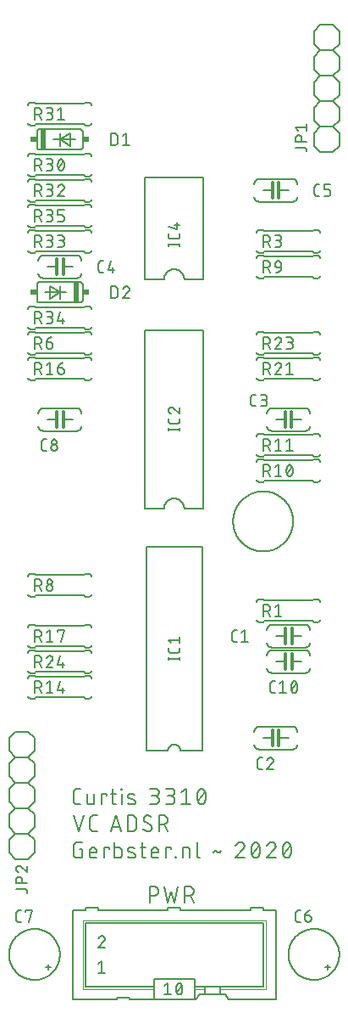
<source format=gbr>
G04 EAGLE Gerber RS-274X export*
G75*
%MOMM*%
%FSLAX34Y34*%
%LPD*%
%INSilkscreen Top*%
%IPPOS*%
%AMOC8*
5,1,8,0,0,1.08239X$1,22.5*%
G01*
%ADD10C,0.152400*%
%ADD11C,0.203200*%
%ADD12C,0.304800*%
%ADD13C,0.127000*%
%ADD14R,0.508000X2.032000*%
%ADD15R,0.635000X0.508000*%
%ADD16C,0.050800*%
%ADD17C,0.177800*%


D10*
X236728Y482600D02*
X236737Y483336D01*
X236764Y484071D01*
X236809Y484805D01*
X236872Y485538D01*
X236953Y486269D01*
X237052Y486998D01*
X237169Y487724D01*
X237304Y488447D01*
X237456Y489167D01*
X237626Y489883D01*
X237814Y490594D01*
X238019Y491300D01*
X238241Y492002D01*
X238480Y492697D01*
X238736Y493387D01*
X239009Y494070D01*
X239299Y494746D01*
X239606Y495415D01*
X239928Y496076D01*
X240267Y496729D01*
X240622Y497373D01*
X240992Y498009D01*
X241378Y498635D01*
X241779Y499252D01*
X242195Y499858D01*
X242626Y500454D01*
X243072Y501040D01*
X243531Y501614D01*
X244005Y502177D01*
X244492Y502728D01*
X244993Y503267D01*
X245507Y503793D01*
X246033Y504307D01*
X246572Y504808D01*
X247123Y505295D01*
X247686Y505769D01*
X248260Y506228D01*
X248846Y506674D01*
X249442Y507105D01*
X250048Y507521D01*
X250665Y507922D01*
X251291Y508308D01*
X251927Y508678D01*
X252571Y509033D01*
X253224Y509372D01*
X253885Y509694D01*
X254554Y510001D01*
X255230Y510291D01*
X255913Y510564D01*
X256603Y510820D01*
X257298Y511059D01*
X258000Y511281D01*
X258706Y511486D01*
X259417Y511674D01*
X260133Y511844D01*
X260853Y511996D01*
X261576Y512131D01*
X262302Y512248D01*
X263031Y512347D01*
X263762Y512428D01*
X264495Y512491D01*
X265229Y512536D01*
X265964Y512563D01*
X266700Y512572D01*
X267436Y512563D01*
X268171Y512536D01*
X268905Y512491D01*
X269638Y512428D01*
X270369Y512347D01*
X271098Y512248D01*
X271824Y512131D01*
X272547Y511996D01*
X273267Y511844D01*
X273983Y511674D01*
X274694Y511486D01*
X275400Y511281D01*
X276102Y511059D01*
X276797Y510820D01*
X277487Y510564D01*
X278170Y510291D01*
X278846Y510001D01*
X279515Y509694D01*
X280176Y509372D01*
X280829Y509033D01*
X281473Y508678D01*
X282109Y508308D01*
X282735Y507922D01*
X283352Y507521D01*
X283958Y507105D01*
X284554Y506674D01*
X285140Y506228D01*
X285714Y505769D01*
X286277Y505295D01*
X286828Y504808D01*
X287367Y504307D01*
X287893Y503793D01*
X288407Y503267D01*
X288908Y502728D01*
X289395Y502177D01*
X289869Y501614D01*
X290328Y501040D01*
X290774Y500454D01*
X291205Y499858D01*
X291621Y499252D01*
X292022Y498635D01*
X292408Y498009D01*
X292778Y497373D01*
X293133Y496729D01*
X293472Y496076D01*
X293794Y495415D01*
X294101Y494746D01*
X294391Y494070D01*
X294664Y493387D01*
X294920Y492697D01*
X295159Y492002D01*
X295381Y491300D01*
X295586Y490594D01*
X295774Y489883D01*
X295944Y489167D01*
X296096Y488447D01*
X296231Y487724D01*
X296348Y486998D01*
X296447Y486269D01*
X296528Y485538D01*
X296591Y484805D01*
X296636Y484071D01*
X296663Y483336D01*
X296672Y482600D01*
X296663Y481864D01*
X296636Y481129D01*
X296591Y480395D01*
X296528Y479662D01*
X296447Y478931D01*
X296348Y478202D01*
X296231Y477476D01*
X296096Y476753D01*
X295944Y476033D01*
X295774Y475317D01*
X295586Y474606D01*
X295381Y473900D01*
X295159Y473198D01*
X294920Y472503D01*
X294664Y471813D01*
X294391Y471130D01*
X294101Y470454D01*
X293794Y469785D01*
X293472Y469124D01*
X293133Y468471D01*
X292778Y467827D01*
X292408Y467191D01*
X292022Y466565D01*
X291621Y465948D01*
X291205Y465342D01*
X290774Y464746D01*
X290328Y464160D01*
X289869Y463586D01*
X289395Y463023D01*
X288908Y462472D01*
X288407Y461933D01*
X287893Y461407D01*
X287367Y460893D01*
X286828Y460392D01*
X286277Y459905D01*
X285714Y459431D01*
X285140Y458972D01*
X284554Y458526D01*
X283958Y458095D01*
X283352Y457679D01*
X282735Y457278D01*
X282109Y456892D01*
X281473Y456522D01*
X280829Y456167D01*
X280176Y455828D01*
X279515Y455506D01*
X278846Y455199D01*
X278170Y454909D01*
X277487Y454636D01*
X276797Y454380D01*
X276102Y454141D01*
X275400Y453919D01*
X274694Y453714D01*
X273983Y453526D01*
X273267Y453356D01*
X272547Y453204D01*
X271824Y453069D01*
X271098Y452952D01*
X270369Y452853D01*
X269638Y452772D01*
X268905Y452709D01*
X268171Y452664D01*
X267436Y452637D01*
X266700Y452628D01*
X265964Y452637D01*
X265229Y452664D01*
X264495Y452709D01*
X263762Y452772D01*
X263031Y452853D01*
X262302Y452952D01*
X261576Y453069D01*
X260853Y453204D01*
X260133Y453356D01*
X259417Y453526D01*
X258706Y453714D01*
X258000Y453919D01*
X257298Y454141D01*
X256603Y454380D01*
X255913Y454636D01*
X255230Y454909D01*
X254554Y455199D01*
X253885Y455506D01*
X253224Y455828D01*
X252571Y456167D01*
X251927Y456522D01*
X251291Y456892D01*
X250665Y457278D01*
X250048Y457679D01*
X249442Y458095D01*
X248846Y458526D01*
X248260Y458972D01*
X247686Y459431D01*
X247123Y459905D01*
X246572Y460392D01*
X246033Y460893D01*
X245507Y461407D01*
X244993Y461933D01*
X244492Y462472D01*
X244005Y463023D01*
X243531Y463586D01*
X243072Y464160D01*
X242626Y464746D01*
X242195Y465342D01*
X241779Y465948D01*
X241378Y466565D01*
X240992Y467191D01*
X240622Y467827D01*
X240267Y468471D01*
X239928Y469124D01*
X239606Y469785D01*
X239299Y470454D01*
X239009Y471130D01*
X238736Y471813D01*
X238480Y472503D01*
X238241Y473198D01*
X238019Y473900D01*
X237814Y474606D01*
X237626Y475317D01*
X237456Y476033D01*
X237304Y476753D01*
X237169Y477476D01*
X237052Y478202D01*
X236953Y478931D01*
X236872Y479662D01*
X236809Y480395D01*
X236764Y481129D01*
X236737Y481864D01*
X236728Y482600D01*
D11*
X84215Y200406D02*
X80716Y200406D01*
X80599Y200408D01*
X80482Y200414D01*
X80366Y200424D01*
X80249Y200437D01*
X80134Y200455D01*
X80019Y200476D01*
X79905Y200501D01*
X79791Y200530D01*
X79679Y200563D01*
X79568Y200600D01*
X79458Y200640D01*
X79350Y200684D01*
X79243Y200731D01*
X79137Y200782D01*
X79034Y200837D01*
X78932Y200895D01*
X78833Y200956D01*
X78735Y201020D01*
X78640Y201088D01*
X78547Y201159D01*
X78456Y201233D01*
X78368Y201310D01*
X78283Y201390D01*
X78200Y201473D01*
X78120Y201558D01*
X78043Y201646D01*
X77969Y201737D01*
X77898Y201830D01*
X77830Y201925D01*
X77766Y202023D01*
X77705Y202122D01*
X77647Y202224D01*
X77592Y202327D01*
X77541Y202433D01*
X77494Y202540D01*
X77450Y202648D01*
X77410Y202758D01*
X77373Y202869D01*
X77340Y202981D01*
X77311Y203095D01*
X77286Y203209D01*
X77265Y203324D01*
X77247Y203439D01*
X77234Y203556D01*
X77224Y203672D01*
X77218Y203789D01*
X77216Y203906D01*
X77216Y212654D01*
X77218Y212771D01*
X77224Y212888D01*
X77234Y213004D01*
X77247Y213121D01*
X77265Y213236D01*
X77286Y213351D01*
X77311Y213465D01*
X77340Y213579D01*
X77373Y213691D01*
X77410Y213802D01*
X77450Y213912D01*
X77494Y214020D01*
X77541Y214127D01*
X77592Y214233D01*
X77647Y214336D01*
X77705Y214438D01*
X77766Y214537D01*
X77830Y214635D01*
X77898Y214730D01*
X77969Y214823D01*
X78043Y214914D01*
X78120Y215002D01*
X78200Y215087D01*
X78283Y215170D01*
X78368Y215250D01*
X78456Y215327D01*
X78547Y215401D01*
X78640Y215472D01*
X78735Y215540D01*
X78833Y215604D01*
X78932Y215665D01*
X79034Y215723D01*
X79137Y215778D01*
X79243Y215829D01*
X79350Y215876D01*
X79458Y215920D01*
X79568Y215960D01*
X79679Y215997D01*
X79791Y216030D01*
X79905Y216059D01*
X80019Y216084D01*
X80134Y216105D01*
X80249Y216123D01*
X80366Y216136D01*
X80482Y216146D01*
X80599Y216152D01*
X80716Y216154D01*
X84215Y216154D01*
X90643Y210905D02*
X90643Y203031D01*
X90645Y202930D01*
X90651Y202830D01*
X90660Y202730D01*
X90674Y202630D01*
X90691Y202531D01*
X90712Y202433D01*
X90737Y202335D01*
X90765Y202239D01*
X90798Y202144D01*
X90833Y202050D01*
X90873Y201957D01*
X90916Y201866D01*
X90962Y201777D01*
X91012Y201690D01*
X91065Y201604D01*
X91121Y201521D01*
X91180Y201440D01*
X91243Y201361D01*
X91308Y201285D01*
X91377Y201211D01*
X91448Y201140D01*
X91522Y201071D01*
X91598Y201006D01*
X91677Y200943D01*
X91758Y200884D01*
X91841Y200828D01*
X91927Y200775D01*
X92014Y200725D01*
X92103Y200679D01*
X92194Y200636D01*
X92287Y200596D01*
X92381Y200561D01*
X92476Y200528D01*
X92572Y200500D01*
X92670Y200475D01*
X92768Y200454D01*
X92867Y200437D01*
X92967Y200423D01*
X93067Y200414D01*
X93167Y200408D01*
X93268Y200406D01*
X97642Y200406D01*
X97642Y210905D01*
X105335Y210905D02*
X105335Y200406D01*
X105335Y210905D02*
X110584Y210905D01*
X110584Y209155D01*
X114304Y210905D02*
X119554Y210905D01*
X116054Y216154D02*
X116054Y203031D01*
X116056Y202930D01*
X116062Y202830D01*
X116071Y202730D01*
X116085Y202630D01*
X116102Y202531D01*
X116123Y202433D01*
X116148Y202335D01*
X116176Y202239D01*
X116209Y202144D01*
X116244Y202050D01*
X116284Y201957D01*
X116327Y201866D01*
X116373Y201777D01*
X116423Y201690D01*
X116476Y201604D01*
X116532Y201521D01*
X116591Y201440D01*
X116654Y201361D01*
X116719Y201285D01*
X116788Y201211D01*
X116859Y201140D01*
X116933Y201071D01*
X117009Y201006D01*
X117088Y200943D01*
X117169Y200884D01*
X117252Y200828D01*
X117338Y200775D01*
X117425Y200725D01*
X117514Y200679D01*
X117605Y200636D01*
X117698Y200596D01*
X117792Y200561D01*
X117887Y200528D01*
X117983Y200500D01*
X118081Y200475D01*
X118179Y200454D01*
X118278Y200437D01*
X118378Y200423D01*
X118478Y200414D01*
X118578Y200408D01*
X118679Y200406D01*
X119554Y200406D01*
X125405Y200406D02*
X125405Y210905D01*
X124968Y215279D02*
X124968Y216154D01*
X125843Y216154D01*
X125843Y215279D01*
X124968Y215279D01*
X133118Y206530D02*
X137492Y204780D01*
X133118Y206530D02*
X133031Y206567D01*
X132946Y206607D01*
X132863Y206651D01*
X132782Y206698D01*
X132703Y206748D01*
X132626Y206802D01*
X132551Y206859D01*
X132478Y206919D01*
X132409Y206982D01*
X132341Y207047D01*
X132277Y207116D01*
X132215Y207187D01*
X132157Y207260D01*
X132102Y207336D01*
X132049Y207414D01*
X132000Y207494D01*
X131955Y207576D01*
X131913Y207660D01*
X131874Y207746D01*
X131839Y207833D01*
X131807Y207922D01*
X131780Y208011D01*
X131756Y208102D01*
X131735Y208194D01*
X131719Y208287D01*
X131707Y208380D01*
X131698Y208473D01*
X131693Y208567D01*
X131692Y208661D01*
X131695Y208755D01*
X131702Y208849D01*
X131713Y208942D01*
X131727Y209035D01*
X131746Y209127D01*
X131768Y209218D01*
X131794Y209308D01*
X131824Y209397D01*
X131857Y209485D01*
X131894Y209572D01*
X131934Y209656D01*
X131978Y209739D01*
X132026Y209820D01*
X132077Y209900D01*
X132131Y209976D01*
X132188Y210051D01*
X132248Y210123D01*
X132311Y210193D01*
X132377Y210260D01*
X132445Y210324D01*
X132517Y210385D01*
X132590Y210444D01*
X132666Y210499D01*
X132744Y210551D01*
X132825Y210599D01*
X132907Y210645D01*
X132991Y210687D01*
X133077Y210725D01*
X133164Y210760D01*
X133253Y210791D01*
X133343Y210818D01*
X133434Y210842D01*
X133525Y210862D01*
X133618Y210878D01*
X133711Y210890D01*
X133805Y210899D01*
X133898Y210903D01*
X133992Y210904D01*
X133993Y210905D02*
X134232Y210899D01*
X134470Y210887D01*
X134709Y210869D01*
X134946Y210845D01*
X135184Y210816D01*
X135420Y210781D01*
X135655Y210741D01*
X135890Y210695D01*
X136123Y210643D01*
X136355Y210585D01*
X136585Y210522D01*
X136814Y210454D01*
X137041Y210380D01*
X137267Y210300D01*
X137490Y210216D01*
X137711Y210126D01*
X137930Y210030D01*
X137492Y204780D02*
X137579Y204743D01*
X137664Y204703D01*
X137747Y204659D01*
X137828Y204612D01*
X137907Y204562D01*
X137984Y204508D01*
X138059Y204451D01*
X138132Y204391D01*
X138201Y204328D01*
X138269Y204263D01*
X138333Y204194D01*
X138395Y204123D01*
X138453Y204050D01*
X138508Y203974D01*
X138561Y203896D01*
X138610Y203816D01*
X138655Y203734D01*
X138697Y203650D01*
X138736Y203564D01*
X138771Y203477D01*
X138803Y203388D01*
X138830Y203299D01*
X138854Y203208D01*
X138875Y203116D01*
X138891Y203023D01*
X138903Y202930D01*
X138912Y202837D01*
X138917Y202743D01*
X138918Y202649D01*
X138915Y202555D01*
X138908Y202461D01*
X138897Y202368D01*
X138883Y202275D01*
X138864Y202183D01*
X138842Y202092D01*
X138816Y202002D01*
X138786Y201913D01*
X138753Y201825D01*
X138716Y201738D01*
X138676Y201654D01*
X138632Y201571D01*
X138584Y201490D01*
X138533Y201410D01*
X138479Y201334D01*
X138422Y201259D01*
X138362Y201187D01*
X138299Y201117D01*
X138233Y201050D01*
X138165Y200986D01*
X138093Y200925D01*
X138020Y200866D01*
X137944Y200811D01*
X137866Y200759D01*
X137785Y200711D01*
X137703Y200665D01*
X137619Y200623D01*
X137533Y200585D01*
X137446Y200550D01*
X137357Y200519D01*
X137267Y200492D01*
X137176Y200468D01*
X137085Y200448D01*
X136992Y200432D01*
X136899Y200420D01*
X136805Y200411D01*
X136712Y200407D01*
X136618Y200406D01*
X136267Y200415D01*
X135916Y200432D01*
X135566Y200458D01*
X135217Y200492D01*
X134869Y200534D01*
X134522Y200585D01*
X134176Y200643D01*
X133831Y200710D01*
X133488Y200785D01*
X133147Y200868D01*
X132808Y200959D01*
X132472Y201058D01*
X132137Y201165D01*
X131806Y201280D01*
X153857Y200406D02*
X158231Y200406D01*
X158362Y200408D01*
X158493Y200414D01*
X158623Y200424D01*
X158753Y200437D01*
X158883Y200455D01*
X159012Y200476D01*
X159140Y200502D01*
X159268Y200531D01*
X159395Y200564D01*
X159520Y200600D01*
X159645Y200641D01*
X159768Y200685D01*
X159890Y200733D01*
X160010Y200784D01*
X160129Y200839D01*
X160246Y200898D01*
X160361Y200960D01*
X160474Y201025D01*
X160586Y201094D01*
X160695Y201166D01*
X160802Y201241D01*
X160907Y201320D01*
X161009Y201401D01*
X161109Y201486D01*
X161206Y201574D01*
X161301Y201664D01*
X161393Y201757D01*
X161482Y201853D01*
X161568Y201952D01*
X161651Y202053D01*
X161731Y202156D01*
X161808Y202262D01*
X161881Y202370D01*
X161952Y202481D01*
X162019Y202593D01*
X162083Y202707D01*
X162143Y202823D01*
X162200Y202941D01*
X162253Y203061D01*
X162303Y203182D01*
X162349Y203305D01*
X162391Y203428D01*
X162429Y203553D01*
X162464Y203680D01*
X162495Y203807D01*
X162523Y203935D01*
X162546Y204063D01*
X162565Y204193D01*
X162581Y204323D01*
X162593Y204453D01*
X162601Y204584D01*
X162605Y204715D01*
X162605Y204845D01*
X162601Y204976D01*
X162593Y205107D01*
X162581Y205237D01*
X162565Y205367D01*
X162546Y205497D01*
X162523Y205625D01*
X162495Y205753D01*
X162464Y205880D01*
X162429Y206007D01*
X162391Y206132D01*
X162349Y206255D01*
X162303Y206378D01*
X162253Y206499D01*
X162200Y206619D01*
X162143Y206737D01*
X162083Y206853D01*
X162019Y206967D01*
X161952Y207079D01*
X161881Y207190D01*
X161808Y207298D01*
X161731Y207404D01*
X161651Y207507D01*
X161568Y207608D01*
X161482Y207707D01*
X161393Y207803D01*
X161301Y207896D01*
X161206Y207986D01*
X161109Y208074D01*
X161009Y208159D01*
X160907Y208240D01*
X160802Y208319D01*
X160695Y208394D01*
X160586Y208466D01*
X160474Y208535D01*
X160361Y208600D01*
X160246Y208662D01*
X160129Y208721D01*
X160010Y208776D01*
X159890Y208827D01*
X159768Y208875D01*
X159645Y208919D01*
X159520Y208960D01*
X159395Y208996D01*
X159268Y209029D01*
X159140Y209058D01*
X159012Y209084D01*
X158883Y209105D01*
X158753Y209123D01*
X158623Y209136D01*
X158493Y209146D01*
X158362Y209152D01*
X158231Y209154D01*
X159106Y216154D02*
X153857Y216154D01*
X159106Y216154D02*
X159224Y216152D01*
X159342Y216146D01*
X159460Y216136D01*
X159577Y216122D01*
X159694Y216104D01*
X159811Y216082D01*
X159926Y216057D01*
X160040Y216027D01*
X160154Y215993D01*
X160266Y215956D01*
X160377Y215915D01*
X160486Y215870D01*
X160594Y215822D01*
X160700Y215770D01*
X160805Y215714D01*
X160907Y215655D01*
X161007Y215593D01*
X161105Y215527D01*
X161201Y215458D01*
X161295Y215385D01*
X161386Y215310D01*
X161474Y215231D01*
X161560Y215150D01*
X161643Y215065D01*
X161723Y214978D01*
X161800Y214889D01*
X161874Y214796D01*
X161944Y214702D01*
X162012Y214605D01*
X162076Y214505D01*
X162137Y214404D01*
X162194Y214301D01*
X162248Y214195D01*
X162299Y214088D01*
X162345Y213980D01*
X162388Y213870D01*
X162427Y213758D01*
X162463Y213645D01*
X162494Y213531D01*
X162522Y213416D01*
X162546Y213301D01*
X162566Y213184D01*
X162582Y213067D01*
X162594Y212949D01*
X162602Y212831D01*
X162606Y212713D01*
X162606Y212595D01*
X162602Y212477D01*
X162594Y212359D01*
X162582Y212241D01*
X162566Y212124D01*
X162546Y212007D01*
X162522Y211892D01*
X162494Y211777D01*
X162463Y211663D01*
X162427Y211550D01*
X162388Y211438D01*
X162345Y211328D01*
X162299Y211220D01*
X162248Y211113D01*
X162194Y211007D01*
X162137Y210904D01*
X162076Y210803D01*
X162012Y210703D01*
X161944Y210606D01*
X161874Y210512D01*
X161800Y210419D01*
X161723Y210330D01*
X161643Y210243D01*
X161560Y210158D01*
X161474Y210077D01*
X161386Y209998D01*
X161295Y209923D01*
X161201Y209850D01*
X161105Y209781D01*
X161007Y209715D01*
X160907Y209653D01*
X160805Y209594D01*
X160700Y209538D01*
X160594Y209486D01*
X160486Y209438D01*
X160377Y209393D01*
X160266Y209352D01*
X160154Y209315D01*
X160040Y209281D01*
X159926Y209251D01*
X159811Y209226D01*
X159694Y209204D01*
X159577Y209186D01*
X159460Y209172D01*
X159342Y209162D01*
X159224Y209156D01*
X159106Y209154D01*
X159106Y209155D02*
X155606Y209155D01*
X169488Y200406D02*
X173862Y200406D01*
X173993Y200408D01*
X174124Y200414D01*
X174254Y200424D01*
X174384Y200437D01*
X174514Y200455D01*
X174643Y200476D01*
X174771Y200502D01*
X174899Y200531D01*
X175026Y200564D01*
X175151Y200600D01*
X175276Y200641D01*
X175399Y200685D01*
X175521Y200733D01*
X175641Y200784D01*
X175760Y200839D01*
X175877Y200898D01*
X175992Y200960D01*
X176105Y201025D01*
X176217Y201094D01*
X176326Y201166D01*
X176433Y201241D01*
X176538Y201320D01*
X176640Y201401D01*
X176740Y201486D01*
X176837Y201574D01*
X176932Y201664D01*
X177024Y201757D01*
X177113Y201853D01*
X177199Y201952D01*
X177282Y202053D01*
X177362Y202156D01*
X177439Y202262D01*
X177512Y202370D01*
X177583Y202481D01*
X177650Y202593D01*
X177714Y202707D01*
X177774Y202823D01*
X177831Y202941D01*
X177884Y203061D01*
X177934Y203182D01*
X177980Y203305D01*
X178022Y203428D01*
X178060Y203553D01*
X178095Y203680D01*
X178126Y203807D01*
X178154Y203935D01*
X178177Y204063D01*
X178196Y204193D01*
X178212Y204323D01*
X178224Y204453D01*
X178232Y204584D01*
X178236Y204715D01*
X178236Y204845D01*
X178232Y204976D01*
X178224Y205107D01*
X178212Y205237D01*
X178196Y205367D01*
X178177Y205497D01*
X178154Y205625D01*
X178126Y205753D01*
X178095Y205880D01*
X178060Y206007D01*
X178022Y206132D01*
X177980Y206255D01*
X177934Y206378D01*
X177884Y206499D01*
X177831Y206619D01*
X177774Y206737D01*
X177714Y206853D01*
X177650Y206967D01*
X177583Y207079D01*
X177512Y207190D01*
X177439Y207298D01*
X177362Y207404D01*
X177282Y207507D01*
X177199Y207608D01*
X177113Y207707D01*
X177024Y207803D01*
X176932Y207896D01*
X176837Y207986D01*
X176740Y208074D01*
X176640Y208159D01*
X176538Y208240D01*
X176433Y208319D01*
X176326Y208394D01*
X176217Y208466D01*
X176105Y208535D01*
X175992Y208600D01*
X175877Y208662D01*
X175760Y208721D01*
X175641Y208776D01*
X175521Y208827D01*
X175399Y208875D01*
X175276Y208919D01*
X175151Y208960D01*
X175026Y208996D01*
X174899Y209029D01*
X174771Y209058D01*
X174643Y209084D01*
X174514Y209105D01*
X174384Y209123D01*
X174254Y209136D01*
X174124Y209146D01*
X173993Y209152D01*
X173862Y209154D01*
X174737Y216154D02*
X169488Y216154D01*
X174737Y216154D02*
X174855Y216152D01*
X174973Y216146D01*
X175091Y216136D01*
X175208Y216122D01*
X175325Y216104D01*
X175442Y216082D01*
X175557Y216057D01*
X175671Y216027D01*
X175785Y215993D01*
X175897Y215956D01*
X176008Y215915D01*
X176117Y215870D01*
X176225Y215822D01*
X176331Y215770D01*
X176436Y215714D01*
X176538Y215655D01*
X176638Y215593D01*
X176736Y215527D01*
X176832Y215458D01*
X176926Y215385D01*
X177017Y215310D01*
X177105Y215231D01*
X177191Y215150D01*
X177274Y215065D01*
X177354Y214978D01*
X177431Y214889D01*
X177505Y214796D01*
X177575Y214702D01*
X177643Y214605D01*
X177707Y214505D01*
X177768Y214404D01*
X177825Y214301D01*
X177879Y214195D01*
X177930Y214088D01*
X177976Y213980D01*
X178019Y213870D01*
X178058Y213758D01*
X178094Y213645D01*
X178125Y213531D01*
X178153Y213416D01*
X178177Y213301D01*
X178197Y213184D01*
X178213Y213067D01*
X178225Y212949D01*
X178233Y212831D01*
X178237Y212713D01*
X178237Y212595D01*
X178233Y212477D01*
X178225Y212359D01*
X178213Y212241D01*
X178197Y212124D01*
X178177Y212007D01*
X178153Y211892D01*
X178125Y211777D01*
X178094Y211663D01*
X178058Y211550D01*
X178019Y211438D01*
X177976Y211328D01*
X177930Y211220D01*
X177879Y211113D01*
X177825Y211007D01*
X177768Y210904D01*
X177707Y210803D01*
X177643Y210703D01*
X177575Y210606D01*
X177505Y210512D01*
X177431Y210419D01*
X177354Y210330D01*
X177274Y210243D01*
X177191Y210158D01*
X177105Y210077D01*
X177017Y209998D01*
X176926Y209923D01*
X176832Y209850D01*
X176736Y209781D01*
X176638Y209715D01*
X176538Y209653D01*
X176436Y209594D01*
X176331Y209538D01*
X176225Y209486D01*
X176117Y209438D01*
X176008Y209393D01*
X175897Y209352D01*
X175785Y209315D01*
X175671Y209281D01*
X175557Y209251D01*
X175442Y209226D01*
X175325Y209204D01*
X175208Y209186D01*
X175091Y209172D01*
X174973Y209162D01*
X174855Y209156D01*
X174737Y209154D01*
X174737Y209155D02*
X171238Y209155D01*
X185119Y212654D02*
X189493Y216154D01*
X189493Y200406D01*
X185119Y200406D02*
X193868Y200406D01*
X200750Y208280D02*
X200754Y208590D01*
X200765Y208899D01*
X200783Y209209D01*
X200809Y209517D01*
X200842Y209825D01*
X200883Y210133D01*
X200931Y210439D01*
X200986Y210744D01*
X201048Y211047D01*
X201118Y211349D01*
X201195Y211649D01*
X201279Y211947D01*
X201370Y212243D01*
X201468Y212537D01*
X201573Y212829D01*
X201685Y213118D01*
X201804Y213404D01*
X201930Y213687D01*
X202062Y213967D01*
X202063Y213967D02*
X202101Y214072D01*
X202143Y214175D01*
X202188Y214277D01*
X202236Y214378D01*
X202288Y214476D01*
X202344Y214573D01*
X202402Y214668D01*
X202464Y214761D01*
X202529Y214851D01*
X202598Y214939D01*
X202669Y215025D01*
X202743Y215109D01*
X202820Y215189D01*
X202899Y215268D01*
X202982Y215343D01*
X203067Y215415D01*
X203154Y215485D01*
X203244Y215551D01*
X203335Y215614D01*
X203429Y215674D01*
X203525Y215731D01*
X203623Y215785D01*
X203723Y215835D01*
X203824Y215881D01*
X203927Y215924D01*
X204032Y215964D01*
X204137Y216000D01*
X204244Y216032D01*
X204352Y216060D01*
X204461Y216085D01*
X204570Y216106D01*
X204680Y216123D01*
X204791Y216137D01*
X204902Y216146D01*
X205013Y216152D01*
X205125Y216154D01*
X205237Y216152D01*
X205348Y216146D01*
X205459Y216137D01*
X205570Y216123D01*
X205680Y216106D01*
X205790Y216085D01*
X205898Y216060D01*
X206006Y216032D01*
X206113Y216000D01*
X206218Y215964D01*
X206323Y215924D01*
X206426Y215881D01*
X206527Y215835D01*
X206627Y215785D01*
X206725Y215731D01*
X206821Y215674D01*
X206915Y215614D01*
X207006Y215551D01*
X207096Y215485D01*
X207183Y215415D01*
X207268Y215343D01*
X207351Y215268D01*
X207430Y215189D01*
X207507Y215109D01*
X207581Y215025D01*
X207652Y214939D01*
X207721Y214851D01*
X207786Y214761D01*
X207848Y214668D01*
X207906Y214573D01*
X207962Y214476D01*
X208014Y214378D01*
X208062Y214277D01*
X208107Y214175D01*
X208149Y214072D01*
X208187Y213967D01*
X208319Y213687D01*
X208445Y213403D01*
X208564Y213117D01*
X208676Y212828D01*
X208781Y212537D01*
X208879Y212243D01*
X208970Y211947D01*
X209054Y211649D01*
X209131Y211349D01*
X209201Y211047D01*
X209263Y210743D01*
X209318Y210439D01*
X209366Y210133D01*
X209407Y209825D01*
X209440Y209517D01*
X209466Y209209D01*
X209484Y208899D01*
X209495Y208590D01*
X209499Y208280D01*
X200750Y208280D02*
X200754Y207970D01*
X200765Y207661D01*
X200783Y207351D01*
X200809Y207043D01*
X200842Y206735D01*
X200883Y206427D01*
X200931Y206121D01*
X200986Y205816D01*
X201048Y205513D01*
X201118Y205211D01*
X201195Y204911D01*
X201279Y204613D01*
X201370Y204317D01*
X201468Y204023D01*
X201573Y203731D01*
X201685Y203442D01*
X201804Y203156D01*
X201930Y202873D01*
X202062Y202593D01*
X202063Y202593D02*
X202101Y202488D01*
X202143Y202385D01*
X202188Y202283D01*
X202236Y202182D01*
X202288Y202084D01*
X202344Y201987D01*
X202402Y201892D01*
X202464Y201799D01*
X202529Y201709D01*
X202598Y201621D01*
X202669Y201535D01*
X202743Y201451D01*
X202820Y201371D01*
X202899Y201292D01*
X202982Y201217D01*
X203067Y201145D01*
X203154Y201075D01*
X203244Y201009D01*
X203335Y200946D01*
X203429Y200886D01*
X203525Y200829D01*
X203623Y200775D01*
X203723Y200725D01*
X203824Y200679D01*
X203927Y200636D01*
X204032Y200596D01*
X204137Y200560D01*
X204244Y200528D01*
X204352Y200500D01*
X204461Y200475D01*
X204570Y200454D01*
X204680Y200437D01*
X204791Y200423D01*
X204902Y200414D01*
X205013Y200408D01*
X205125Y200406D01*
X208188Y202593D02*
X208320Y202873D01*
X208446Y203156D01*
X208565Y203442D01*
X208677Y203731D01*
X208782Y204023D01*
X208880Y204317D01*
X208971Y204613D01*
X209055Y204911D01*
X209132Y205211D01*
X209202Y205513D01*
X209264Y205816D01*
X209319Y206121D01*
X209367Y206427D01*
X209408Y206735D01*
X209441Y207043D01*
X209467Y207351D01*
X209485Y207661D01*
X209496Y207970D01*
X209500Y208280D01*
X208187Y202593D02*
X208149Y202488D01*
X208107Y202385D01*
X208062Y202283D01*
X208014Y202182D01*
X207962Y202084D01*
X207906Y201987D01*
X207848Y201892D01*
X207786Y201799D01*
X207721Y201709D01*
X207652Y201621D01*
X207581Y201535D01*
X207507Y201451D01*
X207430Y201371D01*
X207351Y201292D01*
X207268Y201217D01*
X207183Y201145D01*
X207096Y201075D01*
X207006Y201009D01*
X206915Y200946D01*
X206821Y200886D01*
X206725Y200829D01*
X206627Y200775D01*
X206527Y200725D01*
X206426Y200679D01*
X206323Y200636D01*
X206218Y200596D01*
X206113Y200560D01*
X206006Y200528D01*
X205898Y200500D01*
X205789Y200475D01*
X205680Y200454D01*
X205570Y200437D01*
X205459Y200423D01*
X205348Y200414D01*
X205237Y200408D01*
X205125Y200406D01*
X201625Y203906D02*
X208624Y212654D01*
X82465Y173736D02*
X77216Y189484D01*
X87715Y189484D02*
X82465Y173736D01*
X97174Y173736D02*
X100674Y173736D01*
X97174Y173736D02*
X97057Y173738D01*
X96940Y173744D01*
X96824Y173754D01*
X96707Y173767D01*
X96592Y173785D01*
X96477Y173806D01*
X96363Y173831D01*
X96249Y173860D01*
X96137Y173893D01*
X96026Y173930D01*
X95916Y173970D01*
X95808Y174014D01*
X95701Y174061D01*
X95595Y174112D01*
X95492Y174167D01*
X95390Y174225D01*
X95291Y174286D01*
X95193Y174350D01*
X95098Y174418D01*
X95005Y174489D01*
X94914Y174563D01*
X94826Y174640D01*
X94741Y174720D01*
X94658Y174803D01*
X94578Y174888D01*
X94501Y174976D01*
X94427Y175067D01*
X94356Y175160D01*
X94288Y175255D01*
X94224Y175353D01*
X94163Y175452D01*
X94105Y175554D01*
X94050Y175657D01*
X93999Y175763D01*
X93952Y175870D01*
X93908Y175978D01*
X93868Y176088D01*
X93831Y176199D01*
X93798Y176311D01*
X93769Y176425D01*
X93744Y176539D01*
X93723Y176654D01*
X93705Y176769D01*
X93692Y176886D01*
X93682Y177002D01*
X93676Y177119D01*
X93674Y177236D01*
X93675Y177236D02*
X93675Y185984D01*
X93674Y185984D02*
X93676Y186101D01*
X93682Y186218D01*
X93692Y186334D01*
X93705Y186451D01*
X93723Y186566D01*
X93744Y186681D01*
X93769Y186795D01*
X93798Y186909D01*
X93831Y187021D01*
X93868Y187132D01*
X93908Y187242D01*
X93952Y187350D01*
X93999Y187457D01*
X94050Y187563D01*
X94105Y187666D01*
X94163Y187768D01*
X94224Y187867D01*
X94288Y187965D01*
X94356Y188060D01*
X94427Y188153D01*
X94501Y188244D01*
X94578Y188332D01*
X94658Y188417D01*
X94741Y188500D01*
X94826Y188580D01*
X94914Y188657D01*
X95005Y188731D01*
X95098Y188802D01*
X95193Y188870D01*
X95291Y188934D01*
X95390Y188995D01*
X95492Y189053D01*
X95595Y189108D01*
X95701Y189159D01*
X95808Y189206D01*
X95916Y189250D01*
X96026Y189290D01*
X96137Y189327D01*
X96249Y189360D01*
X96363Y189389D01*
X96477Y189414D01*
X96592Y189435D01*
X96707Y189453D01*
X96824Y189466D01*
X96940Y189476D01*
X97057Y189482D01*
X97174Y189484D01*
X100674Y189484D01*
X119459Y189484D02*
X114210Y173736D01*
X124709Y173736D02*
X119459Y189484D01*
X123396Y177673D02*
X115522Y177673D01*
X131237Y173736D02*
X131237Y189484D01*
X135611Y189484D01*
X135741Y189482D01*
X135870Y189476D01*
X135999Y189467D01*
X136128Y189453D01*
X136257Y189436D01*
X136385Y189415D01*
X136512Y189390D01*
X136638Y189362D01*
X136764Y189329D01*
X136888Y189293D01*
X137012Y189254D01*
X137134Y189210D01*
X137255Y189163D01*
X137374Y189113D01*
X137492Y189059D01*
X137608Y189001D01*
X137723Y188940D01*
X137835Y188876D01*
X137946Y188809D01*
X138055Y188738D01*
X138161Y188664D01*
X138265Y188587D01*
X138367Y188507D01*
X138466Y188423D01*
X138563Y188337D01*
X138658Y188248D01*
X138749Y188157D01*
X138838Y188062D01*
X138924Y187965D01*
X139008Y187866D01*
X139088Y187764D01*
X139165Y187660D01*
X139239Y187554D01*
X139310Y187445D01*
X139377Y187334D01*
X139441Y187222D01*
X139502Y187107D01*
X139560Y186991D01*
X139614Y186873D01*
X139664Y186754D01*
X139711Y186633D01*
X139755Y186511D01*
X139794Y186387D01*
X139830Y186263D01*
X139863Y186137D01*
X139891Y186011D01*
X139916Y185884D01*
X139937Y185756D01*
X139954Y185627D01*
X139968Y185498D01*
X139977Y185369D01*
X139983Y185240D01*
X139985Y185110D01*
X139986Y185110D02*
X139986Y178110D01*
X139985Y178110D02*
X139983Y177980D01*
X139977Y177851D01*
X139968Y177722D01*
X139954Y177593D01*
X139937Y177464D01*
X139916Y177336D01*
X139891Y177209D01*
X139863Y177083D01*
X139830Y176957D01*
X139794Y176833D01*
X139755Y176709D01*
X139711Y176587D01*
X139664Y176466D01*
X139614Y176347D01*
X139560Y176229D01*
X139502Y176113D01*
X139441Y175998D01*
X139377Y175886D01*
X139310Y175775D01*
X139239Y175666D01*
X139165Y175560D01*
X139088Y175456D01*
X139008Y175354D01*
X138924Y175255D01*
X138838Y175158D01*
X138749Y175063D01*
X138658Y174972D01*
X138563Y174883D01*
X138466Y174797D01*
X138367Y174713D01*
X138265Y174633D01*
X138161Y174556D01*
X138055Y174482D01*
X137946Y174411D01*
X137835Y174344D01*
X137723Y174280D01*
X137608Y174219D01*
X137492Y174161D01*
X137374Y174107D01*
X137255Y174057D01*
X137134Y174010D01*
X137012Y173966D01*
X136888Y173927D01*
X136764Y173891D01*
X136638Y173858D01*
X136512Y173830D01*
X136385Y173805D01*
X136257Y173784D01*
X136128Y173767D01*
X135999Y173753D01*
X135870Y173744D01*
X135741Y173738D01*
X135611Y173736D01*
X131237Y173736D01*
X152118Y173736D02*
X152235Y173738D01*
X152352Y173744D01*
X152468Y173754D01*
X152584Y173767D01*
X152700Y173785D01*
X152815Y173806D01*
X152929Y173831D01*
X153043Y173860D01*
X153155Y173893D01*
X153266Y173930D01*
X153376Y173970D01*
X153484Y174014D01*
X153591Y174061D01*
X153697Y174112D01*
X153800Y174167D01*
X153902Y174225D01*
X154001Y174286D01*
X154099Y174350D01*
X154194Y174418D01*
X154287Y174489D01*
X154378Y174563D01*
X154466Y174640D01*
X154551Y174720D01*
X154634Y174803D01*
X154714Y174888D01*
X154791Y174976D01*
X154865Y175067D01*
X154936Y175160D01*
X155004Y175255D01*
X155068Y175353D01*
X155129Y175452D01*
X155187Y175554D01*
X155242Y175657D01*
X155293Y175763D01*
X155340Y175870D01*
X155384Y175978D01*
X155424Y176088D01*
X155461Y176199D01*
X155494Y176311D01*
X155523Y176425D01*
X155548Y176539D01*
X155569Y176654D01*
X155587Y176769D01*
X155600Y176886D01*
X155610Y177002D01*
X155616Y177119D01*
X155618Y177236D01*
X152118Y173736D02*
X151941Y173738D01*
X151764Y173744D01*
X151588Y173755D01*
X151411Y173770D01*
X151236Y173789D01*
X151060Y173812D01*
X150886Y173839D01*
X150711Y173871D01*
X150538Y173907D01*
X150366Y173947D01*
X150195Y173991D01*
X150024Y174039D01*
X149855Y174091D01*
X149688Y174147D01*
X149521Y174207D01*
X149356Y174271D01*
X149193Y174339D01*
X149031Y174411D01*
X148872Y174487D01*
X148714Y174566D01*
X148558Y174650D01*
X148404Y174737D01*
X148252Y174827D01*
X148102Y174922D01*
X147955Y175020D01*
X147810Y175121D01*
X147667Y175226D01*
X147527Y175334D01*
X147390Y175445D01*
X147255Y175560D01*
X147124Y175678D01*
X146995Y175799D01*
X146869Y175923D01*
X147305Y185984D02*
X147307Y186101D01*
X147313Y186218D01*
X147323Y186334D01*
X147336Y186451D01*
X147354Y186566D01*
X147375Y186681D01*
X147400Y186795D01*
X147429Y186909D01*
X147462Y187021D01*
X147499Y187132D01*
X147539Y187242D01*
X147583Y187350D01*
X147630Y187457D01*
X147681Y187563D01*
X147736Y187666D01*
X147794Y187768D01*
X147855Y187867D01*
X147919Y187965D01*
X147987Y188060D01*
X148058Y188153D01*
X148132Y188244D01*
X148209Y188332D01*
X148289Y188417D01*
X148372Y188500D01*
X148457Y188580D01*
X148545Y188657D01*
X148636Y188731D01*
X148729Y188802D01*
X148824Y188870D01*
X148922Y188934D01*
X149021Y188995D01*
X149123Y189053D01*
X149226Y189108D01*
X149332Y189159D01*
X149439Y189206D01*
X149547Y189250D01*
X149657Y189290D01*
X149768Y189327D01*
X149880Y189360D01*
X149994Y189389D01*
X150108Y189414D01*
X150223Y189435D01*
X150338Y189453D01*
X150455Y189466D01*
X150571Y189476D01*
X150688Y189482D01*
X150805Y189484D01*
X150961Y189482D01*
X151118Y189477D01*
X151274Y189467D01*
X151430Y189454D01*
X151585Y189437D01*
X151740Y189417D01*
X151895Y189393D01*
X152049Y189365D01*
X152202Y189334D01*
X152354Y189299D01*
X152506Y189260D01*
X152656Y189217D01*
X152806Y189172D01*
X152954Y189122D01*
X153101Y189069D01*
X153247Y189013D01*
X153392Y188953D01*
X153535Y188889D01*
X153676Y188823D01*
X153816Y188753D01*
X153954Y188679D01*
X154090Y188602D01*
X154225Y188523D01*
X154357Y188439D01*
X154488Y188353D01*
X154616Y188264D01*
X154742Y188172D01*
X149056Y182922D02*
X148957Y182982D01*
X148861Y183046D01*
X148767Y183112D01*
X148675Y183181D01*
X148585Y183254D01*
X148497Y183329D01*
X148413Y183407D01*
X148330Y183488D01*
X148251Y183571D01*
X148174Y183657D01*
X148100Y183745D01*
X148028Y183836D01*
X147960Y183929D01*
X147895Y184024D01*
X147833Y184122D01*
X147774Y184221D01*
X147719Y184322D01*
X147666Y184425D01*
X147618Y184529D01*
X147572Y184635D01*
X147530Y184742D01*
X147491Y184851D01*
X147456Y184961D01*
X147425Y185072D01*
X147397Y185184D01*
X147373Y185296D01*
X147353Y185410D01*
X147336Y185524D01*
X147323Y185639D01*
X147313Y185754D01*
X147308Y185869D01*
X147306Y185984D01*
X153867Y180298D02*
X153966Y180238D01*
X154062Y180174D01*
X154156Y180108D01*
X154248Y180039D01*
X154338Y179966D01*
X154426Y179891D01*
X154510Y179813D01*
X154593Y179732D01*
X154672Y179649D01*
X154749Y179563D01*
X154823Y179475D01*
X154895Y179384D01*
X154963Y179291D01*
X155028Y179196D01*
X155090Y179098D01*
X155149Y178999D01*
X155204Y178898D01*
X155257Y178795D01*
X155306Y178691D01*
X155351Y178585D01*
X155393Y178478D01*
X155432Y178369D01*
X155467Y178259D01*
X155498Y178148D01*
X155526Y178036D01*
X155550Y177924D01*
X155570Y177810D01*
X155587Y177696D01*
X155600Y177581D01*
X155610Y177466D01*
X155615Y177351D01*
X155617Y177236D01*
X153867Y180298D02*
X149055Y182922D01*
X162610Y189484D02*
X162610Y173736D01*
X162610Y189484D02*
X166984Y189484D01*
X167115Y189482D01*
X167246Y189476D01*
X167376Y189466D01*
X167506Y189453D01*
X167636Y189435D01*
X167765Y189414D01*
X167893Y189388D01*
X168021Y189359D01*
X168148Y189326D01*
X168273Y189290D01*
X168398Y189249D01*
X168521Y189205D01*
X168643Y189157D01*
X168763Y189106D01*
X168882Y189051D01*
X168999Y188992D01*
X169114Y188930D01*
X169227Y188865D01*
X169339Y188796D01*
X169448Y188724D01*
X169555Y188649D01*
X169660Y188570D01*
X169762Y188489D01*
X169862Y188404D01*
X169959Y188316D01*
X170054Y188226D01*
X170146Y188133D01*
X170235Y188037D01*
X170321Y187938D01*
X170404Y187837D01*
X170484Y187734D01*
X170561Y187628D01*
X170634Y187520D01*
X170705Y187409D01*
X170772Y187297D01*
X170836Y187183D01*
X170896Y187067D01*
X170953Y186949D01*
X171006Y186829D01*
X171056Y186708D01*
X171102Y186585D01*
X171144Y186462D01*
X171182Y186337D01*
X171217Y186210D01*
X171248Y186083D01*
X171276Y185955D01*
X171299Y185827D01*
X171318Y185697D01*
X171334Y185567D01*
X171346Y185437D01*
X171354Y185306D01*
X171358Y185175D01*
X171358Y185045D01*
X171354Y184914D01*
X171346Y184783D01*
X171334Y184653D01*
X171318Y184523D01*
X171299Y184393D01*
X171276Y184265D01*
X171248Y184137D01*
X171217Y184010D01*
X171182Y183883D01*
X171144Y183758D01*
X171102Y183635D01*
X171056Y183512D01*
X171006Y183391D01*
X170953Y183271D01*
X170896Y183153D01*
X170836Y183037D01*
X170772Y182923D01*
X170705Y182811D01*
X170634Y182700D01*
X170561Y182592D01*
X170484Y182486D01*
X170404Y182383D01*
X170321Y182282D01*
X170235Y182183D01*
X170146Y182087D01*
X170054Y181994D01*
X169959Y181904D01*
X169862Y181816D01*
X169762Y181731D01*
X169660Y181650D01*
X169555Y181571D01*
X169448Y181496D01*
X169339Y181424D01*
X169227Y181355D01*
X169114Y181290D01*
X168999Y181228D01*
X168882Y181169D01*
X168763Y181114D01*
X168643Y181063D01*
X168521Y181015D01*
X168398Y180971D01*
X168273Y180930D01*
X168148Y180894D01*
X168021Y180861D01*
X167893Y180832D01*
X167765Y180806D01*
X167636Y180785D01*
X167506Y180767D01*
X167376Y180754D01*
X167246Y180744D01*
X167115Y180738D01*
X166984Y180736D01*
X166984Y180735D02*
X162610Y180735D01*
X167859Y180735D02*
X171359Y173736D01*
X85965Y155815D02*
X83340Y155815D01*
X85965Y155815D02*
X85965Y147066D01*
X80716Y147066D01*
X80599Y147068D01*
X80482Y147074D01*
X80366Y147084D01*
X80249Y147097D01*
X80134Y147115D01*
X80019Y147136D01*
X79905Y147161D01*
X79791Y147190D01*
X79679Y147223D01*
X79568Y147260D01*
X79458Y147300D01*
X79350Y147344D01*
X79243Y147391D01*
X79137Y147442D01*
X79034Y147497D01*
X78932Y147555D01*
X78833Y147616D01*
X78735Y147680D01*
X78640Y147748D01*
X78547Y147819D01*
X78456Y147893D01*
X78368Y147970D01*
X78283Y148050D01*
X78200Y148133D01*
X78120Y148218D01*
X78043Y148306D01*
X77969Y148397D01*
X77898Y148490D01*
X77830Y148585D01*
X77766Y148683D01*
X77705Y148782D01*
X77647Y148884D01*
X77592Y148987D01*
X77541Y149093D01*
X77494Y149200D01*
X77450Y149308D01*
X77410Y149418D01*
X77373Y149529D01*
X77340Y149641D01*
X77311Y149755D01*
X77286Y149869D01*
X77265Y149984D01*
X77247Y150099D01*
X77234Y150216D01*
X77224Y150332D01*
X77218Y150449D01*
X77216Y150566D01*
X77216Y159314D01*
X77218Y159431D01*
X77224Y159548D01*
X77234Y159664D01*
X77247Y159781D01*
X77265Y159896D01*
X77286Y160011D01*
X77311Y160125D01*
X77340Y160239D01*
X77373Y160351D01*
X77410Y160462D01*
X77450Y160572D01*
X77494Y160680D01*
X77541Y160787D01*
X77592Y160893D01*
X77647Y160996D01*
X77705Y161098D01*
X77766Y161197D01*
X77830Y161295D01*
X77898Y161390D01*
X77969Y161483D01*
X78043Y161574D01*
X78120Y161662D01*
X78200Y161747D01*
X78283Y161830D01*
X78368Y161910D01*
X78456Y161987D01*
X78547Y162061D01*
X78640Y162132D01*
X78735Y162200D01*
X78833Y162264D01*
X78932Y162325D01*
X79034Y162383D01*
X79137Y162438D01*
X79243Y162489D01*
X79350Y162536D01*
X79458Y162580D01*
X79568Y162620D01*
X79679Y162657D01*
X79791Y162690D01*
X79905Y162719D01*
X80019Y162744D01*
X80134Y162765D01*
X80249Y162783D01*
X80366Y162796D01*
X80482Y162806D01*
X80599Y162812D01*
X80716Y162814D01*
X85965Y162814D01*
X95826Y147066D02*
X100200Y147066D01*
X95826Y147066D02*
X95725Y147068D01*
X95625Y147074D01*
X95525Y147083D01*
X95425Y147097D01*
X95326Y147114D01*
X95228Y147135D01*
X95130Y147160D01*
X95034Y147188D01*
X94939Y147221D01*
X94845Y147256D01*
X94752Y147296D01*
X94661Y147339D01*
X94572Y147385D01*
X94485Y147435D01*
X94399Y147488D01*
X94316Y147544D01*
X94235Y147603D01*
X94156Y147666D01*
X94080Y147731D01*
X94006Y147800D01*
X93935Y147871D01*
X93866Y147945D01*
X93801Y148021D01*
X93738Y148100D01*
X93679Y148181D01*
X93623Y148264D01*
X93570Y148350D01*
X93520Y148437D01*
X93474Y148526D01*
X93431Y148617D01*
X93391Y148710D01*
X93356Y148804D01*
X93323Y148899D01*
X93295Y148995D01*
X93270Y149093D01*
X93249Y149191D01*
X93232Y149290D01*
X93218Y149390D01*
X93209Y149490D01*
X93203Y149590D01*
X93201Y149691D01*
X93201Y154065D01*
X93203Y154183D01*
X93209Y154301D01*
X93219Y154419D01*
X93233Y154536D01*
X93251Y154653D01*
X93273Y154770D01*
X93298Y154885D01*
X93328Y154999D01*
X93362Y155113D01*
X93399Y155225D01*
X93440Y155336D01*
X93485Y155445D01*
X93533Y155553D01*
X93585Y155659D01*
X93641Y155764D01*
X93700Y155866D01*
X93762Y155966D01*
X93828Y156064D01*
X93897Y156160D01*
X93970Y156254D01*
X94045Y156345D01*
X94124Y156433D01*
X94205Y156519D01*
X94290Y156602D01*
X94377Y156682D01*
X94466Y156759D01*
X94559Y156833D01*
X94653Y156903D01*
X94750Y156971D01*
X94850Y157035D01*
X94951Y157096D01*
X95054Y157153D01*
X95160Y157207D01*
X95267Y157258D01*
X95375Y157304D01*
X95485Y157347D01*
X95597Y157386D01*
X95710Y157422D01*
X95824Y157453D01*
X95939Y157481D01*
X96054Y157505D01*
X96171Y157525D01*
X96288Y157541D01*
X96406Y157553D01*
X96524Y157561D01*
X96642Y157565D01*
X96760Y157565D01*
X96878Y157561D01*
X96996Y157553D01*
X97114Y157541D01*
X97231Y157525D01*
X97348Y157505D01*
X97463Y157481D01*
X97578Y157453D01*
X97692Y157422D01*
X97805Y157386D01*
X97917Y157347D01*
X98027Y157304D01*
X98135Y157258D01*
X98242Y157207D01*
X98348Y157153D01*
X98451Y157096D01*
X98552Y157035D01*
X98652Y156971D01*
X98749Y156903D01*
X98843Y156833D01*
X98936Y156759D01*
X99025Y156682D01*
X99112Y156602D01*
X99197Y156519D01*
X99278Y156433D01*
X99357Y156345D01*
X99432Y156254D01*
X99505Y156160D01*
X99574Y156064D01*
X99640Y155966D01*
X99702Y155866D01*
X99761Y155764D01*
X99817Y155659D01*
X99869Y155553D01*
X99917Y155445D01*
X99962Y155336D01*
X100003Y155225D01*
X100040Y155113D01*
X100074Y154999D01*
X100104Y154885D01*
X100129Y154770D01*
X100151Y154653D01*
X100169Y154536D01*
X100183Y154419D01*
X100193Y154301D01*
X100199Y154183D01*
X100201Y154065D01*
X100200Y154065D02*
X100200Y152315D01*
X93201Y152315D01*
X107371Y147066D02*
X107371Y157565D01*
X112621Y157565D01*
X112621Y155815D01*
X118299Y162814D02*
X118299Y147066D01*
X122674Y147066D01*
X122775Y147068D01*
X122875Y147074D01*
X122975Y147083D01*
X123075Y147097D01*
X123174Y147114D01*
X123272Y147135D01*
X123370Y147160D01*
X123466Y147188D01*
X123561Y147221D01*
X123655Y147256D01*
X123748Y147296D01*
X123839Y147339D01*
X123928Y147385D01*
X124015Y147435D01*
X124101Y147488D01*
X124184Y147544D01*
X124265Y147603D01*
X124344Y147666D01*
X124420Y147731D01*
X124494Y147800D01*
X124565Y147871D01*
X124634Y147945D01*
X124699Y148021D01*
X124762Y148100D01*
X124821Y148181D01*
X124877Y148264D01*
X124930Y148350D01*
X124980Y148437D01*
X125026Y148526D01*
X125069Y148617D01*
X125109Y148710D01*
X125145Y148804D01*
X125177Y148899D01*
X125205Y148995D01*
X125230Y149093D01*
X125251Y149191D01*
X125268Y149290D01*
X125282Y149390D01*
X125291Y149490D01*
X125297Y149590D01*
X125299Y149691D01*
X125298Y149691D02*
X125298Y154940D01*
X125299Y154940D02*
X125297Y155041D01*
X125291Y155141D01*
X125282Y155241D01*
X125268Y155341D01*
X125251Y155440D01*
X125230Y155538D01*
X125205Y155636D01*
X125177Y155732D01*
X125144Y155827D01*
X125109Y155921D01*
X125069Y156014D01*
X125026Y156105D01*
X124980Y156194D01*
X124930Y156281D01*
X124877Y156367D01*
X124821Y156450D01*
X124762Y156531D01*
X124699Y156610D01*
X124634Y156686D01*
X124565Y156760D01*
X124494Y156831D01*
X124420Y156900D01*
X124344Y156965D01*
X124265Y157028D01*
X124184Y157087D01*
X124101Y157143D01*
X124015Y157196D01*
X123928Y157246D01*
X123839Y157292D01*
X123748Y157335D01*
X123655Y157375D01*
X123561Y157410D01*
X123466Y157443D01*
X123370Y157471D01*
X123272Y157496D01*
X123174Y157517D01*
X123075Y157534D01*
X122975Y157548D01*
X122875Y157557D01*
X122775Y157563D01*
X122674Y157565D01*
X118299Y157565D01*
X133070Y153190D02*
X137445Y151440D01*
X133071Y153190D02*
X132984Y153227D01*
X132899Y153267D01*
X132816Y153311D01*
X132735Y153358D01*
X132656Y153408D01*
X132579Y153462D01*
X132504Y153519D01*
X132431Y153579D01*
X132362Y153642D01*
X132294Y153707D01*
X132230Y153776D01*
X132168Y153847D01*
X132110Y153920D01*
X132055Y153996D01*
X132002Y154074D01*
X131953Y154154D01*
X131908Y154236D01*
X131866Y154320D01*
X131827Y154406D01*
X131792Y154493D01*
X131760Y154582D01*
X131733Y154671D01*
X131709Y154762D01*
X131688Y154854D01*
X131672Y154947D01*
X131660Y155040D01*
X131651Y155133D01*
X131646Y155227D01*
X131645Y155321D01*
X131648Y155415D01*
X131655Y155509D01*
X131666Y155602D01*
X131680Y155695D01*
X131699Y155787D01*
X131721Y155878D01*
X131747Y155968D01*
X131777Y156057D01*
X131810Y156145D01*
X131847Y156232D01*
X131887Y156316D01*
X131931Y156399D01*
X131979Y156480D01*
X132030Y156560D01*
X132084Y156636D01*
X132141Y156711D01*
X132201Y156783D01*
X132264Y156853D01*
X132330Y156920D01*
X132398Y156984D01*
X132470Y157045D01*
X132543Y157104D01*
X132619Y157159D01*
X132697Y157211D01*
X132778Y157259D01*
X132860Y157305D01*
X132944Y157347D01*
X133030Y157385D01*
X133117Y157420D01*
X133206Y157451D01*
X133296Y157478D01*
X133387Y157502D01*
X133478Y157522D01*
X133571Y157538D01*
X133664Y157550D01*
X133758Y157559D01*
X133851Y157563D01*
X133945Y157564D01*
X133945Y157565D02*
X134184Y157559D01*
X134422Y157547D01*
X134661Y157529D01*
X134898Y157505D01*
X135136Y157476D01*
X135372Y157441D01*
X135607Y157401D01*
X135842Y157355D01*
X136075Y157303D01*
X136307Y157245D01*
X136537Y157182D01*
X136766Y157114D01*
X136993Y157040D01*
X137219Y156960D01*
X137442Y156876D01*
X137663Y156786D01*
X137882Y156690D01*
X137444Y151440D02*
X137531Y151403D01*
X137616Y151363D01*
X137699Y151319D01*
X137780Y151272D01*
X137859Y151222D01*
X137936Y151168D01*
X138011Y151111D01*
X138084Y151051D01*
X138153Y150988D01*
X138221Y150923D01*
X138285Y150854D01*
X138347Y150783D01*
X138405Y150710D01*
X138460Y150634D01*
X138513Y150556D01*
X138562Y150476D01*
X138607Y150394D01*
X138649Y150310D01*
X138688Y150224D01*
X138723Y150137D01*
X138755Y150048D01*
X138782Y149959D01*
X138806Y149868D01*
X138827Y149776D01*
X138843Y149683D01*
X138855Y149590D01*
X138864Y149497D01*
X138869Y149403D01*
X138870Y149309D01*
X138867Y149215D01*
X138860Y149121D01*
X138849Y149028D01*
X138835Y148935D01*
X138816Y148843D01*
X138794Y148752D01*
X138768Y148662D01*
X138738Y148573D01*
X138705Y148485D01*
X138668Y148398D01*
X138628Y148314D01*
X138584Y148231D01*
X138536Y148150D01*
X138485Y148070D01*
X138431Y147994D01*
X138374Y147919D01*
X138314Y147847D01*
X138251Y147777D01*
X138185Y147710D01*
X138117Y147646D01*
X138045Y147585D01*
X137972Y147526D01*
X137896Y147471D01*
X137818Y147419D01*
X137737Y147371D01*
X137655Y147325D01*
X137571Y147283D01*
X137485Y147245D01*
X137398Y147210D01*
X137309Y147179D01*
X137219Y147152D01*
X137128Y147128D01*
X137037Y147108D01*
X136944Y147092D01*
X136851Y147080D01*
X136757Y147071D01*
X136664Y147067D01*
X136570Y147066D01*
X136219Y147075D01*
X135868Y147092D01*
X135518Y147118D01*
X135169Y147152D01*
X134821Y147194D01*
X134474Y147245D01*
X134128Y147303D01*
X133783Y147370D01*
X133440Y147445D01*
X133099Y147528D01*
X132760Y147619D01*
X132424Y147718D01*
X132089Y147825D01*
X131758Y147940D01*
X143956Y157565D02*
X149205Y157565D01*
X145706Y162814D02*
X145706Y149691D01*
X145708Y149590D01*
X145714Y149490D01*
X145723Y149390D01*
X145737Y149290D01*
X145754Y149191D01*
X145775Y149093D01*
X145800Y148995D01*
X145828Y148899D01*
X145861Y148804D01*
X145896Y148710D01*
X145936Y148617D01*
X145979Y148526D01*
X146025Y148437D01*
X146075Y148350D01*
X146128Y148264D01*
X146184Y148181D01*
X146243Y148100D01*
X146306Y148021D01*
X146371Y147945D01*
X146440Y147871D01*
X146511Y147800D01*
X146585Y147731D01*
X146661Y147666D01*
X146740Y147603D01*
X146821Y147544D01*
X146904Y147488D01*
X146990Y147435D01*
X147077Y147385D01*
X147166Y147339D01*
X147257Y147296D01*
X147350Y147256D01*
X147444Y147221D01*
X147539Y147188D01*
X147635Y147160D01*
X147733Y147135D01*
X147831Y147114D01*
X147930Y147097D01*
X148030Y147083D01*
X148130Y147074D01*
X148230Y147068D01*
X148331Y147066D01*
X149205Y147066D01*
X157830Y147066D02*
X162204Y147066D01*
X157830Y147066D02*
X157729Y147068D01*
X157629Y147074D01*
X157529Y147083D01*
X157429Y147097D01*
X157330Y147114D01*
X157232Y147135D01*
X157134Y147160D01*
X157038Y147188D01*
X156943Y147221D01*
X156849Y147256D01*
X156756Y147296D01*
X156665Y147339D01*
X156576Y147385D01*
X156489Y147435D01*
X156403Y147488D01*
X156320Y147544D01*
X156239Y147603D01*
X156160Y147666D01*
X156084Y147731D01*
X156010Y147800D01*
X155939Y147871D01*
X155870Y147945D01*
X155805Y148021D01*
X155742Y148100D01*
X155683Y148181D01*
X155627Y148264D01*
X155574Y148350D01*
X155524Y148437D01*
X155478Y148526D01*
X155435Y148617D01*
X155395Y148710D01*
X155360Y148804D01*
X155327Y148899D01*
X155299Y148995D01*
X155274Y149093D01*
X155253Y149191D01*
X155236Y149290D01*
X155222Y149390D01*
X155213Y149490D01*
X155207Y149590D01*
X155205Y149691D01*
X155205Y154065D01*
X155204Y154065D02*
X155206Y154183D01*
X155212Y154301D01*
X155222Y154419D01*
X155236Y154536D01*
X155254Y154653D01*
X155276Y154770D01*
X155301Y154885D01*
X155331Y154999D01*
X155365Y155113D01*
X155402Y155225D01*
X155443Y155336D01*
X155488Y155445D01*
X155536Y155553D01*
X155588Y155659D01*
X155644Y155764D01*
X155703Y155866D01*
X155765Y155966D01*
X155831Y156064D01*
X155900Y156160D01*
X155973Y156254D01*
X156048Y156345D01*
X156127Y156433D01*
X156208Y156519D01*
X156293Y156602D01*
X156380Y156682D01*
X156469Y156759D01*
X156562Y156833D01*
X156656Y156903D01*
X156753Y156971D01*
X156853Y157035D01*
X156954Y157096D01*
X157057Y157153D01*
X157163Y157207D01*
X157270Y157258D01*
X157378Y157304D01*
X157488Y157347D01*
X157600Y157386D01*
X157713Y157422D01*
X157827Y157453D01*
X157942Y157481D01*
X158057Y157505D01*
X158174Y157525D01*
X158291Y157541D01*
X158409Y157553D01*
X158527Y157561D01*
X158645Y157565D01*
X158763Y157565D01*
X158881Y157561D01*
X158999Y157553D01*
X159117Y157541D01*
X159234Y157525D01*
X159351Y157505D01*
X159466Y157481D01*
X159581Y157453D01*
X159695Y157422D01*
X159808Y157386D01*
X159920Y157347D01*
X160030Y157304D01*
X160138Y157258D01*
X160245Y157207D01*
X160351Y157153D01*
X160454Y157096D01*
X160555Y157035D01*
X160655Y156971D01*
X160752Y156903D01*
X160846Y156833D01*
X160939Y156759D01*
X161028Y156682D01*
X161115Y156602D01*
X161200Y156519D01*
X161281Y156433D01*
X161360Y156345D01*
X161435Y156254D01*
X161508Y156160D01*
X161577Y156064D01*
X161643Y155966D01*
X161705Y155866D01*
X161764Y155764D01*
X161820Y155659D01*
X161872Y155553D01*
X161920Y155445D01*
X161965Y155336D01*
X162006Y155225D01*
X162043Y155113D01*
X162077Y154999D01*
X162107Y154885D01*
X162132Y154770D01*
X162154Y154653D01*
X162172Y154536D01*
X162186Y154419D01*
X162196Y154301D01*
X162202Y154183D01*
X162204Y154065D01*
X162204Y152315D01*
X155205Y152315D01*
X169375Y147066D02*
X169375Y157565D01*
X174624Y157565D01*
X174624Y155815D01*
X179109Y147941D02*
X179109Y147066D01*
X179109Y147941D02*
X179984Y147941D01*
X179984Y147066D01*
X179109Y147066D01*
X186467Y147066D02*
X186467Y157565D01*
X190842Y157565D01*
X190943Y157563D01*
X191043Y157557D01*
X191143Y157548D01*
X191243Y157534D01*
X191342Y157517D01*
X191440Y157496D01*
X191538Y157471D01*
X191634Y157443D01*
X191729Y157410D01*
X191823Y157375D01*
X191916Y157335D01*
X192007Y157292D01*
X192096Y157246D01*
X192183Y157196D01*
X192269Y157143D01*
X192352Y157087D01*
X192433Y157028D01*
X192512Y156965D01*
X192588Y156900D01*
X192662Y156831D01*
X192733Y156760D01*
X192802Y156686D01*
X192867Y156610D01*
X192930Y156531D01*
X192989Y156450D01*
X193045Y156367D01*
X193098Y156281D01*
X193148Y156194D01*
X193194Y156105D01*
X193237Y156014D01*
X193277Y155921D01*
X193312Y155827D01*
X193345Y155732D01*
X193373Y155636D01*
X193398Y155538D01*
X193419Y155440D01*
X193436Y155341D01*
X193450Y155241D01*
X193459Y155141D01*
X193465Y155041D01*
X193467Y154940D01*
X193466Y154940D02*
X193466Y147066D01*
X200715Y149691D02*
X200715Y162814D01*
X200714Y149691D02*
X200716Y149590D01*
X200722Y149490D01*
X200731Y149390D01*
X200745Y149290D01*
X200762Y149191D01*
X200783Y149093D01*
X200808Y148995D01*
X200836Y148899D01*
X200869Y148804D01*
X200904Y148710D01*
X200944Y148617D01*
X200987Y148526D01*
X201033Y148437D01*
X201083Y148350D01*
X201136Y148264D01*
X201192Y148181D01*
X201251Y148100D01*
X201314Y148021D01*
X201379Y147945D01*
X201448Y147871D01*
X201519Y147800D01*
X201593Y147731D01*
X201669Y147666D01*
X201748Y147603D01*
X201829Y147544D01*
X201912Y147488D01*
X201998Y147435D01*
X202085Y147385D01*
X202174Y147339D01*
X202265Y147296D01*
X202358Y147256D01*
X202452Y147221D01*
X202547Y147188D01*
X202643Y147160D01*
X202741Y147135D01*
X202839Y147114D01*
X202938Y147097D01*
X203038Y147083D01*
X203138Y147074D01*
X203238Y147068D01*
X203339Y147066D01*
X217209Y152315D02*
X217211Y152398D01*
X217217Y152481D01*
X217227Y152564D01*
X217241Y152646D01*
X217258Y152728D01*
X217280Y152808D01*
X217305Y152887D01*
X217334Y152965D01*
X217367Y153042D01*
X217404Y153117D01*
X217443Y153190D01*
X217487Y153261D01*
X217533Y153330D01*
X217583Y153397D01*
X217636Y153461D01*
X217692Y153523D01*
X217751Y153582D01*
X217813Y153638D01*
X217877Y153691D01*
X217944Y153740D01*
X218013Y153787D01*
X218084Y153831D01*
X218157Y153870D01*
X218232Y153907D01*
X218309Y153940D01*
X218387Y153969D01*
X218466Y153994D01*
X218546Y154016D01*
X218628Y154033D01*
X218710Y154047D01*
X218793Y154057D01*
X218876Y154063D01*
X218959Y154065D01*
X219051Y154063D01*
X219143Y154057D01*
X219235Y154048D01*
X219326Y154034D01*
X219416Y154017D01*
X219506Y153995D01*
X219595Y153970D01*
X219683Y153942D01*
X219769Y153910D01*
X219854Y153874D01*
X219937Y153834D01*
X220019Y153791D01*
X220098Y153745D01*
X220176Y153695D01*
X220251Y153642D01*
X220325Y153586D01*
X220395Y153527D01*
X220464Y153465D01*
X220529Y153400D01*
X220592Y153333D01*
X220652Y153263D01*
X220709Y153190D01*
X220708Y153191D02*
X220765Y153118D01*
X220825Y153048D01*
X220888Y152981D01*
X220953Y152916D01*
X221022Y152854D01*
X221092Y152795D01*
X221166Y152739D01*
X221241Y152686D01*
X221319Y152636D01*
X221398Y152590D01*
X221480Y152547D01*
X221563Y152507D01*
X221648Y152471D01*
X221734Y152439D01*
X221822Y152411D01*
X221911Y152386D01*
X222000Y152364D01*
X222091Y152347D01*
X222182Y152333D01*
X222274Y152324D01*
X222366Y152318D01*
X222458Y152316D01*
X222458Y152315D02*
X222539Y152317D01*
X222619Y152322D01*
X222700Y152332D01*
X222780Y152345D01*
X222859Y152361D01*
X222937Y152382D01*
X223014Y152406D01*
X223090Y152433D01*
X223165Y152464D01*
X223238Y152498D01*
X223310Y152536D01*
X223379Y152577D01*
X223447Y152621D01*
X223513Y152668D01*
X223576Y152719D01*
X223637Y152772D01*
X223695Y152828D01*
X223751Y152886D01*
X223804Y152947D01*
X223855Y153010D01*
X223902Y153076D01*
X223946Y153144D01*
X223987Y153213D01*
X224025Y153285D01*
X224059Y153358D01*
X224090Y153433D01*
X224117Y153509D01*
X224141Y153586D01*
X224162Y153664D01*
X224178Y153743D01*
X224191Y153823D01*
X224201Y153904D01*
X224206Y153984D01*
X224208Y154065D01*
X244072Y162814D02*
X244196Y162812D01*
X244319Y162806D01*
X244443Y162797D01*
X244565Y162783D01*
X244688Y162766D01*
X244810Y162744D01*
X244931Y162719D01*
X245051Y162690D01*
X245170Y162658D01*
X245289Y162621D01*
X245406Y162581D01*
X245521Y162538D01*
X245636Y162490D01*
X245748Y162439D01*
X245859Y162385D01*
X245969Y162327D01*
X246076Y162266D01*
X246182Y162201D01*
X246285Y162133D01*
X246386Y162062D01*
X246485Y161988D01*
X246582Y161911D01*
X246676Y161830D01*
X246767Y161747D01*
X246856Y161661D01*
X246942Y161572D01*
X247025Y161481D01*
X247106Y161387D01*
X247183Y161290D01*
X247257Y161191D01*
X247328Y161090D01*
X247396Y160987D01*
X247461Y160881D01*
X247522Y160774D01*
X247580Y160664D01*
X247634Y160553D01*
X247685Y160441D01*
X247733Y160326D01*
X247776Y160211D01*
X247816Y160094D01*
X247853Y159975D01*
X247885Y159856D01*
X247914Y159736D01*
X247939Y159615D01*
X247961Y159493D01*
X247978Y159370D01*
X247992Y159248D01*
X248001Y159124D01*
X248007Y159001D01*
X248009Y158877D01*
X244072Y162814D02*
X243931Y162812D01*
X243789Y162806D01*
X243648Y162796D01*
X243508Y162782D01*
X243368Y162765D01*
X243228Y162743D01*
X243089Y162718D01*
X242951Y162688D01*
X242813Y162655D01*
X242677Y162618D01*
X242541Y162577D01*
X242407Y162532D01*
X242275Y162484D01*
X242143Y162432D01*
X242013Y162376D01*
X241885Y162317D01*
X241758Y162254D01*
X241634Y162187D01*
X241511Y162118D01*
X241390Y162044D01*
X241271Y161968D01*
X241154Y161888D01*
X241040Y161805D01*
X240928Y161718D01*
X240819Y161629D01*
X240712Y161537D01*
X240607Y161441D01*
X240506Y161343D01*
X240407Y161242D01*
X240311Y161138D01*
X240218Y161032D01*
X240128Y160923D01*
X240041Y160811D01*
X239957Y160697D01*
X239877Y160581D01*
X239799Y160463D01*
X239725Y160342D01*
X239655Y160220D01*
X239588Y160096D01*
X239524Y159969D01*
X239464Y159841D01*
X239407Y159712D01*
X239355Y159581D01*
X239305Y159448D01*
X239260Y159314D01*
X246697Y155815D02*
X246787Y155903D01*
X246875Y155995D01*
X246960Y156089D01*
X247042Y156186D01*
X247121Y156285D01*
X247198Y156386D01*
X247271Y156490D01*
X247341Y156595D01*
X247408Y156703D01*
X247471Y156813D01*
X247531Y156925D01*
X247588Y157038D01*
X247642Y157153D01*
X247692Y157270D01*
X247738Y157388D01*
X247781Y157507D01*
X247820Y157628D01*
X247856Y157749D01*
X247888Y157872D01*
X247916Y157996D01*
X247941Y158120D01*
X247962Y158245D01*
X247979Y158371D01*
X247992Y158497D01*
X248001Y158623D01*
X248007Y158750D01*
X248009Y158877D01*
X246696Y155815D02*
X239260Y147066D01*
X248009Y147066D01*
X254890Y154940D02*
X254894Y155250D01*
X254905Y155559D01*
X254923Y155869D01*
X254949Y156177D01*
X254982Y156485D01*
X255023Y156793D01*
X255071Y157099D01*
X255126Y157404D01*
X255188Y157707D01*
X255258Y158009D01*
X255335Y158309D01*
X255419Y158607D01*
X255510Y158903D01*
X255608Y159197D01*
X255713Y159489D01*
X255825Y159778D01*
X255944Y160064D01*
X256070Y160347D01*
X256202Y160627D01*
X256203Y160627D02*
X256241Y160732D01*
X256283Y160835D01*
X256328Y160937D01*
X256376Y161038D01*
X256428Y161136D01*
X256484Y161233D01*
X256542Y161328D01*
X256604Y161421D01*
X256669Y161511D01*
X256738Y161599D01*
X256809Y161685D01*
X256883Y161769D01*
X256960Y161849D01*
X257039Y161928D01*
X257122Y162003D01*
X257207Y162075D01*
X257294Y162145D01*
X257384Y162211D01*
X257475Y162274D01*
X257569Y162334D01*
X257665Y162391D01*
X257763Y162445D01*
X257863Y162495D01*
X257964Y162541D01*
X258067Y162584D01*
X258172Y162624D01*
X258277Y162660D01*
X258384Y162692D01*
X258492Y162720D01*
X258601Y162745D01*
X258710Y162766D01*
X258820Y162783D01*
X258931Y162797D01*
X259042Y162806D01*
X259153Y162812D01*
X259265Y162814D01*
X259377Y162812D01*
X259488Y162806D01*
X259599Y162797D01*
X259710Y162783D01*
X259820Y162766D01*
X259930Y162745D01*
X260038Y162720D01*
X260146Y162692D01*
X260253Y162660D01*
X260358Y162624D01*
X260463Y162584D01*
X260566Y162541D01*
X260667Y162495D01*
X260767Y162445D01*
X260865Y162391D01*
X260961Y162334D01*
X261055Y162274D01*
X261146Y162211D01*
X261236Y162145D01*
X261323Y162075D01*
X261408Y162003D01*
X261491Y161928D01*
X261570Y161849D01*
X261647Y161769D01*
X261721Y161685D01*
X261792Y161599D01*
X261861Y161511D01*
X261926Y161421D01*
X261988Y161328D01*
X262046Y161233D01*
X262102Y161136D01*
X262154Y161038D01*
X262202Y160937D01*
X262247Y160835D01*
X262289Y160732D01*
X262327Y160627D01*
X262459Y160347D01*
X262585Y160063D01*
X262704Y159777D01*
X262816Y159488D01*
X262921Y159197D01*
X263019Y158903D01*
X263110Y158607D01*
X263194Y158309D01*
X263271Y158009D01*
X263341Y157707D01*
X263403Y157403D01*
X263458Y157099D01*
X263506Y156793D01*
X263547Y156485D01*
X263580Y156177D01*
X263606Y155869D01*
X263624Y155559D01*
X263635Y155250D01*
X263639Y154940D01*
X254891Y154940D02*
X254895Y154630D01*
X254906Y154321D01*
X254924Y154011D01*
X254950Y153703D01*
X254983Y153395D01*
X255024Y153087D01*
X255072Y152781D01*
X255127Y152476D01*
X255189Y152173D01*
X255259Y151871D01*
X255336Y151571D01*
X255420Y151273D01*
X255511Y150977D01*
X255609Y150683D01*
X255714Y150391D01*
X255826Y150102D01*
X255945Y149816D01*
X256071Y149533D01*
X256203Y149253D01*
X256241Y149148D01*
X256283Y149045D01*
X256328Y148943D01*
X256376Y148842D01*
X256428Y148744D01*
X256484Y148647D01*
X256542Y148552D01*
X256604Y148459D01*
X256669Y148369D01*
X256738Y148281D01*
X256809Y148195D01*
X256883Y148111D01*
X256960Y148031D01*
X257039Y147952D01*
X257122Y147877D01*
X257207Y147805D01*
X257294Y147735D01*
X257384Y147669D01*
X257475Y147606D01*
X257569Y147546D01*
X257665Y147489D01*
X257763Y147435D01*
X257863Y147385D01*
X257964Y147339D01*
X258067Y147296D01*
X258172Y147256D01*
X258277Y147220D01*
X258384Y147188D01*
X258492Y147160D01*
X258601Y147135D01*
X258710Y147114D01*
X258820Y147097D01*
X258931Y147083D01*
X259042Y147074D01*
X259153Y147068D01*
X259265Y147066D01*
X262328Y149253D02*
X262460Y149533D01*
X262586Y149816D01*
X262705Y150102D01*
X262817Y150391D01*
X262922Y150683D01*
X263020Y150977D01*
X263111Y151273D01*
X263195Y151571D01*
X263272Y151871D01*
X263342Y152173D01*
X263404Y152476D01*
X263459Y152781D01*
X263507Y153087D01*
X263548Y153395D01*
X263581Y153703D01*
X263607Y154011D01*
X263625Y154321D01*
X263636Y154630D01*
X263640Y154940D01*
X262327Y149253D02*
X262289Y149148D01*
X262247Y149045D01*
X262202Y148943D01*
X262154Y148842D01*
X262102Y148744D01*
X262046Y148647D01*
X261988Y148552D01*
X261926Y148459D01*
X261861Y148369D01*
X261792Y148281D01*
X261721Y148195D01*
X261647Y148111D01*
X261570Y148031D01*
X261491Y147952D01*
X261408Y147877D01*
X261323Y147805D01*
X261236Y147735D01*
X261146Y147669D01*
X261055Y147606D01*
X260961Y147546D01*
X260865Y147489D01*
X260767Y147435D01*
X260667Y147385D01*
X260566Y147339D01*
X260463Y147296D01*
X260358Y147256D01*
X260253Y147220D01*
X260146Y147188D01*
X260038Y147160D01*
X259929Y147135D01*
X259820Y147114D01*
X259710Y147097D01*
X259599Y147083D01*
X259488Y147074D01*
X259377Y147068D01*
X259265Y147066D01*
X255766Y150566D02*
X262765Y159314D01*
X275334Y162814D02*
X275458Y162812D01*
X275581Y162806D01*
X275705Y162797D01*
X275827Y162783D01*
X275950Y162766D01*
X276072Y162744D01*
X276193Y162719D01*
X276313Y162690D01*
X276432Y162658D01*
X276551Y162621D01*
X276668Y162581D01*
X276783Y162538D01*
X276898Y162490D01*
X277010Y162439D01*
X277121Y162385D01*
X277231Y162327D01*
X277338Y162266D01*
X277444Y162201D01*
X277547Y162133D01*
X277648Y162062D01*
X277747Y161988D01*
X277844Y161911D01*
X277938Y161830D01*
X278029Y161747D01*
X278118Y161661D01*
X278204Y161572D01*
X278287Y161481D01*
X278368Y161387D01*
X278445Y161290D01*
X278519Y161191D01*
X278590Y161090D01*
X278658Y160987D01*
X278723Y160881D01*
X278784Y160774D01*
X278842Y160664D01*
X278896Y160553D01*
X278947Y160441D01*
X278995Y160326D01*
X279038Y160211D01*
X279078Y160094D01*
X279115Y159975D01*
X279147Y159856D01*
X279176Y159736D01*
X279201Y159615D01*
X279223Y159493D01*
X279240Y159370D01*
X279254Y159248D01*
X279263Y159124D01*
X279269Y159001D01*
X279271Y158877D01*
X275334Y162814D02*
X275193Y162812D01*
X275051Y162806D01*
X274910Y162796D01*
X274770Y162782D01*
X274630Y162765D01*
X274490Y162743D01*
X274351Y162718D01*
X274213Y162688D01*
X274075Y162655D01*
X273939Y162618D01*
X273803Y162577D01*
X273669Y162532D01*
X273537Y162484D01*
X273405Y162432D01*
X273275Y162376D01*
X273147Y162317D01*
X273020Y162254D01*
X272896Y162187D01*
X272773Y162118D01*
X272652Y162044D01*
X272533Y161968D01*
X272416Y161888D01*
X272302Y161805D01*
X272190Y161718D01*
X272081Y161629D01*
X271974Y161537D01*
X271869Y161441D01*
X271768Y161343D01*
X271669Y161242D01*
X271573Y161138D01*
X271480Y161032D01*
X271390Y160923D01*
X271303Y160811D01*
X271219Y160697D01*
X271139Y160581D01*
X271061Y160463D01*
X270987Y160342D01*
X270917Y160220D01*
X270850Y160096D01*
X270786Y159969D01*
X270726Y159841D01*
X270669Y159712D01*
X270617Y159581D01*
X270567Y159448D01*
X270522Y159314D01*
X277959Y155815D02*
X278049Y155903D01*
X278137Y155995D01*
X278222Y156089D01*
X278304Y156186D01*
X278383Y156285D01*
X278460Y156386D01*
X278533Y156490D01*
X278603Y156595D01*
X278670Y156703D01*
X278733Y156813D01*
X278793Y156925D01*
X278850Y157038D01*
X278904Y157153D01*
X278954Y157270D01*
X279000Y157388D01*
X279043Y157507D01*
X279082Y157628D01*
X279118Y157749D01*
X279150Y157872D01*
X279178Y157996D01*
X279203Y158120D01*
X279224Y158245D01*
X279241Y158371D01*
X279254Y158497D01*
X279263Y158623D01*
X279269Y158750D01*
X279271Y158877D01*
X277959Y155815D02*
X270522Y147066D01*
X279271Y147066D01*
X286153Y154940D02*
X286157Y155250D01*
X286168Y155559D01*
X286186Y155869D01*
X286212Y156177D01*
X286245Y156485D01*
X286286Y156793D01*
X286334Y157099D01*
X286389Y157404D01*
X286451Y157707D01*
X286521Y158009D01*
X286598Y158309D01*
X286682Y158607D01*
X286773Y158903D01*
X286871Y159197D01*
X286976Y159489D01*
X287088Y159778D01*
X287207Y160064D01*
X287333Y160347D01*
X287465Y160627D01*
X287466Y160627D02*
X287504Y160732D01*
X287546Y160835D01*
X287591Y160937D01*
X287639Y161038D01*
X287691Y161136D01*
X287747Y161233D01*
X287805Y161328D01*
X287867Y161421D01*
X287932Y161511D01*
X288001Y161599D01*
X288072Y161685D01*
X288146Y161769D01*
X288223Y161849D01*
X288302Y161928D01*
X288385Y162003D01*
X288470Y162075D01*
X288557Y162145D01*
X288647Y162211D01*
X288738Y162274D01*
X288832Y162334D01*
X288928Y162391D01*
X289026Y162445D01*
X289126Y162495D01*
X289227Y162541D01*
X289330Y162584D01*
X289435Y162624D01*
X289540Y162660D01*
X289647Y162692D01*
X289755Y162720D01*
X289864Y162745D01*
X289973Y162766D01*
X290083Y162783D01*
X290194Y162797D01*
X290305Y162806D01*
X290416Y162812D01*
X290528Y162814D01*
X290640Y162812D01*
X290751Y162806D01*
X290862Y162797D01*
X290973Y162783D01*
X291083Y162766D01*
X291193Y162745D01*
X291301Y162720D01*
X291409Y162692D01*
X291516Y162660D01*
X291621Y162624D01*
X291726Y162584D01*
X291829Y162541D01*
X291930Y162495D01*
X292030Y162445D01*
X292128Y162391D01*
X292224Y162334D01*
X292318Y162274D01*
X292409Y162211D01*
X292499Y162145D01*
X292586Y162075D01*
X292671Y162003D01*
X292754Y161928D01*
X292833Y161849D01*
X292910Y161769D01*
X292984Y161685D01*
X293055Y161599D01*
X293124Y161511D01*
X293189Y161421D01*
X293251Y161328D01*
X293309Y161233D01*
X293365Y161136D01*
X293417Y161038D01*
X293465Y160937D01*
X293510Y160835D01*
X293552Y160732D01*
X293590Y160627D01*
X293722Y160347D01*
X293848Y160063D01*
X293967Y159777D01*
X294079Y159488D01*
X294184Y159197D01*
X294282Y158903D01*
X294373Y158607D01*
X294457Y158309D01*
X294534Y158009D01*
X294604Y157707D01*
X294666Y157403D01*
X294721Y157099D01*
X294769Y156793D01*
X294810Y156485D01*
X294843Y156177D01*
X294869Y155869D01*
X294887Y155559D01*
X294898Y155250D01*
X294902Y154940D01*
X286153Y154940D02*
X286157Y154630D01*
X286168Y154321D01*
X286186Y154011D01*
X286212Y153703D01*
X286245Y153395D01*
X286286Y153087D01*
X286334Y152781D01*
X286389Y152476D01*
X286451Y152173D01*
X286521Y151871D01*
X286598Y151571D01*
X286682Y151273D01*
X286773Y150977D01*
X286871Y150683D01*
X286976Y150391D01*
X287088Y150102D01*
X287207Y149816D01*
X287333Y149533D01*
X287465Y149253D01*
X287466Y149253D02*
X287504Y149148D01*
X287546Y149045D01*
X287591Y148943D01*
X287639Y148842D01*
X287691Y148744D01*
X287747Y148647D01*
X287805Y148552D01*
X287867Y148459D01*
X287932Y148369D01*
X288001Y148281D01*
X288072Y148195D01*
X288146Y148111D01*
X288223Y148031D01*
X288302Y147952D01*
X288385Y147877D01*
X288470Y147805D01*
X288557Y147735D01*
X288647Y147669D01*
X288738Y147606D01*
X288832Y147546D01*
X288928Y147489D01*
X289026Y147435D01*
X289126Y147385D01*
X289227Y147339D01*
X289330Y147296D01*
X289435Y147256D01*
X289540Y147220D01*
X289647Y147188D01*
X289755Y147160D01*
X289864Y147135D01*
X289973Y147114D01*
X290083Y147097D01*
X290194Y147083D01*
X290305Y147074D01*
X290416Y147068D01*
X290528Y147066D01*
X293591Y149253D02*
X293723Y149533D01*
X293849Y149816D01*
X293968Y150102D01*
X294080Y150391D01*
X294185Y150683D01*
X294283Y150977D01*
X294374Y151273D01*
X294458Y151571D01*
X294535Y151871D01*
X294605Y152173D01*
X294667Y152476D01*
X294722Y152781D01*
X294770Y153087D01*
X294811Y153395D01*
X294844Y153703D01*
X294870Y154011D01*
X294888Y154321D01*
X294899Y154630D01*
X294903Y154940D01*
X293590Y149253D02*
X293552Y149148D01*
X293510Y149045D01*
X293465Y148943D01*
X293417Y148842D01*
X293365Y148744D01*
X293309Y148647D01*
X293251Y148552D01*
X293189Y148459D01*
X293124Y148369D01*
X293055Y148281D01*
X292984Y148195D01*
X292910Y148111D01*
X292833Y148031D01*
X292754Y147952D01*
X292671Y147877D01*
X292586Y147805D01*
X292499Y147735D01*
X292409Y147669D01*
X292318Y147606D01*
X292224Y147546D01*
X292128Y147489D01*
X292030Y147435D01*
X291930Y147385D01*
X291829Y147339D01*
X291726Y147296D01*
X291621Y147256D01*
X291516Y147220D01*
X291409Y147188D01*
X291301Y147160D01*
X291192Y147135D01*
X291083Y147114D01*
X290973Y147097D01*
X290862Y147083D01*
X290751Y147074D01*
X290640Y147068D01*
X290528Y147066D01*
X287028Y150566D02*
X294027Y159314D01*
D10*
X270510Y374650D02*
X270512Y374790D01*
X270518Y374930D01*
X270527Y375070D01*
X270541Y375209D01*
X270558Y375348D01*
X270579Y375486D01*
X270604Y375624D01*
X270633Y375761D01*
X270665Y375897D01*
X270702Y376032D01*
X270742Y376166D01*
X270785Y376299D01*
X270833Y376431D01*
X270883Y376562D01*
X270938Y376691D01*
X270996Y376818D01*
X271057Y376944D01*
X271122Y377068D01*
X271191Y377190D01*
X271262Y377310D01*
X271337Y377428D01*
X271415Y377545D01*
X271497Y377659D01*
X271581Y377770D01*
X271669Y377879D01*
X271759Y377986D01*
X271853Y378091D01*
X271949Y378192D01*
X272048Y378291D01*
X272149Y378387D01*
X272254Y378481D01*
X272361Y378571D01*
X272470Y378659D01*
X272581Y378743D01*
X272695Y378825D01*
X272812Y378903D01*
X272930Y378978D01*
X273050Y379049D01*
X273172Y379118D01*
X273296Y379183D01*
X273422Y379244D01*
X273549Y379302D01*
X273678Y379357D01*
X273809Y379407D01*
X273941Y379455D01*
X274074Y379498D01*
X274208Y379538D01*
X274343Y379575D01*
X274479Y379607D01*
X274616Y379636D01*
X274754Y379661D01*
X274892Y379682D01*
X275031Y379699D01*
X275170Y379713D01*
X275310Y379722D01*
X275450Y379728D01*
X275590Y379730D01*
X270510Y361950D02*
X270512Y361810D01*
X270518Y361670D01*
X270527Y361530D01*
X270541Y361391D01*
X270558Y361252D01*
X270579Y361114D01*
X270604Y360976D01*
X270633Y360839D01*
X270665Y360703D01*
X270702Y360568D01*
X270742Y360434D01*
X270785Y360301D01*
X270833Y360169D01*
X270883Y360038D01*
X270938Y359909D01*
X270996Y359782D01*
X271057Y359656D01*
X271122Y359532D01*
X271191Y359410D01*
X271262Y359290D01*
X271337Y359172D01*
X271415Y359055D01*
X271497Y358941D01*
X271581Y358830D01*
X271669Y358721D01*
X271759Y358614D01*
X271853Y358509D01*
X271949Y358408D01*
X272048Y358309D01*
X272149Y358213D01*
X272254Y358119D01*
X272361Y358029D01*
X272470Y357941D01*
X272581Y357857D01*
X272695Y357775D01*
X272812Y357697D01*
X272930Y357622D01*
X273050Y357551D01*
X273172Y357482D01*
X273296Y357417D01*
X273422Y357356D01*
X273549Y357298D01*
X273678Y357243D01*
X273809Y357193D01*
X273941Y357145D01*
X274074Y357102D01*
X274208Y357062D01*
X274343Y357025D01*
X274479Y356993D01*
X274616Y356964D01*
X274754Y356939D01*
X274892Y356918D01*
X275031Y356901D01*
X275170Y356887D01*
X275310Y356878D01*
X275450Y356872D01*
X275590Y356870D01*
X275590Y379730D02*
X308610Y379730D01*
X308610Y356870D02*
X275590Y356870D01*
X308610Y379730D02*
X308750Y379728D01*
X308890Y379722D01*
X309030Y379713D01*
X309169Y379699D01*
X309308Y379682D01*
X309446Y379661D01*
X309584Y379636D01*
X309721Y379607D01*
X309857Y379575D01*
X309992Y379538D01*
X310126Y379498D01*
X310259Y379455D01*
X310391Y379407D01*
X310522Y379357D01*
X310651Y379302D01*
X310778Y379244D01*
X310904Y379183D01*
X311028Y379118D01*
X311150Y379049D01*
X311270Y378978D01*
X311388Y378903D01*
X311505Y378825D01*
X311619Y378743D01*
X311730Y378659D01*
X311839Y378571D01*
X311946Y378481D01*
X312051Y378387D01*
X312152Y378291D01*
X312251Y378192D01*
X312347Y378091D01*
X312441Y377986D01*
X312531Y377879D01*
X312619Y377770D01*
X312703Y377659D01*
X312785Y377545D01*
X312863Y377428D01*
X312938Y377310D01*
X313009Y377190D01*
X313078Y377068D01*
X313143Y376944D01*
X313204Y376818D01*
X313262Y376691D01*
X313317Y376562D01*
X313367Y376431D01*
X313415Y376299D01*
X313458Y376166D01*
X313498Y376032D01*
X313535Y375897D01*
X313567Y375761D01*
X313596Y375624D01*
X313621Y375486D01*
X313642Y375348D01*
X313659Y375209D01*
X313673Y375070D01*
X313682Y374930D01*
X313688Y374790D01*
X313690Y374650D01*
X313690Y361950D02*
X313688Y361810D01*
X313682Y361670D01*
X313673Y361530D01*
X313659Y361391D01*
X313642Y361252D01*
X313621Y361114D01*
X313596Y360976D01*
X313567Y360839D01*
X313535Y360703D01*
X313498Y360568D01*
X313458Y360434D01*
X313415Y360301D01*
X313367Y360169D01*
X313317Y360038D01*
X313262Y359909D01*
X313204Y359782D01*
X313143Y359656D01*
X313078Y359532D01*
X313009Y359410D01*
X312938Y359290D01*
X312863Y359172D01*
X312785Y359055D01*
X312703Y358941D01*
X312619Y358830D01*
X312531Y358721D01*
X312441Y358614D01*
X312347Y358509D01*
X312251Y358408D01*
X312152Y358309D01*
X312051Y358213D01*
X311946Y358119D01*
X311839Y358029D01*
X311730Y357941D01*
X311619Y357857D01*
X311505Y357775D01*
X311388Y357697D01*
X311270Y357622D01*
X311150Y357551D01*
X311028Y357482D01*
X310904Y357417D01*
X310778Y357356D01*
X310651Y357298D01*
X310522Y357243D01*
X310391Y357193D01*
X310259Y357145D01*
X310126Y357102D01*
X309992Y357062D01*
X309857Y357025D01*
X309721Y356993D01*
X309584Y356964D01*
X309446Y356939D01*
X309308Y356918D01*
X309169Y356901D01*
X309030Y356887D01*
X308890Y356878D01*
X308750Y356872D01*
X308610Y356870D01*
D12*
X289052Y368300D02*
X289052Y375920D01*
X289052Y368300D02*
X289052Y360680D01*
X295402Y368300D02*
X295402Y375920D01*
X295402Y368300D02*
X295402Y360680D01*
D10*
X295402Y368300D02*
X304800Y368300D01*
X289052Y368300D02*
X279400Y368300D01*
D13*
X240665Y362585D02*
X238125Y362585D01*
X238025Y362587D01*
X237926Y362593D01*
X237826Y362603D01*
X237728Y362616D01*
X237629Y362634D01*
X237532Y362655D01*
X237436Y362680D01*
X237340Y362709D01*
X237246Y362742D01*
X237153Y362778D01*
X237062Y362818D01*
X236972Y362862D01*
X236884Y362909D01*
X236798Y362959D01*
X236714Y363013D01*
X236632Y363070D01*
X236553Y363130D01*
X236475Y363194D01*
X236401Y363260D01*
X236329Y363329D01*
X236260Y363401D01*
X236194Y363475D01*
X236130Y363553D01*
X236070Y363632D01*
X236013Y363714D01*
X235959Y363798D01*
X235909Y363884D01*
X235862Y363972D01*
X235818Y364062D01*
X235778Y364153D01*
X235742Y364246D01*
X235709Y364340D01*
X235680Y364436D01*
X235655Y364532D01*
X235634Y364629D01*
X235616Y364728D01*
X235603Y364826D01*
X235593Y364926D01*
X235587Y365025D01*
X235585Y365125D01*
X235585Y371475D01*
X235587Y371575D01*
X235593Y371674D01*
X235603Y371774D01*
X235616Y371872D01*
X235634Y371971D01*
X235655Y372068D01*
X235680Y372164D01*
X235709Y372260D01*
X235742Y372354D01*
X235778Y372447D01*
X235818Y372538D01*
X235862Y372628D01*
X235909Y372716D01*
X235959Y372802D01*
X236013Y372886D01*
X236070Y372968D01*
X236130Y373047D01*
X236194Y373125D01*
X236260Y373199D01*
X236329Y373271D01*
X236401Y373340D01*
X236475Y373406D01*
X236553Y373470D01*
X236632Y373530D01*
X236714Y373587D01*
X236798Y373641D01*
X236884Y373691D01*
X236972Y373738D01*
X237062Y373782D01*
X237153Y373822D01*
X237246Y373858D01*
X237340Y373891D01*
X237436Y373920D01*
X237532Y373945D01*
X237629Y373966D01*
X237728Y373984D01*
X237826Y373997D01*
X237926Y374007D01*
X238025Y374013D01*
X238125Y374015D01*
X240665Y374015D01*
X245147Y371475D02*
X248322Y374015D01*
X248322Y362585D01*
X245147Y362585D02*
X251497Y362585D01*
D10*
X270510Y349250D02*
X270512Y349390D01*
X270518Y349530D01*
X270527Y349670D01*
X270541Y349809D01*
X270558Y349948D01*
X270579Y350086D01*
X270604Y350224D01*
X270633Y350361D01*
X270665Y350497D01*
X270702Y350632D01*
X270742Y350766D01*
X270785Y350899D01*
X270833Y351031D01*
X270883Y351162D01*
X270938Y351291D01*
X270996Y351418D01*
X271057Y351544D01*
X271122Y351668D01*
X271191Y351790D01*
X271262Y351910D01*
X271337Y352028D01*
X271415Y352145D01*
X271497Y352259D01*
X271581Y352370D01*
X271669Y352479D01*
X271759Y352586D01*
X271853Y352691D01*
X271949Y352792D01*
X272048Y352891D01*
X272149Y352987D01*
X272254Y353081D01*
X272361Y353171D01*
X272470Y353259D01*
X272581Y353343D01*
X272695Y353425D01*
X272812Y353503D01*
X272930Y353578D01*
X273050Y353649D01*
X273172Y353718D01*
X273296Y353783D01*
X273422Y353844D01*
X273549Y353902D01*
X273678Y353957D01*
X273809Y354007D01*
X273941Y354055D01*
X274074Y354098D01*
X274208Y354138D01*
X274343Y354175D01*
X274479Y354207D01*
X274616Y354236D01*
X274754Y354261D01*
X274892Y354282D01*
X275031Y354299D01*
X275170Y354313D01*
X275310Y354322D01*
X275450Y354328D01*
X275590Y354330D01*
X270510Y336550D02*
X270512Y336410D01*
X270518Y336270D01*
X270527Y336130D01*
X270541Y335991D01*
X270558Y335852D01*
X270579Y335714D01*
X270604Y335576D01*
X270633Y335439D01*
X270665Y335303D01*
X270702Y335168D01*
X270742Y335034D01*
X270785Y334901D01*
X270833Y334769D01*
X270883Y334638D01*
X270938Y334509D01*
X270996Y334382D01*
X271057Y334256D01*
X271122Y334132D01*
X271191Y334010D01*
X271262Y333890D01*
X271337Y333772D01*
X271415Y333655D01*
X271497Y333541D01*
X271581Y333430D01*
X271669Y333321D01*
X271759Y333214D01*
X271853Y333109D01*
X271949Y333008D01*
X272048Y332909D01*
X272149Y332813D01*
X272254Y332719D01*
X272361Y332629D01*
X272470Y332541D01*
X272581Y332457D01*
X272695Y332375D01*
X272812Y332297D01*
X272930Y332222D01*
X273050Y332151D01*
X273172Y332082D01*
X273296Y332017D01*
X273422Y331956D01*
X273549Y331898D01*
X273678Y331843D01*
X273809Y331793D01*
X273941Y331745D01*
X274074Y331702D01*
X274208Y331662D01*
X274343Y331625D01*
X274479Y331593D01*
X274616Y331564D01*
X274754Y331539D01*
X274892Y331518D01*
X275031Y331501D01*
X275170Y331487D01*
X275310Y331478D01*
X275450Y331472D01*
X275590Y331470D01*
X275590Y354330D02*
X308610Y354330D01*
X308610Y331470D02*
X275590Y331470D01*
X308610Y354330D02*
X308750Y354328D01*
X308890Y354322D01*
X309030Y354313D01*
X309169Y354299D01*
X309308Y354282D01*
X309446Y354261D01*
X309584Y354236D01*
X309721Y354207D01*
X309857Y354175D01*
X309992Y354138D01*
X310126Y354098D01*
X310259Y354055D01*
X310391Y354007D01*
X310522Y353957D01*
X310651Y353902D01*
X310778Y353844D01*
X310904Y353783D01*
X311028Y353718D01*
X311150Y353649D01*
X311270Y353578D01*
X311388Y353503D01*
X311505Y353425D01*
X311619Y353343D01*
X311730Y353259D01*
X311839Y353171D01*
X311946Y353081D01*
X312051Y352987D01*
X312152Y352891D01*
X312251Y352792D01*
X312347Y352691D01*
X312441Y352586D01*
X312531Y352479D01*
X312619Y352370D01*
X312703Y352259D01*
X312785Y352145D01*
X312863Y352028D01*
X312938Y351910D01*
X313009Y351790D01*
X313078Y351668D01*
X313143Y351544D01*
X313204Y351418D01*
X313262Y351291D01*
X313317Y351162D01*
X313367Y351031D01*
X313415Y350899D01*
X313458Y350766D01*
X313498Y350632D01*
X313535Y350497D01*
X313567Y350361D01*
X313596Y350224D01*
X313621Y350086D01*
X313642Y349948D01*
X313659Y349809D01*
X313673Y349670D01*
X313682Y349530D01*
X313688Y349390D01*
X313690Y349250D01*
X313690Y336550D02*
X313688Y336410D01*
X313682Y336270D01*
X313673Y336130D01*
X313659Y335991D01*
X313642Y335852D01*
X313621Y335714D01*
X313596Y335576D01*
X313567Y335439D01*
X313535Y335303D01*
X313498Y335168D01*
X313458Y335034D01*
X313415Y334901D01*
X313367Y334769D01*
X313317Y334638D01*
X313262Y334509D01*
X313204Y334382D01*
X313143Y334256D01*
X313078Y334132D01*
X313009Y334010D01*
X312938Y333890D01*
X312863Y333772D01*
X312785Y333655D01*
X312703Y333541D01*
X312619Y333430D01*
X312531Y333321D01*
X312441Y333214D01*
X312347Y333109D01*
X312251Y333008D01*
X312152Y332909D01*
X312051Y332813D01*
X311946Y332719D01*
X311839Y332629D01*
X311730Y332541D01*
X311619Y332457D01*
X311505Y332375D01*
X311388Y332297D01*
X311270Y332222D01*
X311150Y332151D01*
X311028Y332082D01*
X310904Y332017D01*
X310778Y331956D01*
X310651Y331898D01*
X310522Y331843D01*
X310391Y331793D01*
X310259Y331745D01*
X310126Y331702D01*
X309992Y331662D01*
X309857Y331625D01*
X309721Y331593D01*
X309584Y331564D01*
X309446Y331539D01*
X309308Y331518D01*
X309169Y331501D01*
X309030Y331487D01*
X308890Y331478D01*
X308750Y331472D01*
X308610Y331470D01*
D12*
X289052Y342900D02*
X289052Y350520D01*
X289052Y342900D02*
X289052Y335280D01*
X295402Y342900D02*
X295402Y350520D01*
X295402Y342900D02*
X295402Y335280D01*
D10*
X295402Y342900D02*
X304800Y342900D01*
X289052Y342900D02*
X279400Y342900D01*
D13*
X278765Y311785D02*
X276225Y311785D01*
X276125Y311787D01*
X276026Y311793D01*
X275926Y311803D01*
X275828Y311816D01*
X275729Y311834D01*
X275632Y311855D01*
X275536Y311880D01*
X275440Y311909D01*
X275346Y311942D01*
X275253Y311978D01*
X275162Y312018D01*
X275072Y312062D01*
X274984Y312109D01*
X274898Y312159D01*
X274814Y312213D01*
X274732Y312270D01*
X274653Y312330D01*
X274575Y312394D01*
X274501Y312460D01*
X274429Y312529D01*
X274360Y312601D01*
X274294Y312675D01*
X274230Y312753D01*
X274170Y312832D01*
X274113Y312914D01*
X274059Y312998D01*
X274009Y313084D01*
X273962Y313172D01*
X273918Y313262D01*
X273878Y313353D01*
X273842Y313446D01*
X273809Y313540D01*
X273780Y313636D01*
X273755Y313732D01*
X273734Y313829D01*
X273716Y313928D01*
X273703Y314026D01*
X273693Y314126D01*
X273687Y314225D01*
X273685Y314325D01*
X273685Y320675D01*
X273687Y320775D01*
X273693Y320874D01*
X273703Y320974D01*
X273716Y321072D01*
X273734Y321171D01*
X273755Y321268D01*
X273780Y321364D01*
X273809Y321460D01*
X273842Y321554D01*
X273878Y321647D01*
X273918Y321738D01*
X273962Y321828D01*
X274009Y321916D01*
X274059Y322002D01*
X274113Y322086D01*
X274170Y322168D01*
X274230Y322247D01*
X274294Y322325D01*
X274360Y322399D01*
X274429Y322471D01*
X274501Y322540D01*
X274575Y322606D01*
X274653Y322670D01*
X274732Y322730D01*
X274814Y322787D01*
X274898Y322841D01*
X274984Y322891D01*
X275072Y322938D01*
X275162Y322982D01*
X275253Y323022D01*
X275346Y323058D01*
X275440Y323091D01*
X275536Y323120D01*
X275632Y323145D01*
X275729Y323166D01*
X275828Y323184D01*
X275926Y323197D01*
X276026Y323207D01*
X276125Y323213D01*
X276225Y323215D01*
X278765Y323215D01*
X283247Y320675D02*
X286422Y323215D01*
X286422Y311785D01*
X283247Y311785D02*
X289597Y311785D01*
X294678Y317500D02*
X294681Y317725D01*
X294689Y317950D01*
X294702Y318174D01*
X294721Y318398D01*
X294745Y318622D01*
X294774Y318845D01*
X294809Y319067D01*
X294849Y319288D01*
X294895Y319508D01*
X294945Y319727D01*
X295001Y319945D01*
X295062Y320162D01*
X295128Y320377D01*
X295199Y320590D01*
X295276Y320801D01*
X295357Y321011D01*
X295443Y321219D01*
X295534Y321424D01*
X295630Y321627D01*
X295629Y321628D02*
X295661Y321716D01*
X295697Y321803D01*
X295736Y321889D01*
X295779Y321973D01*
X295825Y322055D01*
X295874Y322135D01*
X295926Y322213D01*
X295982Y322289D01*
X296040Y322363D01*
X296102Y322434D01*
X296166Y322503D01*
X296233Y322569D01*
X296302Y322632D01*
X296374Y322693D01*
X296448Y322751D01*
X296525Y322805D01*
X296603Y322857D01*
X296684Y322905D01*
X296766Y322950D01*
X296851Y322992D01*
X296937Y323030D01*
X297024Y323065D01*
X297112Y323097D01*
X297202Y323124D01*
X297293Y323149D01*
X297385Y323169D01*
X297477Y323186D01*
X297571Y323199D01*
X297664Y323208D01*
X297758Y323214D01*
X297852Y323216D01*
X297946Y323214D01*
X298040Y323208D01*
X298133Y323199D01*
X298227Y323186D01*
X298319Y323169D01*
X298411Y323149D01*
X298502Y323124D01*
X298592Y323097D01*
X298680Y323065D01*
X298767Y323030D01*
X298853Y322992D01*
X298938Y322950D01*
X299020Y322905D01*
X299101Y322857D01*
X299179Y322805D01*
X299256Y322751D01*
X299330Y322693D01*
X299402Y322632D01*
X299471Y322569D01*
X299538Y322503D01*
X299602Y322434D01*
X299664Y322363D01*
X299722Y322289D01*
X299778Y322213D01*
X299830Y322135D01*
X299879Y322055D01*
X299925Y321973D01*
X299968Y321889D01*
X300007Y321803D01*
X300043Y321716D01*
X300075Y321628D01*
X300075Y321627D02*
X300171Y321424D01*
X300262Y321219D01*
X300348Y321011D01*
X300429Y320801D01*
X300506Y320590D01*
X300577Y320377D01*
X300643Y320162D01*
X300704Y319945D01*
X300760Y319727D01*
X300810Y319508D01*
X300856Y319288D01*
X300896Y319067D01*
X300931Y318845D01*
X300960Y318622D01*
X300984Y318398D01*
X301003Y318174D01*
X301016Y317950D01*
X301024Y317725D01*
X301027Y317500D01*
X294678Y317500D02*
X294681Y317275D01*
X294689Y317050D01*
X294702Y316826D01*
X294721Y316602D01*
X294745Y316378D01*
X294774Y316155D01*
X294809Y315933D01*
X294849Y315712D01*
X294895Y315492D01*
X294945Y315273D01*
X295001Y315055D01*
X295062Y314838D01*
X295128Y314623D01*
X295199Y314410D01*
X295276Y314199D01*
X295357Y313989D01*
X295443Y313781D01*
X295534Y313576D01*
X295630Y313373D01*
X295629Y313373D02*
X295661Y313285D01*
X295697Y313198D01*
X295736Y313112D01*
X295779Y313028D01*
X295825Y312946D01*
X295874Y312866D01*
X295926Y312788D01*
X295982Y312712D01*
X296040Y312638D01*
X296102Y312567D01*
X296166Y312498D01*
X296233Y312432D01*
X296302Y312369D01*
X296374Y312308D01*
X296448Y312250D01*
X296525Y312196D01*
X296603Y312144D01*
X296684Y312096D01*
X296766Y312051D01*
X296851Y312009D01*
X296937Y311971D01*
X297024Y311936D01*
X297112Y311904D01*
X297202Y311877D01*
X297293Y311852D01*
X297385Y311832D01*
X297477Y311815D01*
X297571Y311802D01*
X297664Y311793D01*
X297758Y311787D01*
X297852Y311785D01*
X300075Y313373D02*
X300171Y313576D01*
X300262Y313781D01*
X300348Y313989D01*
X300429Y314199D01*
X300506Y314410D01*
X300577Y314623D01*
X300643Y314838D01*
X300704Y315055D01*
X300760Y315273D01*
X300810Y315492D01*
X300856Y315712D01*
X300896Y315933D01*
X300931Y316155D01*
X300960Y316378D01*
X300984Y316602D01*
X301003Y316826D01*
X301016Y317050D01*
X301024Y317275D01*
X301027Y317500D01*
X300075Y313373D02*
X300043Y313285D01*
X300007Y313198D01*
X299968Y313112D01*
X299925Y313028D01*
X299879Y312946D01*
X299830Y312866D01*
X299778Y312788D01*
X299722Y312712D01*
X299664Y312638D01*
X299602Y312567D01*
X299538Y312498D01*
X299471Y312432D01*
X299402Y312369D01*
X299330Y312308D01*
X299256Y312250D01*
X299179Y312196D01*
X299101Y312144D01*
X299020Y312096D01*
X298938Y312051D01*
X298853Y312009D01*
X298767Y311971D01*
X298680Y311936D01*
X298592Y311904D01*
X298502Y311877D01*
X298411Y311852D01*
X298319Y311832D01*
X298227Y311815D01*
X298133Y311802D01*
X298040Y311793D01*
X297946Y311787D01*
X297852Y311785D01*
X295312Y314325D02*
X300392Y320675D01*
D10*
X300990Y260350D02*
X300988Y260210D01*
X300982Y260070D01*
X300973Y259930D01*
X300959Y259791D01*
X300942Y259652D01*
X300921Y259514D01*
X300896Y259376D01*
X300867Y259239D01*
X300835Y259103D01*
X300798Y258968D01*
X300758Y258834D01*
X300715Y258701D01*
X300667Y258569D01*
X300617Y258438D01*
X300562Y258309D01*
X300504Y258182D01*
X300443Y258056D01*
X300378Y257932D01*
X300309Y257810D01*
X300238Y257690D01*
X300163Y257572D01*
X300085Y257455D01*
X300003Y257341D01*
X299919Y257230D01*
X299831Y257121D01*
X299741Y257014D01*
X299647Y256909D01*
X299551Y256808D01*
X299452Y256709D01*
X299351Y256613D01*
X299246Y256519D01*
X299139Y256429D01*
X299030Y256341D01*
X298919Y256257D01*
X298805Y256175D01*
X298688Y256097D01*
X298570Y256022D01*
X298450Y255951D01*
X298328Y255882D01*
X298204Y255817D01*
X298078Y255756D01*
X297951Y255698D01*
X297822Y255643D01*
X297691Y255593D01*
X297559Y255545D01*
X297426Y255502D01*
X297292Y255462D01*
X297157Y255425D01*
X297021Y255393D01*
X296884Y255364D01*
X296746Y255339D01*
X296608Y255318D01*
X296469Y255301D01*
X296330Y255287D01*
X296190Y255278D01*
X296050Y255272D01*
X295910Y255270D01*
X300990Y273050D02*
X300988Y273190D01*
X300982Y273330D01*
X300973Y273470D01*
X300959Y273609D01*
X300942Y273748D01*
X300921Y273886D01*
X300896Y274024D01*
X300867Y274161D01*
X300835Y274297D01*
X300798Y274432D01*
X300758Y274566D01*
X300715Y274699D01*
X300667Y274831D01*
X300617Y274962D01*
X300562Y275091D01*
X300504Y275218D01*
X300443Y275344D01*
X300378Y275468D01*
X300309Y275590D01*
X300238Y275710D01*
X300163Y275828D01*
X300085Y275945D01*
X300003Y276059D01*
X299919Y276170D01*
X299831Y276279D01*
X299741Y276386D01*
X299647Y276491D01*
X299551Y276592D01*
X299452Y276691D01*
X299351Y276787D01*
X299246Y276881D01*
X299139Y276971D01*
X299030Y277059D01*
X298919Y277143D01*
X298805Y277225D01*
X298688Y277303D01*
X298570Y277378D01*
X298450Y277449D01*
X298328Y277518D01*
X298204Y277583D01*
X298078Y277644D01*
X297951Y277702D01*
X297822Y277757D01*
X297691Y277807D01*
X297559Y277855D01*
X297426Y277898D01*
X297292Y277938D01*
X297157Y277975D01*
X297021Y278007D01*
X296884Y278036D01*
X296746Y278061D01*
X296608Y278082D01*
X296469Y278099D01*
X296330Y278113D01*
X296190Y278122D01*
X296050Y278128D01*
X295910Y278130D01*
X295910Y255270D02*
X262890Y255270D01*
X262890Y278130D02*
X295910Y278130D01*
X262890Y255270D02*
X262750Y255272D01*
X262610Y255278D01*
X262470Y255287D01*
X262331Y255301D01*
X262192Y255318D01*
X262054Y255339D01*
X261916Y255364D01*
X261779Y255393D01*
X261643Y255425D01*
X261508Y255462D01*
X261374Y255502D01*
X261241Y255545D01*
X261109Y255593D01*
X260978Y255643D01*
X260849Y255698D01*
X260722Y255756D01*
X260596Y255817D01*
X260472Y255882D01*
X260350Y255951D01*
X260230Y256022D01*
X260112Y256097D01*
X259995Y256175D01*
X259881Y256257D01*
X259770Y256341D01*
X259661Y256429D01*
X259554Y256519D01*
X259449Y256613D01*
X259348Y256709D01*
X259249Y256808D01*
X259153Y256909D01*
X259059Y257014D01*
X258969Y257121D01*
X258881Y257230D01*
X258797Y257341D01*
X258715Y257455D01*
X258637Y257572D01*
X258562Y257690D01*
X258491Y257810D01*
X258422Y257932D01*
X258357Y258056D01*
X258296Y258182D01*
X258238Y258309D01*
X258183Y258438D01*
X258133Y258569D01*
X258085Y258701D01*
X258042Y258834D01*
X258002Y258968D01*
X257965Y259103D01*
X257933Y259239D01*
X257904Y259376D01*
X257879Y259514D01*
X257858Y259652D01*
X257841Y259791D01*
X257827Y259930D01*
X257818Y260070D01*
X257812Y260210D01*
X257810Y260350D01*
X257810Y273050D02*
X257812Y273190D01*
X257818Y273330D01*
X257827Y273470D01*
X257841Y273609D01*
X257858Y273748D01*
X257879Y273886D01*
X257904Y274024D01*
X257933Y274161D01*
X257965Y274297D01*
X258002Y274432D01*
X258042Y274566D01*
X258085Y274699D01*
X258133Y274831D01*
X258183Y274962D01*
X258238Y275091D01*
X258296Y275218D01*
X258357Y275344D01*
X258422Y275468D01*
X258491Y275590D01*
X258562Y275710D01*
X258637Y275828D01*
X258715Y275945D01*
X258797Y276059D01*
X258881Y276170D01*
X258969Y276279D01*
X259059Y276386D01*
X259153Y276491D01*
X259249Y276592D01*
X259348Y276691D01*
X259449Y276787D01*
X259554Y276881D01*
X259661Y276971D01*
X259770Y277059D01*
X259881Y277143D01*
X259995Y277225D01*
X260112Y277303D01*
X260230Y277378D01*
X260350Y277449D01*
X260472Y277518D01*
X260596Y277583D01*
X260722Y277644D01*
X260849Y277702D01*
X260978Y277757D01*
X261109Y277807D01*
X261241Y277855D01*
X261374Y277898D01*
X261508Y277938D01*
X261643Y277975D01*
X261779Y278007D01*
X261916Y278036D01*
X262054Y278061D01*
X262192Y278082D01*
X262331Y278099D01*
X262470Y278113D01*
X262610Y278122D01*
X262750Y278128D01*
X262890Y278130D01*
D12*
X282448Y266700D02*
X282448Y259080D01*
X282448Y266700D02*
X282448Y274320D01*
X276098Y266700D02*
X276098Y259080D01*
X276098Y266700D02*
X276098Y274320D01*
D10*
X276098Y266700D02*
X266700Y266700D01*
X282448Y266700D02*
X292100Y266700D01*
D13*
X266065Y235585D02*
X263525Y235585D01*
X263425Y235587D01*
X263326Y235593D01*
X263226Y235603D01*
X263128Y235616D01*
X263029Y235634D01*
X262932Y235655D01*
X262836Y235680D01*
X262740Y235709D01*
X262646Y235742D01*
X262553Y235778D01*
X262462Y235818D01*
X262372Y235862D01*
X262284Y235909D01*
X262198Y235959D01*
X262114Y236013D01*
X262032Y236070D01*
X261953Y236130D01*
X261875Y236194D01*
X261801Y236260D01*
X261729Y236329D01*
X261660Y236401D01*
X261594Y236475D01*
X261530Y236553D01*
X261470Y236632D01*
X261413Y236714D01*
X261359Y236798D01*
X261309Y236884D01*
X261262Y236972D01*
X261218Y237062D01*
X261178Y237153D01*
X261142Y237246D01*
X261109Y237340D01*
X261080Y237436D01*
X261055Y237532D01*
X261034Y237629D01*
X261016Y237728D01*
X261003Y237826D01*
X260993Y237926D01*
X260987Y238025D01*
X260985Y238125D01*
X260985Y244475D01*
X260987Y244575D01*
X260993Y244674D01*
X261003Y244774D01*
X261016Y244872D01*
X261034Y244971D01*
X261055Y245068D01*
X261080Y245164D01*
X261109Y245260D01*
X261142Y245354D01*
X261178Y245447D01*
X261218Y245538D01*
X261262Y245628D01*
X261309Y245716D01*
X261359Y245802D01*
X261413Y245886D01*
X261470Y245968D01*
X261530Y246047D01*
X261594Y246125D01*
X261660Y246199D01*
X261729Y246271D01*
X261801Y246340D01*
X261875Y246406D01*
X261953Y246470D01*
X262032Y246530D01*
X262114Y246587D01*
X262198Y246641D01*
X262284Y246691D01*
X262372Y246738D01*
X262462Y246782D01*
X262553Y246822D01*
X262646Y246858D01*
X262740Y246891D01*
X262836Y246920D01*
X262932Y246945D01*
X263029Y246966D01*
X263128Y246984D01*
X263226Y246997D01*
X263326Y247007D01*
X263425Y247013D01*
X263525Y247015D01*
X266065Y247015D01*
X274040Y247016D02*
X274144Y247014D01*
X274249Y247008D01*
X274353Y246999D01*
X274456Y246986D01*
X274559Y246968D01*
X274661Y246948D01*
X274763Y246923D01*
X274863Y246895D01*
X274963Y246863D01*
X275061Y246827D01*
X275158Y246788D01*
X275253Y246746D01*
X275347Y246700D01*
X275439Y246650D01*
X275529Y246598D01*
X275617Y246542D01*
X275703Y246482D01*
X275787Y246420D01*
X275868Y246355D01*
X275947Y246287D01*
X276024Y246215D01*
X276097Y246142D01*
X276169Y246065D01*
X276237Y245986D01*
X276302Y245905D01*
X276364Y245821D01*
X276424Y245735D01*
X276480Y245647D01*
X276532Y245557D01*
X276582Y245465D01*
X276628Y245371D01*
X276670Y245276D01*
X276709Y245179D01*
X276745Y245081D01*
X276777Y244981D01*
X276805Y244881D01*
X276830Y244779D01*
X276850Y244677D01*
X276868Y244574D01*
X276881Y244471D01*
X276890Y244367D01*
X276896Y244262D01*
X276898Y244158D01*
X274040Y247015D02*
X273922Y247013D01*
X273803Y247007D01*
X273685Y246998D01*
X273568Y246985D01*
X273451Y246967D01*
X273334Y246947D01*
X273218Y246922D01*
X273103Y246894D01*
X272990Y246861D01*
X272877Y246826D01*
X272765Y246786D01*
X272655Y246744D01*
X272546Y246697D01*
X272438Y246647D01*
X272333Y246594D01*
X272229Y246537D01*
X272127Y246477D01*
X272027Y246414D01*
X271929Y246347D01*
X271833Y246278D01*
X271740Y246205D01*
X271649Y246129D01*
X271560Y246051D01*
X271474Y245969D01*
X271391Y245885D01*
X271310Y245799D01*
X271233Y245709D01*
X271158Y245618D01*
X271086Y245524D01*
X271017Y245427D01*
X270952Y245329D01*
X270889Y245228D01*
X270830Y245125D01*
X270774Y245021D01*
X270722Y244915D01*
X270673Y244807D01*
X270628Y244698D01*
X270586Y244587D01*
X270548Y244475D01*
X275945Y241936D02*
X276021Y242011D01*
X276096Y242090D01*
X276167Y242171D01*
X276236Y242255D01*
X276301Y242341D01*
X276363Y242429D01*
X276423Y242519D01*
X276479Y242611D01*
X276532Y242706D01*
X276581Y242802D01*
X276627Y242900D01*
X276670Y242999D01*
X276709Y243100D01*
X276744Y243202D01*
X276776Y243305D01*
X276804Y243409D01*
X276829Y243514D01*
X276850Y243621D01*
X276867Y243727D01*
X276880Y243834D01*
X276889Y243942D01*
X276895Y244050D01*
X276897Y244158D01*
X275945Y241935D02*
X270547Y235585D01*
X276897Y235585D01*
D10*
X308610Y572770D02*
X308750Y572772D01*
X308890Y572778D01*
X309030Y572787D01*
X309169Y572801D01*
X309308Y572818D01*
X309446Y572839D01*
X309584Y572864D01*
X309721Y572893D01*
X309857Y572925D01*
X309992Y572962D01*
X310126Y573002D01*
X310259Y573045D01*
X310391Y573093D01*
X310522Y573143D01*
X310651Y573198D01*
X310778Y573256D01*
X310904Y573317D01*
X311028Y573382D01*
X311150Y573451D01*
X311270Y573522D01*
X311388Y573597D01*
X311505Y573675D01*
X311619Y573757D01*
X311730Y573841D01*
X311839Y573929D01*
X311946Y574019D01*
X312051Y574113D01*
X312152Y574209D01*
X312251Y574308D01*
X312347Y574409D01*
X312441Y574514D01*
X312531Y574621D01*
X312619Y574730D01*
X312703Y574841D01*
X312785Y574955D01*
X312863Y575072D01*
X312938Y575190D01*
X313009Y575310D01*
X313078Y575432D01*
X313143Y575556D01*
X313204Y575682D01*
X313262Y575809D01*
X313317Y575938D01*
X313367Y576069D01*
X313415Y576201D01*
X313458Y576334D01*
X313498Y576468D01*
X313535Y576603D01*
X313567Y576739D01*
X313596Y576876D01*
X313621Y577014D01*
X313642Y577152D01*
X313659Y577291D01*
X313673Y577430D01*
X313682Y577570D01*
X313688Y577710D01*
X313690Y577850D01*
X313690Y590550D02*
X313688Y590690D01*
X313682Y590830D01*
X313673Y590970D01*
X313659Y591109D01*
X313642Y591248D01*
X313621Y591386D01*
X313596Y591524D01*
X313567Y591661D01*
X313535Y591797D01*
X313498Y591932D01*
X313458Y592066D01*
X313415Y592199D01*
X313367Y592331D01*
X313317Y592462D01*
X313262Y592591D01*
X313204Y592718D01*
X313143Y592844D01*
X313078Y592968D01*
X313009Y593090D01*
X312938Y593210D01*
X312863Y593328D01*
X312785Y593445D01*
X312703Y593559D01*
X312619Y593670D01*
X312531Y593779D01*
X312441Y593886D01*
X312347Y593991D01*
X312251Y594092D01*
X312152Y594191D01*
X312051Y594287D01*
X311946Y594381D01*
X311839Y594471D01*
X311730Y594559D01*
X311619Y594643D01*
X311505Y594725D01*
X311388Y594803D01*
X311270Y594878D01*
X311150Y594949D01*
X311028Y595018D01*
X310904Y595083D01*
X310778Y595144D01*
X310651Y595202D01*
X310522Y595257D01*
X310391Y595307D01*
X310259Y595355D01*
X310126Y595398D01*
X309992Y595438D01*
X309857Y595475D01*
X309721Y595507D01*
X309584Y595536D01*
X309446Y595561D01*
X309308Y595582D01*
X309169Y595599D01*
X309030Y595613D01*
X308890Y595622D01*
X308750Y595628D01*
X308610Y595630D01*
X308610Y572770D02*
X275590Y572770D01*
X275590Y595630D02*
X308610Y595630D01*
X275590Y572770D02*
X275450Y572772D01*
X275310Y572778D01*
X275170Y572787D01*
X275031Y572801D01*
X274892Y572818D01*
X274754Y572839D01*
X274616Y572864D01*
X274479Y572893D01*
X274343Y572925D01*
X274208Y572962D01*
X274074Y573002D01*
X273941Y573045D01*
X273809Y573093D01*
X273678Y573143D01*
X273549Y573198D01*
X273422Y573256D01*
X273296Y573317D01*
X273172Y573382D01*
X273050Y573451D01*
X272930Y573522D01*
X272812Y573597D01*
X272695Y573675D01*
X272581Y573757D01*
X272470Y573841D01*
X272361Y573929D01*
X272254Y574019D01*
X272149Y574113D01*
X272048Y574209D01*
X271949Y574308D01*
X271853Y574409D01*
X271759Y574514D01*
X271669Y574621D01*
X271581Y574730D01*
X271497Y574841D01*
X271415Y574955D01*
X271337Y575072D01*
X271262Y575190D01*
X271191Y575310D01*
X271122Y575432D01*
X271057Y575556D01*
X270996Y575682D01*
X270938Y575809D01*
X270883Y575938D01*
X270833Y576069D01*
X270785Y576201D01*
X270742Y576334D01*
X270702Y576468D01*
X270665Y576603D01*
X270633Y576739D01*
X270604Y576876D01*
X270579Y577014D01*
X270558Y577152D01*
X270541Y577291D01*
X270527Y577430D01*
X270518Y577570D01*
X270512Y577710D01*
X270510Y577850D01*
X270510Y590550D02*
X270512Y590690D01*
X270518Y590830D01*
X270527Y590970D01*
X270541Y591109D01*
X270558Y591248D01*
X270579Y591386D01*
X270604Y591524D01*
X270633Y591661D01*
X270665Y591797D01*
X270702Y591932D01*
X270742Y592066D01*
X270785Y592199D01*
X270833Y592331D01*
X270883Y592462D01*
X270938Y592591D01*
X270996Y592718D01*
X271057Y592844D01*
X271122Y592968D01*
X271191Y593090D01*
X271262Y593210D01*
X271337Y593328D01*
X271415Y593445D01*
X271497Y593559D01*
X271581Y593670D01*
X271669Y593779D01*
X271759Y593886D01*
X271853Y593991D01*
X271949Y594092D01*
X272048Y594191D01*
X272149Y594287D01*
X272254Y594381D01*
X272361Y594471D01*
X272470Y594559D01*
X272581Y594643D01*
X272695Y594725D01*
X272812Y594803D01*
X272930Y594878D01*
X273050Y594949D01*
X273172Y595018D01*
X273296Y595083D01*
X273422Y595144D01*
X273549Y595202D01*
X273678Y595257D01*
X273809Y595307D01*
X273941Y595355D01*
X274074Y595398D01*
X274208Y595438D01*
X274343Y595475D01*
X274479Y595507D01*
X274616Y595536D01*
X274754Y595561D01*
X274892Y595582D01*
X275031Y595599D01*
X275170Y595613D01*
X275310Y595622D01*
X275450Y595628D01*
X275590Y595630D01*
D12*
X295148Y584200D02*
X295148Y576580D01*
X295148Y584200D02*
X295148Y591820D01*
X288798Y584200D02*
X288798Y576580D01*
X288798Y584200D02*
X288798Y591820D01*
D10*
X288798Y584200D02*
X279400Y584200D01*
X295148Y584200D02*
X304800Y584200D01*
D13*
X259715Y597535D02*
X257175Y597535D01*
X257075Y597537D01*
X256976Y597543D01*
X256876Y597553D01*
X256778Y597566D01*
X256679Y597584D01*
X256582Y597605D01*
X256486Y597630D01*
X256390Y597659D01*
X256296Y597692D01*
X256203Y597728D01*
X256112Y597768D01*
X256022Y597812D01*
X255934Y597859D01*
X255848Y597909D01*
X255764Y597963D01*
X255682Y598020D01*
X255603Y598080D01*
X255525Y598144D01*
X255451Y598210D01*
X255379Y598279D01*
X255310Y598351D01*
X255244Y598425D01*
X255180Y598503D01*
X255120Y598582D01*
X255063Y598664D01*
X255009Y598748D01*
X254959Y598834D01*
X254912Y598922D01*
X254868Y599012D01*
X254828Y599103D01*
X254792Y599196D01*
X254759Y599290D01*
X254730Y599386D01*
X254705Y599482D01*
X254684Y599579D01*
X254666Y599678D01*
X254653Y599776D01*
X254643Y599876D01*
X254637Y599975D01*
X254635Y600075D01*
X254635Y606425D01*
X254637Y606525D01*
X254643Y606624D01*
X254653Y606724D01*
X254666Y606822D01*
X254684Y606921D01*
X254705Y607018D01*
X254730Y607114D01*
X254759Y607210D01*
X254792Y607304D01*
X254828Y607397D01*
X254868Y607488D01*
X254912Y607578D01*
X254959Y607666D01*
X255009Y607752D01*
X255063Y607836D01*
X255120Y607918D01*
X255180Y607997D01*
X255244Y608075D01*
X255310Y608149D01*
X255379Y608221D01*
X255451Y608290D01*
X255525Y608356D01*
X255603Y608420D01*
X255682Y608480D01*
X255764Y608537D01*
X255848Y608591D01*
X255934Y608641D01*
X256022Y608688D01*
X256112Y608732D01*
X256203Y608772D01*
X256296Y608808D01*
X256390Y608841D01*
X256486Y608870D01*
X256582Y608895D01*
X256679Y608916D01*
X256778Y608934D01*
X256876Y608947D01*
X256976Y608957D01*
X257075Y608963D01*
X257175Y608965D01*
X259715Y608965D01*
X264197Y597535D02*
X267372Y597535D01*
X267483Y597537D01*
X267593Y597543D01*
X267704Y597552D01*
X267814Y597566D01*
X267923Y597583D01*
X268032Y597604D01*
X268140Y597629D01*
X268247Y597658D01*
X268353Y597690D01*
X268458Y597726D01*
X268561Y597766D01*
X268663Y597809D01*
X268764Y597856D01*
X268863Y597907D01*
X268960Y597960D01*
X269054Y598017D01*
X269147Y598078D01*
X269238Y598141D01*
X269327Y598208D01*
X269413Y598278D01*
X269496Y598351D01*
X269578Y598426D01*
X269656Y598504D01*
X269731Y598586D01*
X269804Y598669D01*
X269874Y598755D01*
X269941Y598844D01*
X270004Y598935D01*
X270065Y599028D01*
X270122Y599123D01*
X270175Y599219D01*
X270226Y599318D01*
X270273Y599419D01*
X270316Y599521D01*
X270356Y599624D01*
X270392Y599729D01*
X270424Y599835D01*
X270453Y599942D01*
X270478Y600050D01*
X270499Y600159D01*
X270516Y600268D01*
X270530Y600378D01*
X270539Y600489D01*
X270545Y600599D01*
X270547Y600710D01*
X270545Y600821D01*
X270539Y600931D01*
X270530Y601042D01*
X270516Y601152D01*
X270499Y601261D01*
X270478Y601370D01*
X270453Y601478D01*
X270424Y601585D01*
X270392Y601691D01*
X270356Y601796D01*
X270316Y601899D01*
X270273Y602001D01*
X270226Y602102D01*
X270175Y602201D01*
X270122Y602297D01*
X270065Y602392D01*
X270004Y602485D01*
X269941Y602576D01*
X269874Y602665D01*
X269804Y602751D01*
X269731Y602834D01*
X269656Y602916D01*
X269578Y602994D01*
X269496Y603069D01*
X269413Y603142D01*
X269327Y603212D01*
X269238Y603279D01*
X269147Y603342D01*
X269054Y603403D01*
X268960Y603460D01*
X268863Y603513D01*
X268764Y603564D01*
X268663Y603611D01*
X268561Y603654D01*
X268458Y603694D01*
X268353Y603730D01*
X268247Y603762D01*
X268140Y603791D01*
X268032Y603816D01*
X267923Y603837D01*
X267814Y603854D01*
X267704Y603868D01*
X267593Y603877D01*
X267483Y603883D01*
X267372Y603885D01*
X268007Y608965D02*
X264197Y608965D01*
X268007Y608965D02*
X268107Y608963D01*
X268206Y608957D01*
X268306Y608947D01*
X268404Y608934D01*
X268503Y608916D01*
X268600Y608895D01*
X268696Y608870D01*
X268792Y608841D01*
X268886Y608808D01*
X268979Y608772D01*
X269070Y608732D01*
X269160Y608688D01*
X269248Y608641D01*
X269334Y608591D01*
X269418Y608537D01*
X269500Y608480D01*
X269579Y608420D01*
X269657Y608356D01*
X269731Y608290D01*
X269803Y608221D01*
X269872Y608149D01*
X269938Y608075D01*
X270002Y607997D01*
X270062Y607918D01*
X270119Y607836D01*
X270173Y607752D01*
X270223Y607666D01*
X270270Y607578D01*
X270314Y607488D01*
X270354Y607397D01*
X270390Y607304D01*
X270423Y607210D01*
X270452Y607114D01*
X270477Y607018D01*
X270498Y606921D01*
X270516Y606822D01*
X270529Y606724D01*
X270539Y606624D01*
X270545Y606525D01*
X270547Y606425D01*
X270545Y606325D01*
X270539Y606226D01*
X270529Y606126D01*
X270516Y606028D01*
X270498Y605929D01*
X270477Y605832D01*
X270452Y605736D01*
X270423Y605640D01*
X270390Y605546D01*
X270354Y605453D01*
X270314Y605362D01*
X270270Y605272D01*
X270223Y605184D01*
X270173Y605098D01*
X270119Y605014D01*
X270062Y604932D01*
X270002Y604853D01*
X269938Y604775D01*
X269872Y604701D01*
X269803Y604629D01*
X269731Y604560D01*
X269657Y604494D01*
X269579Y604430D01*
X269500Y604370D01*
X269418Y604313D01*
X269334Y604259D01*
X269248Y604209D01*
X269160Y604162D01*
X269070Y604118D01*
X268979Y604078D01*
X268886Y604042D01*
X268792Y604009D01*
X268696Y603980D01*
X268600Y603955D01*
X268503Y603934D01*
X268404Y603916D01*
X268306Y603903D01*
X268206Y603893D01*
X268107Y603887D01*
X268007Y603885D01*
X265467Y603885D01*
D10*
X46990Y748030D02*
X46850Y748028D01*
X46710Y748022D01*
X46570Y748013D01*
X46431Y747999D01*
X46292Y747982D01*
X46154Y747961D01*
X46016Y747936D01*
X45879Y747907D01*
X45743Y747875D01*
X45608Y747838D01*
X45474Y747798D01*
X45341Y747755D01*
X45209Y747707D01*
X45078Y747657D01*
X44949Y747602D01*
X44822Y747544D01*
X44696Y747483D01*
X44572Y747418D01*
X44450Y747349D01*
X44330Y747278D01*
X44212Y747203D01*
X44095Y747125D01*
X43981Y747043D01*
X43870Y746959D01*
X43761Y746871D01*
X43654Y746781D01*
X43549Y746687D01*
X43448Y746591D01*
X43349Y746492D01*
X43253Y746391D01*
X43159Y746286D01*
X43069Y746179D01*
X42981Y746070D01*
X42897Y745959D01*
X42815Y745845D01*
X42737Y745728D01*
X42662Y745610D01*
X42591Y745490D01*
X42522Y745368D01*
X42457Y745244D01*
X42396Y745118D01*
X42338Y744991D01*
X42283Y744862D01*
X42233Y744731D01*
X42185Y744599D01*
X42142Y744466D01*
X42102Y744332D01*
X42065Y744197D01*
X42033Y744061D01*
X42004Y743924D01*
X41979Y743786D01*
X41958Y743648D01*
X41941Y743509D01*
X41927Y743370D01*
X41918Y743230D01*
X41912Y743090D01*
X41910Y742950D01*
X41910Y730250D02*
X41912Y730110D01*
X41918Y729970D01*
X41927Y729830D01*
X41941Y729691D01*
X41958Y729552D01*
X41979Y729414D01*
X42004Y729276D01*
X42033Y729139D01*
X42065Y729003D01*
X42102Y728868D01*
X42142Y728734D01*
X42185Y728601D01*
X42233Y728469D01*
X42283Y728338D01*
X42338Y728209D01*
X42396Y728082D01*
X42457Y727956D01*
X42522Y727832D01*
X42591Y727710D01*
X42662Y727590D01*
X42737Y727472D01*
X42815Y727355D01*
X42897Y727241D01*
X42981Y727130D01*
X43069Y727021D01*
X43159Y726914D01*
X43253Y726809D01*
X43349Y726708D01*
X43448Y726609D01*
X43549Y726513D01*
X43654Y726419D01*
X43761Y726329D01*
X43870Y726241D01*
X43981Y726157D01*
X44095Y726075D01*
X44212Y725997D01*
X44330Y725922D01*
X44450Y725851D01*
X44572Y725782D01*
X44696Y725717D01*
X44822Y725656D01*
X44949Y725598D01*
X45078Y725543D01*
X45209Y725493D01*
X45341Y725445D01*
X45474Y725402D01*
X45608Y725362D01*
X45743Y725325D01*
X45879Y725293D01*
X46016Y725264D01*
X46154Y725239D01*
X46292Y725218D01*
X46431Y725201D01*
X46570Y725187D01*
X46710Y725178D01*
X46850Y725172D01*
X46990Y725170D01*
X46990Y748030D02*
X80010Y748030D01*
X80010Y725170D02*
X46990Y725170D01*
X80010Y748030D02*
X80150Y748028D01*
X80290Y748022D01*
X80430Y748013D01*
X80569Y747999D01*
X80708Y747982D01*
X80846Y747961D01*
X80984Y747936D01*
X81121Y747907D01*
X81257Y747875D01*
X81392Y747838D01*
X81526Y747798D01*
X81659Y747755D01*
X81791Y747707D01*
X81922Y747657D01*
X82051Y747602D01*
X82178Y747544D01*
X82304Y747483D01*
X82428Y747418D01*
X82550Y747349D01*
X82670Y747278D01*
X82788Y747203D01*
X82905Y747125D01*
X83019Y747043D01*
X83130Y746959D01*
X83239Y746871D01*
X83346Y746781D01*
X83451Y746687D01*
X83552Y746591D01*
X83651Y746492D01*
X83747Y746391D01*
X83841Y746286D01*
X83931Y746179D01*
X84019Y746070D01*
X84103Y745959D01*
X84185Y745845D01*
X84263Y745728D01*
X84338Y745610D01*
X84409Y745490D01*
X84478Y745368D01*
X84543Y745244D01*
X84604Y745118D01*
X84662Y744991D01*
X84717Y744862D01*
X84767Y744731D01*
X84815Y744599D01*
X84858Y744466D01*
X84898Y744332D01*
X84935Y744197D01*
X84967Y744061D01*
X84996Y743924D01*
X85021Y743786D01*
X85042Y743648D01*
X85059Y743509D01*
X85073Y743370D01*
X85082Y743230D01*
X85088Y743090D01*
X85090Y742950D01*
X85090Y730250D02*
X85088Y730110D01*
X85082Y729970D01*
X85073Y729830D01*
X85059Y729691D01*
X85042Y729552D01*
X85021Y729414D01*
X84996Y729276D01*
X84967Y729139D01*
X84935Y729003D01*
X84898Y728868D01*
X84858Y728734D01*
X84815Y728601D01*
X84767Y728469D01*
X84717Y728338D01*
X84662Y728209D01*
X84604Y728082D01*
X84543Y727956D01*
X84478Y727832D01*
X84409Y727710D01*
X84338Y727590D01*
X84263Y727472D01*
X84185Y727355D01*
X84103Y727241D01*
X84019Y727130D01*
X83931Y727021D01*
X83841Y726914D01*
X83747Y726809D01*
X83651Y726708D01*
X83552Y726609D01*
X83451Y726513D01*
X83346Y726419D01*
X83239Y726329D01*
X83130Y726241D01*
X83019Y726157D01*
X82905Y726075D01*
X82788Y725997D01*
X82670Y725922D01*
X82550Y725851D01*
X82428Y725782D01*
X82304Y725717D01*
X82178Y725656D01*
X82051Y725598D01*
X81922Y725543D01*
X81791Y725493D01*
X81659Y725445D01*
X81526Y725402D01*
X81392Y725362D01*
X81257Y725325D01*
X81121Y725293D01*
X80984Y725264D01*
X80846Y725239D01*
X80708Y725218D01*
X80569Y725201D01*
X80430Y725187D01*
X80290Y725178D01*
X80150Y725172D01*
X80010Y725170D01*
D12*
X60452Y736600D02*
X60452Y744220D01*
X60452Y736600D02*
X60452Y728980D01*
X66802Y736600D02*
X66802Y744220D01*
X66802Y736600D02*
X66802Y728980D01*
D10*
X66802Y736600D02*
X76200Y736600D01*
X60452Y736600D02*
X50800Y736600D01*
D13*
X104775Y730885D02*
X107315Y730885D01*
X104775Y730885D02*
X104675Y730887D01*
X104576Y730893D01*
X104476Y730903D01*
X104378Y730916D01*
X104279Y730934D01*
X104182Y730955D01*
X104086Y730980D01*
X103990Y731009D01*
X103896Y731042D01*
X103803Y731078D01*
X103712Y731118D01*
X103622Y731162D01*
X103534Y731209D01*
X103448Y731259D01*
X103364Y731313D01*
X103282Y731370D01*
X103203Y731430D01*
X103125Y731494D01*
X103051Y731560D01*
X102979Y731629D01*
X102910Y731701D01*
X102844Y731775D01*
X102780Y731853D01*
X102720Y731932D01*
X102663Y732014D01*
X102609Y732098D01*
X102559Y732184D01*
X102512Y732272D01*
X102468Y732362D01*
X102428Y732453D01*
X102392Y732546D01*
X102359Y732640D01*
X102330Y732736D01*
X102305Y732832D01*
X102284Y732929D01*
X102266Y733028D01*
X102253Y733126D01*
X102243Y733226D01*
X102237Y733325D01*
X102235Y733425D01*
X102235Y739775D01*
X102237Y739875D01*
X102243Y739974D01*
X102253Y740074D01*
X102266Y740172D01*
X102284Y740271D01*
X102305Y740368D01*
X102330Y740464D01*
X102359Y740560D01*
X102392Y740654D01*
X102428Y740747D01*
X102468Y740838D01*
X102512Y740928D01*
X102559Y741016D01*
X102609Y741102D01*
X102663Y741186D01*
X102720Y741268D01*
X102780Y741347D01*
X102844Y741425D01*
X102910Y741499D01*
X102979Y741571D01*
X103051Y741640D01*
X103125Y741706D01*
X103203Y741770D01*
X103282Y741830D01*
X103364Y741887D01*
X103448Y741941D01*
X103534Y741991D01*
X103622Y742038D01*
X103712Y742082D01*
X103803Y742122D01*
X103896Y742158D01*
X103990Y742191D01*
X104086Y742220D01*
X104182Y742245D01*
X104279Y742266D01*
X104378Y742284D01*
X104476Y742297D01*
X104576Y742307D01*
X104675Y742313D01*
X104775Y742315D01*
X107315Y742315D01*
X114337Y742315D02*
X111797Y733425D01*
X118147Y733425D01*
X116242Y735965D02*
X116242Y730885D01*
D10*
X295910Y801370D02*
X296050Y801372D01*
X296190Y801378D01*
X296330Y801387D01*
X296469Y801401D01*
X296608Y801418D01*
X296746Y801439D01*
X296884Y801464D01*
X297021Y801493D01*
X297157Y801525D01*
X297292Y801562D01*
X297426Y801602D01*
X297559Y801645D01*
X297691Y801693D01*
X297822Y801743D01*
X297951Y801798D01*
X298078Y801856D01*
X298204Y801917D01*
X298328Y801982D01*
X298450Y802051D01*
X298570Y802122D01*
X298688Y802197D01*
X298805Y802275D01*
X298919Y802357D01*
X299030Y802441D01*
X299139Y802529D01*
X299246Y802619D01*
X299351Y802713D01*
X299452Y802809D01*
X299551Y802908D01*
X299647Y803009D01*
X299741Y803114D01*
X299831Y803221D01*
X299919Y803330D01*
X300003Y803441D01*
X300085Y803555D01*
X300163Y803672D01*
X300238Y803790D01*
X300309Y803910D01*
X300378Y804032D01*
X300443Y804156D01*
X300504Y804282D01*
X300562Y804409D01*
X300617Y804538D01*
X300667Y804669D01*
X300715Y804801D01*
X300758Y804934D01*
X300798Y805068D01*
X300835Y805203D01*
X300867Y805339D01*
X300896Y805476D01*
X300921Y805614D01*
X300942Y805752D01*
X300959Y805891D01*
X300973Y806030D01*
X300982Y806170D01*
X300988Y806310D01*
X300990Y806450D01*
X300990Y819150D02*
X300988Y819290D01*
X300982Y819430D01*
X300973Y819570D01*
X300959Y819709D01*
X300942Y819848D01*
X300921Y819986D01*
X300896Y820124D01*
X300867Y820261D01*
X300835Y820397D01*
X300798Y820532D01*
X300758Y820666D01*
X300715Y820799D01*
X300667Y820931D01*
X300617Y821062D01*
X300562Y821191D01*
X300504Y821318D01*
X300443Y821444D01*
X300378Y821568D01*
X300309Y821690D01*
X300238Y821810D01*
X300163Y821928D01*
X300085Y822045D01*
X300003Y822159D01*
X299919Y822270D01*
X299831Y822379D01*
X299741Y822486D01*
X299647Y822591D01*
X299551Y822692D01*
X299452Y822791D01*
X299351Y822887D01*
X299246Y822981D01*
X299139Y823071D01*
X299030Y823159D01*
X298919Y823243D01*
X298805Y823325D01*
X298688Y823403D01*
X298570Y823478D01*
X298450Y823549D01*
X298328Y823618D01*
X298204Y823683D01*
X298078Y823744D01*
X297951Y823802D01*
X297822Y823857D01*
X297691Y823907D01*
X297559Y823955D01*
X297426Y823998D01*
X297292Y824038D01*
X297157Y824075D01*
X297021Y824107D01*
X296884Y824136D01*
X296746Y824161D01*
X296608Y824182D01*
X296469Y824199D01*
X296330Y824213D01*
X296190Y824222D01*
X296050Y824228D01*
X295910Y824230D01*
X295910Y801370D02*
X262890Y801370D01*
X262890Y824230D02*
X295910Y824230D01*
X262890Y801370D02*
X262750Y801372D01*
X262610Y801378D01*
X262470Y801387D01*
X262331Y801401D01*
X262192Y801418D01*
X262054Y801439D01*
X261916Y801464D01*
X261779Y801493D01*
X261643Y801525D01*
X261508Y801562D01*
X261374Y801602D01*
X261241Y801645D01*
X261109Y801693D01*
X260978Y801743D01*
X260849Y801798D01*
X260722Y801856D01*
X260596Y801917D01*
X260472Y801982D01*
X260350Y802051D01*
X260230Y802122D01*
X260112Y802197D01*
X259995Y802275D01*
X259881Y802357D01*
X259770Y802441D01*
X259661Y802529D01*
X259554Y802619D01*
X259449Y802713D01*
X259348Y802809D01*
X259249Y802908D01*
X259153Y803009D01*
X259059Y803114D01*
X258969Y803221D01*
X258881Y803330D01*
X258797Y803441D01*
X258715Y803555D01*
X258637Y803672D01*
X258562Y803790D01*
X258491Y803910D01*
X258422Y804032D01*
X258357Y804156D01*
X258296Y804282D01*
X258238Y804409D01*
X258183Y804538D01*
X258133Y804669D01*
X258085Y804801D01*
X258042Y804934D01*
X258002Y805068D01*
X257965Y805203D01*
X257933Y805339D01*
X257904Y805476D01*
X257879Y805614D01*
X257858Y805752D01*
X257841Y805891D01*
X257827Y806030D01*
X257818Y806170D01*
X257812Y806310D01*
X257810Y806450D01*
X257810Y819150D02*
X257812Y819290D01*
X257818Y819430D01*
X257827Y819570D01*
X257841Y819709D01*
X257858Y819848D01*
X257879Y819986D01*
X257904Y820124D01*
X257933Y820261D01*
X257965Y820397D01*
X258002Y820532D01*
X258042Y820666D01*
X258085Y820799D01*
X258133Y820931D01*
X258183Y821062D01*
X258238Y821191D01*
X258296Y821318D01*
X258357Y821444D01*
X258422Y821568D01*
X258491Y821690D01*
X258562Y821810D01*
X258637Y821928D01*
X258715Y822045D01*
X258797Y822159D01*
X258881Y822270D01*
X258969Y822379D01*
X259059Y822486D01*
X259153Y822591D01*
X259249Y822692D01*
X259348Y822791D01*
X259449Y822887D01*
X259554Y822981D01*
X259661Y823071D01*
X259770Y823159D01*
X259881Y823243D01*
X259995Y823325D01*
X260112Y823403D01*
X260230Y823478D01*
X260350Y823549D01*
X260472Y823618D01*
X260596Y823683D01*
X260722Y823744D01*
X260849Y823802D01*
X260978Y823857D01*
X261109Y823907D01*
X261241Y823955D01*
X261374Y823998D01*
X261508Y824038D01*
X261643Y824075D01*
X261779Y824107D01*
X261916Y824136D01*
X262054Y824161D01*
X262192Y824182D01*
X262331Y824199D01*
X262470Y824213D01*
X262610Y824222D01*
X262750Y824228D01*
X262890Y824230D01*
D12*
X282448Y812800D02*
X282448Y805180D01*
X282448Y812800D02*
X282448Y820420D01*
X276098Y812800D02*
X276098Y805180D01*
X276098Y812800D02*
X276098Y820420D01*
D10*
X276098Y812800D02*
X266700Y812800D01*
X282448Y812800D02*
X292100Y812800D01*
D13*
X320675Y807085D02*
X323215Y807085D01*
X320675Y807085D02*
X320575Y807087D01*
X320476Y807093D01*
X320376Y807103D01*
X320278Y807116D01*
X320179Y807134D01*
X320082Y807155D01*
X319986Y807180D01*
X319890Y807209D01*
X319796Y807242D01*
X319703Y807278D01*
X319612Y807318D01*
X319522Y807362D01*
X319434Y807409D01*
X319348Y807459D01*
X319264Y807513D01*
X319182Y807570D01*
X319103Y807630D01*
X319025Y807694D01*
X318951Y807760D01*
X318879Y807829D01*
X318810Y807901D01*
X318744Y807975D01*
X318680Y808053D01*
X318620Y808132D01*
X318563Y808214D01*
X318509Y808298D01*
X318459Y808384D01*
X318412Y808472D01*
X318368Y808562D01*
X318328Y808653D01*
X318292Y808746D01*
X318259Y808840D01*
X318230Y808936D01*
X318205Y809032D01*
X318184Y809129D01*
X318166Y809228D01*
X318153Y809326D01*
X318143Y809426D01*
X318137Y809525D01*
X318135Y809625D01*
X318135Y815975D01*
X318137Y816075D01*
X318143Y816174D01*
X318153Y816274D01*
X318166Y816372D01*
X318184Y816471D01*
X318205Y816568D01*
X318230Y816664D01*
X318259Y816760D01*
X318292Y816854D01*
X318328Y816947D01*
X318368Y817038D01*
X318412Y817128D01*
X318459Y817216D01*
X318509Y817302D01*
X318563Y817386D01*
X318620Y817468D01*
X318680Y817547D01*
X318744Y817625D01*
X318810Y817699D01*
X318879Y817771D01*
X318951Y817840D01*
X319025Y817906D01*
X319103Y817970D01*
X319182Y818030D01*
X319264Y818087D01*
X319348Y818141D01*
X319434Y818191D01*
X319522Y818238D01*
X319612Y818282D01*
X319703Y818322D01*
X319796Y818358D01*
X319890Y818391D01*
X319986Y818420D01*
X320082Y818445D01*
X320179Y818466D01*
X320278Y818484D01*
X320376Y818497D01*
X320476Y818507D01*
X320575Y818513D01*
X320675Y818515D01*
X323215Y818515D01*
X327697Y807085D02*
X331507Y807085D01*
X331607Y807087D01*
X331706Y807093D01*
X331806Y807103D01*
X331904Y807116D01*
X332003Y807134D01*
X332100Y807155D01*
X332196Y807180D01*
X332292Y807209D01*
X332386Y807242D01*
X332479Y807278D01*
X332570Y807318D01*
X332660Y807362D01*
X332748Y807409D01*
X332834Y807459D01*
X332918Y807513D01*
X333000Y807570D01*
X333079Y807630D01*
X333157Y807694D01*
X333231Y807760D01*
X333303Y807829D01*
X333372Y807901D01*
X333438Y807975D01*
X333502Y808053D01*
X333562Y808132D01*
X333619Y808214D01*
X333673Y808298D01*
X333723Y808384D01*
X333770Y808472D01*
X333814Y808562D01*
X333854Y808653D01*
X333890Y808746D01*
X333923Y808840D01*
X333952Y808936D01*
X333977Y809032D01*
X333998Y809129D01*
X334016Y809228D01*
X334029Y809326D01*
X334039Y809426D01*
X334045Y809525D01*
X334047Y809625D01*
X334047Y810895D01*
X334045Y810995D01*
X334039Y811094D01*
X334029Y811194D01*
X334016Y811292D01*
X333998Y811391D01*
X333977Y811488D01*
X333952Y811584D01*
X333923Y811680D01*
X333890Y811774D01*
X333854Y811867D01*
X333814Y811958D01*
X333770Y812048D01*
X333723Y812136D01*
X333673Y812222D01*
X333619Y812306D01*
X333562Y812388D01*
X333502Y812467D01*
X333438Y812545D01*
X333372Y812619D01*
X333303Y812691D01*
X333231Y812760D01*
X333157Y812826D01*
X333079Y812890D01*
X333000Y812950D01*
X332918Y813007D01*
X332834Y813061D01*
X332748Y813111D01*
X332660Y813158D01*
X332570Y813202D01*
X332479Y813242D01*
X332386Y813278D01*
X332292Y813311D01*
X332196Y813340D01*
X332100Y813365D01*
X332003Y813386D01*
X331904Y813404D01*
X331806Y813417D01*
X331706Y813427D01*
X331607Y813433D01*
X331507Y813435D01*
X327697Y813435D01*
X327697Y818515D01*
X334047Y818515D01*
D10*
X334010Y38100D02*
X331470Y38100D01*
X331470Y40640D01*
X331470Y38100D02*
X328930Y38100D01*
X331470Y38100D02*
X331470Y35560D01*
X292100Y50800D02*
X292108Y51423D01*
X292131Y52046D01*
X292169Y52669D01*
X292222Y53290D01*
X292291Y53909D01*
X292375Y54527D01*
X292474Y55142D01*
X292588Y55755D01*
X292717Y56365D01*
X292861Y56972D01*
X293020Y57575D01*
X293194Y58173D01*
X293382Y58768D01*
X293585Y59357D01*
X293802Y59941D01*
X294033Y60520D01*
X294279Y61093D01*
X294539Y61660D01*
X294812Y62220D01*
X295099Y62773D01*
X295400Y63320D01*
X295714Y63858D01*
X296041Y64389D01*
X296381Y64911D01*
X296733Y65426D01*
X297099Y65931D01*
X297476Y66427D01*
X297866Y66914D01*
X298267Y67391D01*
X298680Y67858D01*
X299104Y68314D01*
X299539Y68761D01*
X299986Y69196D01*
X300442Y69620D01*
X300909Y70033D01*
X301386Y70434D01*
X301873Y70824D01*
X302369Y71201D01*
X302874Y71567D01*
X303389Y71919D01*
X303911Y72259D01*
X304442Y72586D01*
X304980Y72900D01*
X305527Y73201D01*
X306080Y73488D01*
X306640Y73761D01*
X307207Y74021D01*
X307780Y74267D01*
X308359Y74498D01*
X308943Y74715D01*
X309532Y74918D01*
X310127Y75106D01*
X310725Y75280D01*
X311328Y75439D01*
X311935Y75583D01*
X312545Y75712D01*
X313158Y75826D01*
X313773Y75925D01*
X314391Y76009D01*
X315010Y76078D01*
X315631Y76131D01*
X316254Y76169D01*
X316877Y76192D01*
X317500Y76200D01*
X318123Y76192D01*
X318746Y76169D01*
X319369Y76131D01*
X319990Y76078D01*
X320609Y76009D01*
X321227Y75925D01*
X321842Y75826D01*
X322455Y75712D01*
X323065Y75583D01*
X323672Y75439D01*
X324275Y75280D01*
X324873Y75106D01*
X325468Y74918D01*
X326057Y74715D01*
X326641Y74498D01*
X327220Y74267D01*
X327793Y74021D01*
X328360Y73761D01*
X328920Y73488D01*
X329473Y73201D01*
X330020Y72900D01*
X330558Y72586D01*
X331089Y72259D01*
X331611Y71919D01*
X332126Y71567D01*
X332631Y71201D01*
X333127Y70824D01*
X333614Y70434D01*
X334091Y70033D01*
X334558Y69620D01*
X335014Y69196D01*
X335461Y68761D01*
X335896Y68314D01*
X336320Y67858D01*
X336733Y67391D01*
X337134Y66914D01*
X337524Y66427D01*
X337901Y65931D01*
X338267Y65426D01*
X338619Y64911D01*
X338959Y64389D01*
X339286Y63858D01*
X339600Y63320D01*
X339901Y62773D01*
X340188Y62220D01*
X340461Y61660D01*
X340721Y61093D01*
X340967Y60520D01*
X341198Y59941D01*
X341415Y59357D01*
X341618Y58768D01*
X341806Y58173D01*
X341980Y57575D01*
X342139Y56972D01*
X342283Y56365D01*
X342412Y55755D01*
X342526Y55142D01*
X342625Y54527D01*
X342709Y53909D01*
X342778Y53290D01*
X342831Y52669D01*
X342869Y52046D01*
X342892Y51423D01*
X342900Y50800D01*
X342892Y50177D01*
X342869Y49554D01*
X342831Y48931D01*
X342778Y48310D01*
X342709Y47691D01*
X342625Y47073D01*
X342526Y46458D01*
X342412Y45845D01*
X342283Y45235D01*
X342139Y44628D01*
X341980Y44025D01*
X341806Y43427D01*
X341618Y42832D01*
X341415Y42243D01*
X341198Y41659D01*
X340967Y41080D01*
X340721Y40507D01*
X340461Y39940D01*
X340188Y39380D01*
X339901Y38827D01*
X339600Y38280D01*
X339286Y37742D01*
X338959Y37211D01*
X338619Y36689D01*
X338267Y36174D01*
X337901Y35669D01*
X337524Y35173D01*
X337134Y34686D01*
X336733Y34209D01*
X336320Y33742D01*
X335896Y33286D01*
X335461Y32839D01*
X335014Y32404D01*
X334558Y31980D01*
X334091Y31567D01*
X333614Y31166D01*
X333127Y30776D01*
X332631Y30399D01*
X332126Y30033D01*
X331611Y29681D01*
X331089Y29341D01*
X330558Y29014D01*
X330020Y28700D01*
X329473Y28399D01*
X328920Y28112D01*
X328360Y27839D01*
X327793Y27579D01*
X327220Y27333D01*
X326641Y27102D01*
X326057Y26885D01*
X325468Y26682D01*
X324873Y26494D01*
X324275Y26320D01*
X323672Y26161D01*
X323065Y26017D01*
X322455Y25888D01*
X321842Y25774D01*
X321227Y25675D01*
X320609Y25591D01*
X319990Y25522D01*
X319369Y25469D01*
X318746Y25431D01*
X318123Y25408D01*
X317500Y25400D01*
X316877Y25408D01*
X316254Y25431D01*
X315631Y25469D01*
X315010Y25522D01*
X314391Y25591D01*
X313773Y25675D01*
X313158Y25774D01*
X312545Y25888D01*
X311935Y26017D01*
X311328Y26161D01*
X310725Y26320D01*
X310127Y26494D01*
X309532Y26682D01*
X308943Y26885D01*
X308359Y27102D01*
X307780Y27333D01*
X307207Y27579D01*
X306640Y27839D01*
X306080Y28112D01*
X305527Y28399D01*
X304980Y28700D01*
X304442Y29014D01*
X303911Y29341D01*
X303389Y29681D01*
X302874Y30033D01*
X302369Y30399D01*
X301873Y30776D01*
X301386Y31166D01*
X300909Y31567D01*
X300442Y31980D01*
X299986Y32404D01*
X299539Y32839D01*
X299104Y33286D01*
X298680Y33742D01*
X298267Y34209D01*
X297866Y34686D01*
X297476Y35173D01*
X297099Y35669D01*
X296733Y36174D01*
X296381Y36689D01*
X296041Y37211D01*
X295714Y37742D01*
X295400Y38280D01*
X295099Y38827D01*
X294812Y39380D01*
X294539Y39940D01*
X294279Y40507D01*
X294033Y41080D01*
X293802Y41659D01*
X293585Y42243D01*
X293382Y42832D01*
X293194Y43427D01*
X293020Y44025D01*
X292861Y44628D01*
X292717Y45235D01*
X292588Y45845D01*
X292474Y46458D01*
X292375Y47073D01*
X292291Y47691D01*
X292222Y48310D01*
X292169Y48931D01*
X292131Y49554D01*
X292108Y50177D01*
X292100Y50800D01*
D13*
X301625Y83185D02*
X304165Y83185D01*
X301625Y83185D02*
X301525Y83187D01*
X301426Y83193D01*
X301326Y83203D01*
X301228Y83216D01*
X301129Y83234D01*
X301032Y83255D01*
X300936Y83280D01*
X300840Y83309D01*
X300746Y83342D01*
X300653Y83378D01*
X300562Y83418D01*
X300472Y83462D01*
X300384Y83509D01*
X300298Y83559D01*
X300214Y83613D01*
X300132Y83670D01*
X300053Y83730D01*
X299975Y83794D01*
X299901Y83860D01*
X299829Y83929D01*
X299760Y84001D01*
X299694Y84075D01*
X299630Y84153D01*
X299570Y84232D01*
X299513Y84314D01*
X299459Y84398D01*
X299409Y84484D01*
X299362Y84572D01*
X299318Y84662D01*
X299278Y84753D01*
X299242Y84846D01*
X299209Y84940D01*
X299180Y85036D01*
X299155Y85132D01*
X299134Y85229D01*
X299116Y85328D01*
X299103Y85426D01*
X299093Y85526D01*
X299087Y85625D01*
X299085Y85725D01*
X299085Y92075D01*
X299087Y92175D01*
X299093Y92274D01*
X299103Y92374D01*
X299116Y92472D01*
X299134Y92571D01*
X299155Y92668D01*
X299180Y92764D01*
X299209Y92860D01*
X299242Y92954D01*
X299278Y93047D01*
X299318Y93138D01*
X299362Y93228D01*
X299409Y93316D01*
X299459Y93402D01*
X299513Y93486D01*
X299570Y93568D01*
X299630Y93647D01*
X299694Y93725D01*
X299760Y93799D01*
X299829Y93871D01*
X299901Y93940D01*
X299975Y94006D01*
X300053Y94070D01*
X300132Y94130D01*
X300214Y94187D01*
X300298Y94241D01*
X300384Y94291D01*
X300472Y94338D01*
X300562Y94382D01*
X300653Y94422D01*
X300746Y94458D01*
X300840Y94491D01*
X300936Y94520D01*
X301032Y94545D01*
X301129Y94566D01*
X301228Y94584D01*
X301326Y94597D01*
X301426Y94607D01*
X301525Y94613D01*
X301625Y94615D01*
X304165Y94615D01*
X308647Y89535D02*
X312457Y89535D01*
X312557Y89533D01*
X312656Y89527D01*
X312756Y89517D01*
X312854Y89504D01*
X312953Y89486D01*
X313050Y89465D01*
X313146Y89440D01*
X313242Y89411D01*
X313336Y89378D01*
X313429Y89342D01*
X313520Y89302D01*
X313610Y89258D01*
X313698Y89211D01*
X313784Y89161D01*
X313868Y89107D01*
X313950Y89050D01*
X314029Y88990D01*
X314107Y88926D01*
X314181Y88860D01*
X314253Y88791D01*
X314322Y88719D01*
X314388Y88645D01*
X314452Y88567D01*
X314512Y88488D01*
X314569Y88406D01*
X314623Y88322D01*
X314673Y88236D01*
X314720Y88148D01*
X314764Y88058D01*
X314804Y87967D01*
X314840Y87874D01*
X314873Y87780D01*
X314902Y87684D01*
X314927Y87588D01*
X314948Y87491D01*
X314966Y87392D01*
X314979Y87294D01*
X314989Y87194D01*
X314995Y87095D01*
X314997Y86995D01*
X314997Y86360D01*
X314995Y86249D01*
X314989Y86139D01*
X314980Y86028D01*
X314966Y85918D01*
X314949Y85809D01*
X314928Y85700D01*
X314903Y85592D01*
X314874Y85485D01*
X314842Y85379D01*
X314806Y85274D01*
X314766Y85171D01*
X314723Y85069D01*
X314676Y84968D01*
X314625Y84869D01*
X314572Y84772D01*
X314515Y84678D01*
X314454Y84585D01*
X314391Y84494D01*
X314324Y84405D01*
X314254Y84319D01*
X314181Y84236D01*
X314106Y84154D01*
X314028Y84076D01*
X313946Y84001D01*
X313863Y83928D01*
X313777Y83858D01*
X313688Y83791D01*
X313597Y83728D01*
X313504Y83667D01*
X313409Y83610D01*
X313313Y83557D01*
X313214Y83506D01*
X313113Y83459D01*
X313011Y83416D01*
X312908Y83376D01*
X312803Y83340D01*
X312697Y83308D01*
X312590Y83279D01*
X312482Y83254D01*
X312373Y83233D01*
X312264Y83216D01*
X312154Y83202D01*
X312043Y83193D01*
X311933Y83187D01*
X311822Y83185D01*
X311711Y83187D01*
X311601Y83193D01*
X311490Y83202D01*
X311380Y83216D01*
X311271Y83233D01*
X311162Y83254D01*
X311054Y83279D01*
X310947Y83308D01*
X310841Y83340D01*
X310736Y83376D01*
X310633Y83416D01*
X310531Y83459D01*
X310430Y83506D01*
X310331Y83557D01*
X310235Y83610D01*
X310140Y83667D01*
X310047Y83728D01*
X309956Y83791D01*
X309867Y83858D01*
X309781Y83928D01*
X309698Y84001D01*
X309616Y84076D01*
X309538Y84154D01*
X309463Y84236D01*
X309390Y84319D01*
X309320Y84405D01*
X309253Y84494D01*
X309190Y84585D01*
X309129Y84678D01*
X309072Y84773D01*
X309019Y84869D01*
X308968Y84968D01*
X308921Y85069D01*
X308878Y85171D01*
X308838Y85274D01*
X308802Y85379D01*
X308770Y85485D01*
X308741Y85592D01*
X308716Y85700D01*
X308695Y85809D01*
X308678Y85918D01*
X308664Y86028D01*
X308655Y86139D01*
X308649Y86249D01*
X308647Y86360D01*
X308647Y89535D01*
X308649Y89675D01*
X308655Y89815D01*
X308664Y89955D01*
X308678Y90094D01*
X308695Y90233D01*
X308716Y90371D01*
X308741Y90509D01*
X308770Y90646D01*
X308802Y90782D01*
X308839Y90917D01*
X308879Y91051D01*
X308922Y91184D01*
X308970Y91316D01*
X309020Y91447D01*
X309075Y91576D01*
X309133Y91703D01*
X309194Y91829D01*
X309259Y91953D01*
X309328Y92075D01*
X309399Y92195D01*
X309474Y92313D01*
X309552Y92430D01*
X309634Y92544D01*
X309718Y92655D01*
X309806Y92764D01*
X309896Y92871D01*
X309990Y92976D01*
X310086Y93077D01*
X310185Y93176D01*
X310286Y93272D01*
X310391Y93366D01*
X310498Y93456D01*
X310607Y93544D01*
X310718Y93628D01*
X310832Y93710D01*
X310949Y93788D01*
X311067Y93863D01*
X311187Y93934D01*
X311309Y94003D01*
X311433Y94068D01*
X311559Y94129D01*
X311686Y94187D01*
X311815Y94242D01*
X311946Y94292D01*
X312078Y94340D01*
X312211Y94383D01*
X312345Y94423D01*
X312480Y94460D01*
X312616Y94492D01*
X312753Y94521D01*
X312891Y94546D01*
X313029Y94567D01*
X313168Y94584D01*
X313307Y94598D01*
X313447Y94607D01*
X313587Y94613D01*
X313727Y94615D01*
D10*
X54610Y38100D02*
X52070Y38100D01*
X52070Y40640D01*
X52070Y38100D02*
X49530Y38100D01*
X52070Y38100D02*
X52070Y35560D01*
X12700Y50800D02*
X12708Y51423D01*
X12731Y52046D01*
X12769Y52669D01*
X12822Y53290D01*
X12891Y53909D01*
X12975Y54527D01*
X13074Y55142D01*
X13188Y55755D01*
X13317Y56365D01*
X13461Y56972D01*
X13620Y57575D01*
X13794Y58173D01*
X13982Y58768D01*
X14185Y59357D01*
X14402Y59941D01*
X14633Y60520D01*
X14879Y61093D01*
X15139Y61660D01*
X15412Y62220D01*
X15699Y62773D01*
X16000Y63320D01*
X16314Y63858D01*
X16641Y64389D01*
X16981Y64911D01*
X17333Y65426D01*
X17699Y65931D01*
X18076Y66427D01*
X18466Y66914D01*
X18867Y67391D01*
X19280Y67858D01*
X19704Y68314D01*
X20139Y68761D01*
X20586Y69196D01*
X21042Y69620D01*
X21509Y70033D01*
X21986Y70434D01*
X22473Y70824D01*
X22969Y71201D01*
X23474Y71567D01*
X23989Y71919D01*
X24511Y72259D01*
X25042Y72586D01*
X25580Y72900D01*
X26127Y73201D01*
X26680Y73488D01*
X27240Y73761D01*
X27807Y74021D01*
X28380Y74267D01*
X28959Y74498D01*
X29543Y74715D01*
X30132Y74918D01*
X30727Y75106D01*
X31325Y75280D01*
X31928Y75439D01*
X32535Y75583D01*
X33145Y75712D01*
X33758Y75826D01*
X34373Y75925D01*
X34991Y76009D01*
X35610Y76078D01*
X36231Y76131D01*
X36854Y76169D01*
X37477Y76192D01*
X38100Y76200D01*
X38723Y76192D01*
X39346Y76169D01*
X39969Y76131D01*
X40590Y76078D01*
X41209Y76009D01*
X41827Y75925D01*
X42442Y75826D01*
X43055Y75712D01*
X43665Y75583D01*
X44272Y75439D01*
X44875Y75280D01*
X45473Y75106D01*
X46068Y74918D01*
X46657Y74715D01*
X47241Y74498D01*
X47820Y74267D01*
X48393Y74021D01*
X48960Y73761D01*
X49520Y73488D01*
X50073Y73201D01*
X50620Y72900D01*
X51158Y72586D01*
X51689Y72259D01*
X52211Y71919D01*
X52726Y71567D01*
X53231Y71201D01*
X53727Y70824D01*
X54214Y70434D01*
X54691Y70033D01*
X55158Y69620D01*
X55614Y69196D01*
X56061Y68761D01*
X56496Y68314D01*
X56920Y67858D01*
X57333Y67391D01*
X57734Y66914D01*
X58124Y66427D01*
X58501Y65931D01*
X58867Y65426D01*
X59219Y64911D01*
X59559Y64389D01*
X59886Y63858D01*
X60200Y63320D01*
X60501Y62773D01*
X60788Y62220D01*
X61061Y61660D01*
X61321Y61093D01*
X61567Y60520D01*
X61798Y59941D01*
X62015Y59357D01*
X62218Y58768D01*
X62406Y58173D01*
X62580Y57575D01*
X62739Y56972D01*
X62883Y56365D01*
X63012Y55755D01*
X63126Y55142D01*
X63225Y54527D01*
X63309Y53909D01*
X63378Y53290D01*
X63431Y52669D01*
X63469Y52046D01*
X63492Y51423D01*
X63500Y50800D01*
X63492Y50177D01*
X63469Y49554D01*
X63431Y48931D01*
X63378Y48310D01*
X63309Y47691D01*
X63225Y47073D01*
X63126Y46458D01*
X63012Y45845D01*
X62883Y45235D01*
X62739Y44628D01*
X62580Y44025D01*
X62406Y43427D01*
X62218Y42832D01*
X62015Y42243D01*
X61798Y41659D01*
X61567Y41080D01*
X61321Y40507D01*
X61061Y39940D01*
X60788Y39380D01*
X60501Y38827D01*
X60200Y38280D01*
X59886Y37742D01*
X59559Y37211D01*
X59219Y36689D01*
X58867Y36174D01*
X58501Y35669D01*
X58124Y35173D01*
X57734Y34686D01*
X57333Y34209D01*
X56920Y33742D01*
X56496Y33286D01*
X56061Y32839D01*
X55614Y32404D01*
X55158Y31980D01*
X54691Y31567D01*
X54214Y31166D01*
X53727Y30776D01*
X53231Y30399D01*
X52726Y30033D01*
X52211Y29681D01*
X51689Y29341D01*
X51158Y29014D01*
X50620Y28700D01*
X50073Y28399D01*
X49520Y28112D01*
X48960Y27839D01*
X48393Y27579D01*
X47820Y27333D01*
X47241Y27102D01*
X46657Y26885D01*
X46068Y26682D01*
X45473Y26494D01*
X44875Y26320D01*
X44272Y26161D01*
X43665Y26017D01*
X43055Y25888D01*
X42442Y25774D01*
X41827Y25675D01*
X41209Y25591D01*
X40590Y25522D01*
X39969Y25469D01*
X39346Y25431D01*
X38723Y25408D01*
X38100Y25400D01*
X37477Y25408D01*
X36854Y25431D01*
X36231Y25469D01*
X35610Y25522D01*
X34991Y25591D01*
X34373Y25675D01*
X33758Y25774D01*
X33145Y25888D01*
X32535Y26017D01*
X31928Y26161D01*
X31325Y26320D01*
X30727Y26494D01*
X30132Y26682D01*
X29543Y26885D01*
X28959Y27102D01*
X28380Y27333D01*
X27807Y27579D01*
X27240Y27839D01*
X26680Y28112D01*
X26127Y28399D01*
X25580Y28700D01*
X25042Y29014D01*
X24511Y29341D01*
X23989Y29681D01*
X23474Y30033D01*
X22969Y30399D01*
X22473Y30776D01*
X21986Y31166D01*
X21509Y31567D01*
X21042Y31980D01*
X20586Y32404D01*
X20139Y32839D01*
X19704Y33286D01*
X19280Y33742D01*
X18867Y34209D01*
X18466Y34686D01*
X18076Y35173D01*
X17699Y35669D01*
X17333Y36174D01*
X16981Y36689D01*
X16641Y37211D01*
X16314Y37742D01*
X16000Y38280D01*
X15699Y38827D01*
X15412Y39380D01*
X15139Y39940D01*
X14879Y40507D01*
X14633Y41080D01*
X14402Y41659D01*
X14185Y42243D01*
X13982Y42832D01*
X13794Y43427D01*
X13620Y44025D01*
X13461Y44628D01*
X13317Y45235D01*
X13188Y45845D01*
X13074Y46458D01*
X12975Y47073D01*
X12891Y47691D01*
X12822Y48310D01*
X12769Y48931D01*
X12731Y49554D01*
X12708Y50177D01*
X12700Y50800D01*
D13*
X22225Y83185D02*
X24765Y83185D01*
X22225Y83185D02*
X22125Y83187D01*
X22026Y83193D01*
X21926Y83203D01*
X21828Y83216D01*
X21729Y83234D01*
X21632Y83255D01*
X21536Y83280D01*
X21440Y83309D01*
X21346Y83342D01*
X21253Y83378D01*
X21162Y83418D01*
X21072Y83462D01*
X20984Y83509D01*
X20898Y83559D01*
X20814Y83613D01*
X20732Y83670D01*
X20653Y83730D01*
X20575Y83794D01*
X20501Y83860D01*
X20429Y83929D01*
X20360Y84001D01*
X20294Y84075D01*
X20230Y84153D01*
X20170Y84232D01*
X20113Y84314D01*
X20059Y84398D01*
X20009Y84484D01*
X19962Y84572D01*
X19918Y84662D01*
X19878Y84753D01*
X19842Y84846D01*
X19809Y84940D01*
X19780Y85036D01*
X19755Y85132D01*
X19734Y85229D01*
X19716Y85328D01*
X19703Y85426D01*
X19693Y85526D01*
X19687Y85625D01*
X19685Y85725D01*
X19685Y92075D01*
X19687Y92175D01*
X19693Y92274D01*
X19703Y92374D01*
X19716Y92472D01*
X19734Y92571D01*
X19755Y92668D01*
X19780Y92764D01*
X19809Y92860D01*
X19842Y92954D01*
X19878Y93047D01*
X19918Y93138D01*
X19962Y93228D01*
X20009Y93316D01*
X20059Y93402D01*
X20113Y93486D01*
X20170Y93568D01*
X20230Y93647D01*
X20294Y93725D01*
X20360Y93799D01*
X20429Y93871D01*
X20501Y93940D01*
X20575Y94006D01*
X20653Y94070D01*
X20732Y94130D01*
X20814Y94187D01*
X20898Y94241D01*
X20984Y94291D01*
X21072Y94338D01*
X21162Y94382D01*
X21253Y94422D01*
X21346Y94458D01*
X21440Y94491D01*
X21536Y94520D01*
X21632Y94545D01*
X21729Y94566D01*
X21828Y94584D01*
X21926Y94597D01*
X22026Y94607D01*
X22125Y94613D01*
X22225Y94615D01*
X24765Y94615D01*
X29247Y94615D02*
X29247Y93345D01*
X29247Y94615D02*
X35597Y94615D01*
X32422Y83185D01*
D10*
X41910Y590550D02*
X41912Y590690D01*
X41918Y590830D01*
X41927Y590970D01*
X41941Y591109D01*
X41958Y591248D01*
X41979Y591386D01*
X42004Y591524D01*
X42033Y591661D01*
X42065Y591797D01*
X42102Y591932D01*
X42142Y592066D01*
X42185Y592199D01*
X42233Y592331D01*
X42283Y592462D01*
X42338Y592591D01*
X42396Y592718D01*
X42457Y592844D01*
X42522Y592968D01*
X42591Y593090D01*
X42662Y593210D01*
X42737Y593328D01*
X42815Y593445D01*
X42897Y593559D01*
X42981Y593670D01*
X43069Y593779D01*
X43159Y593886D01*
X43253Y593991D01*
X43349Y594092D01*
X43448Y594191D01*
X43549Y594287D01*
X43654Y594381D01*
X43761Y594471D01*
X43870Y594559D01*
X43981Y594643D01*
X44095Y594725D01*
X44212Y594803D01*
X44330Y594878D01*
X44450Y594949D01*
X44572Y595018D01*
X44696Y595083D01*
X44822Y595144D01*
X44949Y595202D01*
X45078Y595257D01*
X45209Y595307D01*
X45341Y595355D01*
X45474Y595398D01*
X45608Y595438D01*
X45743Y595475D01*
X45879Y595507D01*
X46016Y595536D01*
X46154Y595561D01*
X46292Y595582D01*
X46431Y595599D01*
X46570Y595613D01*
X46710Y595622D01*
X46850Y595628D01*
X46990Y595630D01*
X41910Y577850D02*
X41912Y577710D01*
X41918Y577570D01*
X41927Y577430D01*
X41941Y577291D01*
X41958Y577152D01*
X41979Y577014D01*
X42004Y576876D01*
X42033Y576739D01*
X42065Y576603D01*
X42102Y576468D01*
X42142Y576334D01*
X42185Y576201D01*
X42233Y576069D01*
X42283Y575938D01*
X42338Y575809D01*
X42396Y575682D01*
X42457Y575556D01*
X42522Y575432D01*
X42591Y575310D01*
X42662Y575190D01*
X42737Y575072D01*
X42815Y574955D01*
X42897Y574841D01*
X42981Y574730D01*
X43069Y574621D01*
X43159Y574514D01*
X43253Y574409D01*
X43349Y574308D01*
X43448Y574209D01*
X43549Y574113D01*
X43654Y574019D01*
X43761Y573929D01*
X43870Y573841D01*
X43981Y573757D01*
X44095Y573675D01*
X44212Y573597D01*
X44330Y573522D01*
X44450Y573451D01*
X44572Y573382D01*
X44696Y573317D01*
X44822Y573256D01*
X44949Y573198D01*
X45078Y573143D01*
X45209Y573093D01*
X45341Y573045D01*
X45474Y573002D01*
X45608Y572962D01*
X45743Y572925D01*
X45879Y572893D01*
X46016Y572864D01*
X46154Y572839D01*
X46292Y572818D01*
X46431Y572801D01*
X46570Y572787D01*
X46710Y572778D01*
X46850Y572772D01*
X46990Y572770D01*
X46990Y595630D02*
X80010Y595630D01*
X80010Y572770D02*
X46990Y572770D01*
X80010Y595630D02*
X80150Y595628D01*
X80290Y595622D01*
X80430Y595613D01*
X80569Y595599D01*
X80708Y595582D01*
X80846Y595561D01*
X80984Y595536D01*
X81121Y595507D01*
X81257Y595475D01*
X81392Y595438D01*
X81526Y595398D01*
X81659Y595355D01*
X81791Y595307D01*
X81922Y595257D01*
X82051Y595202D01*
X82178Y595144D01*
X82304Y595083D01*
X82428Y595018D01*
X82550Y594949D01*
X82670Y594878D01*
X82788Y594803D01*
X82905Y594725D01*
X83019Y594643D01*
X83130Y594559D01*
X83239Y594471D01*
X83346Y594381D01*
X83451Y594287D01*
X83552Y594191D01*
X83651Y594092D01*
X83747Y593991D01*
X83841Y593886D01*
X83931Y593779D01*
X84019Y593670D01*
X84103Y593559D01*
X84185Y593445D01*
X84263Y593328D01*
X84338Y593210D01*
X84409Y593090D01*
X84478Y592968D01*
X84543Y592844D01*
X84604Y592718D01*
X84662Y592591D01*
X84717Y592462D01*
X84767Y592331D01*
X84815Y592199D01*
X84858Y592066D01*
X84898Y591932D01*
X84935Y591797D01*
X84967Y591661D01*
X84996Y591524D01*
X85021Y591386D01*
X85042Y591248D01*
X85059Y591109D01*
X85073Y590970D01*
X85082Y590830D01*
X85088Y590690D01*
X85090Y590550D01*
X85090Y577850D02*
X85088Y577710D01*
X85082Y577570D01*
X85073Y577430D01*
X85059Y577291D01*
X85042Y577152D01*
X85021Y577014D01*
X84996Y576876D01*
X84967Y576739D01*
X84935Y576603D01*
X84898Y576468D01*
X84858Y576334D01*
X84815Y576201D01*
X84767Y576069D01*
X84717Y575938D01*
X84662Y575809D01*
X84604Y575682D01*
X84543Y575556D01*
X84478Y575432D01*
X84409Y575310D01*
X84338Y575190D01*
X84263Y575072D01*
X84185Y574955D01*
X84103Y574841D01*
X84019Y574730D01*
X83931Y574621D01*
X83841Y574514D01*
X83747Y574409D01*
X83651Y574308D01*
X83552Y574209D01*
X83451Y574113D01*
X83346Y574019D01*
X83239Y573929D01*
X83130Y573841D01*
X83019Y573757D01*
X82905Y573675D01*
X82788Y573597D01*
X82670Y573522D01*
X82550Y573451D01*
X82428Y573382D01*
X82304Y573317D01*
X82178Y573256D01*
X82051Y573198D01*
X81922Y573143D01*
X81791Y573093D01*
X81659Y573045D01*
X81526Y573002D01*
X81392Y572962D01*
X81257Y572925D01*
X81121Y572893D01*
X80984Y572864D01*
X80846Y572839D01*
X80708Y572818D01*
X80569Y572801D01*
X80430Y572787D01*
X80290Y572778D01*
X80150Y572772D01*
X80010Y572770D01*
D12*
X60452Y584200D02*
X60452Y591820D01*
X60452Y584200D02*
X60452Y576580D01*
X66802Y584200D02*
X66802Y591820D01*
X66802Y584200D02*
X66802Y576580D01*
D10*
X66802Y584200D02*
X76200Y584200D01*
X60452Y584200D02*
X50800Y584200D01*
D13*
X50165Y553085D02*
X47625Y553085D01*
X47525Y553087D01*
X47426Y553093D01*
X47326Y553103D01*
X47228Y553116D01*
X47129Y553134D01*
X47032Y553155D01*
X46936Y553180D01*
X46840Y553209D01*
X46746Y553242D01*
X46653Y553278D01*
X46562Y553318D01*
X46472Y553362D01*
X46384Y553409D01*
X46298Y553459D01*
X46214Y553513D01*
X46132Y553570D01*
X46053Y553630D01*
X45975Y553694D01*
X45901Y553760D01*
X45829Y553829D01*
X45760Y553901D01*
X45694Y553975D01*
X45630Y554053D01*
X45570Y554132D01*
X45513Y554214D01*
X45459Y554298D01*
X45409Y554384D01*
X45362Y554472D01*
X45318Y554562D01*
X45278Y554653D01*
X45242Y554746D01*
X45209Y554840D01*
X45180Y554936D01*
X45155Y555032D01*
X45134Y555129D01*
X45116Y555228D01*
X45103Y555326D01*
X45093Y555426D01*
X45087Y555525D01*
X45085Y555625D01*
X45085Y561975D01*
X45087Y562075D01*
X45093Y562174D01*
X45103Y562274D01*
X45116Y562372D01*
X45134Y562471D01*
X45155Y562568D01*
X45180Y562664D01*
X45209Y562760D01*
X45242Y562854D01*
X45278Y562947D01*
X45318Y563038D01*
X45362Y563128D01*
X45409Y563216D01*
X45459Y563302D01*
X45513Y563386D01*
X45570Y563468D01*
X45630Y563547D01*
X45694Y563625D01*
X45760Y563699D01*
X45829Y563771D01*
X45901Y563840D01*
X45975Y563906D01*
X46053Y563970D01*
X46132Y564030D01*
X46214Y564087D01*
X46298Y564141D01*
X46384Y564191D01*
X46472Y564238D01*
X46562Y564282D01*
X46653Y564322D01*
X46746Y564358D01*
X46840Y564391D01*
X46936Y564420D01*
X47032Y564445D01*
X47129Y564466D01*
X47228Y564484D01*
X47326Y564497D01*
X47426Y564507D01*
X47525Y564513D01*
X47625Y564515D01*
X50165Y564515D01*
X54647Y556260D02*
X54649Y556371D01*
X54655Y556481D01*
X54664Y556592D01*
X54678Y556702D01*
X54695Y556811D01*
X54716Y556920D01*
X54741Y557028D01*
X54770Y557135D01*
X54802Y557241D01*
X54838Y557346D01*
X54878Y557449D01*
X54921Y557551D01*
X54968Y557652D01*
X55019Y557751D01*
X55072Y557848D01*
X55129Y557942D01*
X55190Y558035D01*
X55253Y558126D01*
X55320Y558215D01*
X55390Y558301D01*
X55463Y558384D01*
X55538Y558466D01*
X55616Y558544D01*
X55698Y558619D01*
X55781Y558692D01*
X55867Y558762D01*
X55956Y558829D01*
X56047Y558892D01*
X56140Y558953D01*
X56234Y559010D01*
X56331Y559063D01*
X56430Y559114D01*
X56531Y559161D01*
X56633Y559204D01*
X56736Y559244D01*
X56841Y559280D01*
X56947Y559312D01*
X57054Y559341D01*
X57162Y559366D01*
X57271Y559387D01*
X57380Y559404D01*
X57490Y559418D01*
X57601Y559427D01*
X57711Y559433D01*
X57822Y559435D01*
X57933Y559433D01*
X58043Y559427D01*
X58154Y559418D01*
X58264Y559404D01*
X58373Y559387D01*
X58482Y559366D01*
X58590Y559341D01*
X58697Y559312D01*
X58803Y559280D01*
X58908Y559244D01*
X59011Y559204D01*
X59113Y559161D01*
X59214Y559114D01*
X59313Y559063D01*
X59410Y559010D01*
X59504Y558953D01*
X59597Y558892D01*
X59688Y558829D01*
X59777Y558762D01*
X59863Y558692D01*
X59946Y558619D01*
X60028Y558544D01*
X60106Y558466D01*
X60181Y558384D01*
X60254Y558301D01*
X60324Y558215D01*
X60391Y558126D01*
X60454Y558035D01*
X60515Y557942D01*
X60572Y557848D01*
X60625Y557751D01*
X60676Y557652D01*
X60723Y557551D01*
X60766Y557449D01*
X60806Y557346D01*
X60842Y557241D01*
X60874Y557135D01*
X60903Y557028D01*
X60928Y556920D01*
X60949Y556811D01*
X60966Y556702D01*
X60980Y556592D01*
X60989Y556481D01*
X60995Y556371D01*
X60997Y556260D01*
X60995Y556149D01*
X60989Y556039D01*
X60980Y555928D01*
X60966Y555818D01*
X60949Y555709D01*
X60928Y555600D01*
X60903Y555492D01*
X60874Y555385D01*
X60842Y555279D01*
X60806Y555174D01*
X60766Y555071D01*
X60723Y554969D01*
X60676Y554868D01*
X60625Y554769D01*
X60572Y554673D01*
X60515Y554578D01*
X60454Y554485D01*
X60391Y554394D01*
X60324Y554305D01*
X60254Y554219D01*
X60181Y554136D01*
X60106Y554054D01*
X60028Y553976D01*
X59946Y553901D01*
X59863Y553828D01*
X59777Y553758D01*
X59688Y553691D01*
X59597Y553628D01*
X59504Y553567D01*
X59409Y553510D01*
X59313Y553457D01*
X59214Y553406D01*
X59113Y553359D01*
X59011Y553316D01*
X58908Y553276D01*
X58803Y553240D01*
X58697Y553208D01*
X58590Y553179D01*
X58482Y553154D01*
X58373Y553133D01*
X58264Y553116D01*
X58154Y553102D01*
X58043Y553093D01*
X57933Y553087D01*
X57822Y553085D01*
X57711Y553087D01*
X57601Y553093D01*
X57490Y553102D01*
X57380Y553116D01*
X57271Y553133D01*
X57162Y553154D01*
X57054Y553179D01*
X56947Y553208D01*
X56841Y553240D01*
X56736Y553276D01*
X56633Y553316D01*
X56531Y553359D01*
X56430Y553406D01*
X56331Y553457D01*
X56234Y553510D01*
X56140Y553567D01*
X56047Y553628D01*
X55956Y553691D01*
X55867Y553758D01*
X55781Y553828D01*
X55698Y553901D01*
X55616Y553976D01*
X55538Y554054D01*
X55463Y554136D01*
X55390Y554219D01*
X55320Y554305D01*
X55253Y554394D01*
X55190Y554485D01*
X55129Y554578D01*
X55072Y554673D01*
X55019Y554769D01*
X54968Y554868D01*
X54921Y554969D01*
X54878Y555071D01*
X54838Y555174D01*
X54802Y555279D01*
X54770Y555385D01*
X54741Y555492D01*
X54716Y555600D01*
X54695Y555709D01*
X54678Y555818D01*
X54664Y555928D01*
X54655Y556039D01*
X54649Y556149D01*
X54647Y556260D01*
X55282Y561975D02*
X55284Y562075D01*
X55290Y562174D01*
X55300Y562274D01*
X55313Y562372D01*
X55331Y562471D01*
X55352Y562568D01*
X55377Y562664D01*
X55406Y562760D01*
X55439Y562854D01*
X55475Y562947D01*
X55515Y563038D01*
X55559Y563128D01*
X55606Y563216D01*
X55656Y563302D01*
X55710Y563386D01*
X55767Y563468D01*
X55827Y563547D01*
X55891Y563625D01*
X55957Y563699D01*
X56026Y563771D01*
X56098Y563840D01*
X56172Y563906D01*
X56250Y563970D01*
X56329Y564030D01*
X56411Y564087D01*
X56495Y564141D01*
X56581Y564191D01*
X56669Y564238D01*
X56759Y564282D01*
X56850Y564322D01*
X56943Y564358D01*
X57037Y564391D01*
X57133Y564420D01*
X57229Y564445D01*
X57326Y564466D01*
X57425Y564484D01*
X57523Y564497D01*
X57623Y564507D01*
X57722Y564513D01*
X57822Y564515D01*
X57922Y564513D01*
X58021Y564507D01*
X58121Y564497D01*
X58219Y564484D01*
X58318Y564466D01*
X58415Y564445D01*
X58511Y564420D01*
X58607Y564391D01*
X58701Y564358D01*
X58794Y564322D01*
X58885Y564282D01*
X58975Y564238D01*
X59063Y564191D01*
X59149Y564141D01*
X59233Y564087D01*
X59315Y564030D01*
X59394Y563970D01*
X59472Y563906D01*
X59546Y563840D01*
X59618Y563771D01*
X59687Y563699D01*
X59753Y563625D01*
X59817Y563547D01*
X59877Y563468D01*
X59934Y563386D01*
X59988Y563302D01*
X60038Y563216D01*
X60085Y563128D01*
X60129Y563038D01*
X60169Y562947D01*
X60205Y562854D01*
X60238Y562760D01*
X60267Y562664D01*
X60292Y562568D01*
X60313Y562471D01*
X60331Y562372D01*
X60344Y562274D01*
X60354Y562174D01*
X60360Y562075D01*
X60362Y561975D01*
X60360Y561875D01*
X60354Y561776D01*
X60344Y561676D01*
X60331Y561578D01*
X60313Y561479D01*
X60292Y561382D01*
X60267Y561286D01*
X60238Y561190D01*
X60205Y561096D01*
X60169Y561003D01*
X60129Y560912D01*
X60085Y560822D01*
X60038Y560734D01*
X59988Y560648D01*
X59934Y560564D01*
X59877Y560482D01*
X59817Y560403D01*
X59753Y560325D01*
X59687Y560251D01*
X59618Y560179D01*
X59546Y560110D01*
X59472Y560044D01*
X59394Y559980D01*
X59315Y559920D01*
X59233Y559863D01*
X59149Y559809D01*
X59063Y559759D01*
X58975Y559712D01*
X58885Y559668D01*
X58794Y559628D01*
X58701Y559592D01*
X58607Y559559D01*
X58511Y559530D01*
X58415Y559505D01*
X58318Y559484D01*
X58219Y559466D01*
X58121Y559453D01*
X58021Y559443D01*
X57922Y559437D01*
X57822Y559435D01*
X57722Y559437D01*
X57623Y559443D01*
X57523Y559453D01*
X57425Y559466D01*
X57326Y559484D01*
X57229Y559505D01*
X57133Y559530D01*
X57037Y559559D01*
X56943Y559592D01*
X56850Y559628D01*
X56759Y559668D01*
X56669Y559712D01*
X56581Y559759D01*
X56495Y559809D01*
X56411Y559863D01*
X56329Y559920D01*
X56250Y559980D01*
X56172Y560044D01*
X56098Y560110D01*
X56026Y560179D01*
X55957Y560251D01*
X55891Y560325D01*
X55827Y560403D01*
X55767Y560482D01*
X55710Y560564D01*
X55656Y560648D01*
X55606Y560734D01*
X55559Y560822D01*
X55515Y560912D01*
X55475Y561003D01*
X55439Y561096D01*
X55406Y561190D01*
X55377Y561286D01*
X55352Y561382D01*
X55331Y561479D01*
X55313Y561578D01*
X55300Y561676D01*
X55290Y561776D01*
X55284Y561875D01*
X55282Y561975D01*
D10*
X57150Y863600D02*
X63500Y863600D01*
X73660Y869950D02*
X73660Y857250D01*
X63500Y863600D01*
X78740Y863600D01*
X73660Y869950D02*
X63500Y863600D01*
X63500Y869950D01*
X63500Y863600D02*
X63500Y857250D01*
X83820Y873760D02*
X83920Y873758D01*
X84019Y873752D01*
X84119Y873742D01*
X84217Y873729D01*
X84316Y873711D01*
X84413Y873690D01*
X84509Y873665D01*
X84605Y873636D01*
X84699Y873603D01*
X84792Y873567D01*
X84883Y873527D01*
X84973Y873483D01*
X85061Y873436D01*
X85147Y873386D01*
X85231Y873332D01*
X85313Y873275D01*
X85392Y873215D01*
X85470Y873151D01*
X85544Y873085D01*
X85616Y873016D01*
X85685Y872944D01*
X85751Y872870D01*
X85815Y872792D01*
X85875Y872713D01*
X85932Y872631D01*
X85986Y872547D01*
X86036Y872461D01*
X86083Y872373D01*
X86127Y872283D01*
X86167Y872192D01*
X86203Y872099D01*
X86236Y872005D01*
X86265Y871909D01*
X86290Y871813D01*
X86311Y871716D01*
X86329Y871617D01*
X86342Y871519D01*
X86352Y871419D01*
X86358Y871320D01*
X86360Y871220D01*
X86360Y855980D01*
X86358Y855880D01*
X86352Y855781D01*
X86342Y855681D01*
X86329Y855583D01*
X86311Y855484D01*
X86290Y855387D01*
X86265Y855291D01*
X86236Y855195D01*
X86203Y855101D01*
X86167Y855008D01*
X86127Y854917D01*
X86083Y854827D01*
X86036Y854739D01*
X85986Y854653D01*
X85932Y854569D01*
X85875Y854487D01*
X85815Y854408D01*
X85751Y854330D01*
X85685Y854256D01*
X85616Y854184D01*
X85544Y854115D01*
X85470Y854049D01*
X85392Y853985D01*
X85313Y853925D01*
X85231Y853868D01*
X85147Y853814D01*
X85061Y853764D01*
X84973Y853717D01*
X84883Y853673D01*
X84792Y853633D01*
X84699Y853597D01*
X84605Y853564D01*
X84509Y853535D01*
X84413Y853510D01*
X84316Y853489D01*
X84217Y853471D01*
X84119Y853458D01*
X84019Y853448D01*
X83920Y853442D01*
X83820Y853440D01*
X43180Y873760D02*
X43080Y873758D01*
X42981Y873752D01*
X42881Y873742D01*
X42783Y873729D01*
X42684Y873711D01*
X42587Y873690D01*
X42491Y873665D01*
X42395Y873636D01*
X42301Y873603D01*
X42208Y873567D01*
X42117Y873527D01*
X42027Y873483D01*
X41939Y873436D01*
X41853Y873386D01*
X41769Y873332D01*
X41687Y873275D01*
X41608Y873215D01*
X41530Y873151D01*
X41456Y873085D01*
X41384Y873016D01*
X41315Y872944D01*
X41249Y872870D01*
X41185Y872792D01*
X41125Y872713D01*
X41068Y872631D01*
X41014Y872547D01*
X40964Y872461D01*
X40917Y872373D01*
X40873Y872283D01*
X40833Y872192D01*
X40797Y872099D01*
X40764Y872005D01*
X40735Y871909D01*
X40710Y871813D01*
X40689Y871716D01*
X40671Y871617D01*
X40658Y871519D01*
X40648Y871419D01*
X40642Y871320D01*
X40640Y871220D01*
X40640Y855980D02*
X40642Y855880D01*
X40648Y855781D01*
X40658Y855681D01*
X40671Y855583D01*
X40689Y855484D01*
X40710Y855387D01*
X40735Y855291D01*
X40764Y855195D01*
X40797Y855101D01*
X40833Y855008D01*
X40873Y854917D01*
X40917Y854827D01*
X40964Y854739D01*
X41014Y854653D01*
X41068Y854569D01*
X41125Y854487D01*
X41185Y854408D01*
X41249Y854330D01*
X41315Y854256D01*
X41384Y854184D01*
X41456Y854115D01*
X41530Y854049D01*
X41608Y853985D01*
X41687Y853925D01*
X41769Y853868D01*
X41853Y853814D01*
X41939Y853764D01*
X42027Y853717D01*
X42117Y853673D01*
X42208Y853633D01*
X42301Y853597D01*
X42395Y853564D01*
X42491Y853535D01*
X42587Y853510D01*
X42684Y853489D01*
X42783Y853471D01*
X42881Y853458D01*
X42981Y853448D01*
X43080Y853442D01*
X43180Y853440D01*
X83820Y853440D01*
X40640Y855980D02*
X40640Y871220D01*
X43180Y873760D02*
X83820Y873760D01*
D14*
X46990Y863600D03*
D15*
X89535Y863600D03*
X37465Y863600D03*
D13*
X114935Y857885D02*
X114935Y869315D01*
X118110Y869315D01*
X118221Y869313D01*
X118331Y869307D01*
X118442Y869298D01*
X118552Y869284D01*
X118661Y869267D01*
X118770Y869246D01*
X118878Y869221D01*
X118985Y869192D01*
X119091Y869160D01*
X119196Y869124D01*
X119299Y869084D01*
X119401Y869041D01*
X119502Y868994D01*
X119601Y868943D01*
X119698Y868890D01*
X119792Y868833D01*
X119885Y868772D01*
X119976Y868709D01*
X120065Y868642D01*
X120151Y868572D01*
X120234Y868499D01*
X120316Y868424D01*
X120394Y868346D01*
X120469Y868264D01*
X120542Y868181D01*
X120612Y868095D01*
X120679Y868006D01*
X120742Y867915D01*
X120803Y867822D01*
X120860Y867728D01*
X120913Y867631D01*
X120964Y867532D01*
X121011Y867431D01*
X121054Y867329D01*
X121094Y867226D01*
X121130Y867121D01*
X121162Y867015D01*
X121191Y866908D01*
X121216Y866800D01*
X121237Y866691D01*
X121254Y866582D01*
X121268Y866472D01*
X121277Y866361D01*
X121283Y866251D01*
X121285Y866140D01*
X121285Y861060D01*
X121283Y860949D01*
X121277Y860839D01*
X121268Y860728D01*
X121254Y860618D01*
X121237Y860509D01*
X121216Y860400D01*
X121191Y860292D01*
X121162Y860185D01*
X121130Y860079D01*
X121094Y859974D01*
X121054Y859871D01*
X121011Y859769D01*
X120964Y859668D01*
X120913Y859569D01*
X120860Y859473D01*
X120803Y859378D01*
X120742Y859285D01*
X120679Y859194D01*
X120612Y859105D01*
X120542Y859019D01*
X120469Y858936D01*
X120394Y858854D01*
X120316Y858776D01*
X120234Y858701D01*
X120151Y858628D01*
X120065Y858558D01*
X119976Y858491D01*
X119885Y858428D01*
X119792Y858367D01*
X119697Y858310D01*
X119601Y858257D01*
X119502Y858206D01*
X119401Y858159D01*
X119299Y858116D01*
X119196Y858076D01*
X119091Y858040D01*
X118985Y858008D01*
X118878Y857979D01*
X118770Y857954D01*
X118661Y857933D01*
X118552Y857916D01*
X118442Y857902D01*
X118331Y857893D01*
X118221Y857887D01*
X118110Y857885D01*
X114935Y857885D01*
X126746Y866775D02*
X129921Y869315D01*
X129921Y857885D01*
X126746Y857885D02*
X133096Y857885D01*
D10*
X69850Y711200D02*
X63500Y711200D01*
X53340Y704850D02*
X53340Y717550D01*
X63500Y711200D01*
X48260Y711200D01*
X53340Y704850D02*
X63500Y711200D01*
X63500Y704850D01*
X63500Y711200D02*
X63500Y717550D01*
X43180Y701040D02*
X43080Y701042D01*
X42981Y701048D01*
X42881Y701058D01*
X42783Y701071D01*
X42684Y701089D01*
X42587Y701110D01*
X42491Y701135D01*
X42395Y701164D01*
X42301Y701197D01*
X42208Y701233D01*
X42117Y701273D01*
X42027Y701317D01*
X41939Y701364D01*
X41853Y701414D01*
X41769Y701468D01*
X41687Y701525D01*
X41608Y701585D01*
X41530Y701649D01*
X41456Y701715D01*
X41384Y701784D01*
X41315Y701856D01*
X41249Y701930D01*
X41185Y702008D01*
X41125Y702087D01*
X41068Y702169D01*
X41014Y702253D01*
X40964Y702339D01*
X40917Y702427D01*
X40873Y702517D01*
X40833Y702608D01*
X40797Y702701D01*
X40764Y702795D01*
X40735Y702891D01*
X40710Y702987D01*
X40689Y703084D01*
X40671Y703183D01*
X40658Y703281D01*
X40648Y703381D01*
X40642Y703480D01*
X40640Y703580D01*
X40640Y718820D01*
X40642Y718920D01*
X40648Y719019D01*
X40658Y719119D01*
X40671Y719217D01*
X40689Y719316D01*
X40710Y719413D01*
X40735Y719509D01*
X40764Y719605D01*
X40797Y719699D01*
X40833Y719792D01*
X40873Y719883D01*
X40917Y719973D01*
X40964Y720061D01*
X41014Y720147D01*
X41068Y720231D01*
X41125Y720313D01*
X41185Y720392D01*
X41249Y720470D01*
X41315Y720544D01*
X41384Y720616D01*
X41456Y720685D01*
X41530Y720751D01*
X41608Y720815D01*
X41687Y720875D01*
X41769Y720932D01*
X41853Y720986D01*
X41939Y721036D01*
X42027Y721083D01*
X42117Y721127D01*
X42208Y721167D01*
X42301Y721203D01*
X42395Y721236D01*
X42491Y721265D01*
X42587Y721290D01*
X42684Y721311D01*
X42783Y721329D01*
X42881Y721342D01*
X42981Y721352D01*
X43080Y721358D01*
X43180Y721360D01*
X83820Y701040D02*
X83920Y701042D01*
X84019Y701048D01*
X84119Y701058D01*
X84217Y701071D01*
X84316Y701089D01*
X84413Y701110D01*
X84509Y701135D01*
X84605Y701164D01*
X84699Y701197D01*
X84792Y701233D01*
X84883Y701273D01*
X84973Y701317D01*
X85061Y701364D01*
X85147Y701414D01*
X85231Y701468D01*
X85313Y701525D01*
X85392Y701585D01*
X85470Y701649D01*
X85544Y701715D01*
X85616Y701784D01*
X85685Y701856D01*
X85751Y701930D01*
X85815Y702008D01*
X85875Y702087D01*
X85932Y702169D01*
X85986Y702253D01*
X86036Y702339D01*
X86083Y702427D01*
X86127Y702517D01*
X86167Y702608D01*
X86203Y702701D01*
X86236Y702795D01*
X86265Y702891D01*
X86290Y702987D01*
X86311Y703084D01*
X86329Y703183D01*
X86342Y703281D01*
X86352Y703381D01*
X86358Y703480D01*
X86360Y703580D01*
X86360Y718820D02*
X86358Y718920D01*
X86352Y719019D01*
X86342Y719119D01*
X86329Y719217D01*
X86311Y719316D01*
X86290Y719413D01*
X86265Y719509D01*
X86236Y719605D01*
X86203Y719699D01*
X86167Y719792D01*
X86127Y719883D01*
X86083Y719973D01*
X86036Y720061D01*
X85986Y720147D01*
X85932Y720231D01*
X85875Y720313D01*
X85815Y720392D01*
X85751Y720470D01*
X85685Y720544D01*
X85616Y720616D01*
X85544Y720685D01*
X85470Y720751D01*
X85392Y720815D01*
X85313Y720875D01*
X85231Y720932D01*
X85147Y720986D01*
X85061Y721036D01*
X84973Y721083D01*
X84883Y721127D01*
X84792Y721167D01*
X84699Y721203D01*
X84605Y721236D01*
X84509Y721265D01*
X84413Y721290D01*
X84316Y721311D01*
X84217Y721329D01*
X84119Y721342D01*
X84019Y721352D01*
X83920Y721358D01*
X83820Y721360D01*
X43180Y721360D01*
X86360Y718820D02*
X86360Y703580D01*
X83820Y701040D02*
X43180Y701040D01*
D14*
X80010Y711200D03*
D15*
X37465Y711200D03*
X89535Y711200D03*
D13*
X114935Y705485D02*
X114935Y716915D01*
X118110Y716915D01*
X118221Y716913D01*
X118331Y716907D01*
X118442Y716898D01*
X118552Y716884D01*
X118661Y716867D01*
X118770Y716846D01*
X118878Y716821D01*
X118985Y716792D01*
X119091Y716760D01*
X119196Y716724D01*
X119299Y716684D01*
X119401Y716641D01*
X119502Y716594D01*
X119601Y716543D01*
X119698Y716490D01*
X119792Y716433D01*
X119885Y716372D01*
X119976Y716309D01*
X120065Y716242D01*
X120151Y716172D01*
X120234Y716099D01*
X120316Y716024D01*
X120394Y715946D01*
X120469Y715864D01*
X120542Y715781D01*
X120612Y715695D01*
X120679Y715606D01*
X120742Y715515D01*
X120803Y715422D01*
X120860Y715328D01*
X120913Y715231D01*
X120964Y715132D01*
X121011Y715031D01*
X121054Y714929D01*
X121094Y714826D01*
X121130Y714721D01*
X121162Y714615D01*
X121191Y714508D01*
X121216Y714400D01*
X121237Y714291D01*
X121254Y714182D01*
X121268Y714072D01*
X121277Y713961D01*
X121283Y713851D01*
X121285Y713740D01*
X121285Y708660D01*
X121283Y708549D01*
X121277Y708439D01*
X121268Y708328D01*
X121254Y708218D01*
X121237Y708109D01*
X121216Y708000D01*
X121191Y707892D01*
X121162Y707785D01*
X121130Y707679D01*
X121094Y707574D01*
X121054Y707471D01*
X121011Y707369D01*
X120964Y707268D01*
X120913Y707169D01*
X120860Y707073D01*
X120803Y706978D01*
X120742Y706885D01*
X120679Y706794D01*
X120612Y706705D01*
X120542Y706619D01*
X120469Y706536D01*
X120394Y706454D01*
X120316Y706376D01*
X120234Y706301D01*
X120151Y706228D01*
X120065Y706158D01*
X119976Y706091D01*
X119885Y706028D01*
X119792Y705967D01*
X119697Y705910D01*
X119601Y705857D01*
X119502Y705806D01*
X119401Y705759D01*
X119299Y705716D01*
X119196Y705676D01*
X119091Y705640D01*
X118985Y705608D01*
X118878Y705579D01*
X118770Y705554D01*
X118661Y705533D01*
X118552Y705516D01*
X118442Y705502D01*
X118331Y705493D01*
X118221Y705487D01*
X118110Y705485D01*
X114935Y705485D01*
X130239Y716916D02*
X130343Y716914D01*
X130448Y716908D01*
X130552Y716899D01*
X130655Y716886D01*
X130758Y716868D01*
X130860Y716848D01*
X130962Y716823D01*
X131062Y716795D01*
X131162Y716763D01*
X131260Y716727D01*
X131357Y716688D01*
X131452Y716646D01*
X131546Y716600D01*
X131638Y716550D01*
X131728Y716498D01*
X131816Y716442D01*
X131902Y716382D01*
X131986Y716320D01*
X132067Y716255D01*
X132146Y716187D01*
X132223Y716115D01*
X132296Y716042D01*
X132368Y715965D01*
X132436Y715886D01*
X132501Y715805D01*
X132563Y715721D01*
X132623Y715635D01*
X132679Y715547D01*
X132731Y715457D01*
X132781Y715365D01*
X132827Y715271D01*
X132869Y715176D01*
X132908Y715079D01*
X132944Y714981D01*
X132976Y714881D01*
X133004Y714781D01*
X133029Y714679D01*
X133049Y714577D01*
X133067Y714474D01*
X133080Y714371D01*
X133089Y714267D01*
X133095Y714162D01*
X133097Y714058D01*
X130239Y716915D02*
X130121Y716913D01*
X130002Y716907D01*
X129884Y716898D01*
X129767Y716885D01*
X129650Y716867D01*
X129533Y716847D01*
X129417Y716822D01*
X129302Y716794D01*
X129189Y716761D01*
X129076Y716726D01*
X128964Y716686D01*
X128854Y716644D01*
X128745Y716597D01*
X128637Y716547D01*
X128532Y716494D01*
X128428Y716437D01*
X128326Y716377D01*
X128226Y716314D01*
X128128Y716247D01*
X128032Y716178D01*
X127939Y716105D01*
X127848Y716029D01*
X127759Y715951D01*
X127673Y715869D01*
X127590Y715785D01*
X127509Y715699D01*
X127432Y715609D01*
X127357Y715518D01*
X127285Y715424D01*
X127216Y715327D01*
X127151Y715229D01*
X127088Y715128D01*
X127029Y715025D01*
X126973Y714921D01*
X126921Y714815D01*
X126872Y714707D01*
X126827Y714598D01*
X126785Y714487D01*
X126747Y714375D01*
X132144Y711836D02*
X132220Y711911D01*
X132295Y711990D01*
X132366Y712071D01*
X132435Y712155D01*
X132500Y712241D01*
X132562Y712329D01*
X132622Y712419D01*
X132678Y712511D01*
X132731Y712606D01*
X132780Y712702D01*
X132826Y712800D01*
X132869Y712899D01*
X132908Y713000D01*
X132943Y713102D01*
X132975Y713205D01*
X133003Y713309D01*
X133028Y713414D01*
X133049Y713521D01*
X133066Y713627D01*
X133079Y713734D01*
X133088Y713842D01*
X133094Y713950D01*
X133096Y714058D01*
X132144Y711835D02*
X126746Y705485D01*
X133096Y705485D01*
D10*
X184150Y254000D02*
X205740Y254000D01*
X184150Y254000D02*
X184148Y254158D01*
X184142Y254317D01*
X184132Y254475D01*
X184118Y254632D01*
X184101Y254790D01*
X184079Y254946D01*
X184054Y255103D01*
X184024Y255258D01*
X183991Y255413D01*
X183954Y255567D01*
X183913Y255720D01*
X183868Y255872D01*
X183819Y256022D01*
X183767Y256172D01*
X183711Y256320D01*
X183651Y256467D01*
X183588Y256612D01*
X183521Y256755D01*
X183451Y256897D01*
X183377Y257037D01*
X183299Y257175D01*
X183218Y257311D01*
X183134Y257445D01*
X183047Y257577D01*
X182956Y257707D01*
X182862Y257834D01*
X182765Y257959D01*
X182664Y258082D01*
X182561Y258202D01*
X182455Y258319D01*
X182346Y258434D01*
X182234Y258546D01*
X182119Y258655D01*
X182002Y258761D01*
X181882Y258864D01*
X181759Y258965D01*
X181634Y259062D01*
X181507Y259156D01*
X181377Y259247D01*
X181245Y259334D01*
X181111Y259418D01*
X180975Y259499D01*
X180837Y259577D01*
X180697Y259651D01*
X180555Y259721D01*
X180412Y259788D01*
X180267Y259851D01*
X180120Y259911D01*
X179972Y259967D01*
X179822Y260019D01*
X179672Y260068D01*
X179520Y260113D01*
X179367Y260154D01*
X179213Y260191D01*
X179058Y260224D01*
X178903Y260254D01*
X178746Y260279D01*
X178590Y260301D01*
X178432Y260318D01*
X178275Y260332D01*
X178117Y260342D01*
X177958Y260348D01*
X177800Y260350D01*
X177642Y260348D01*
X177483Y260342D01*
X177325Y260332D01*
X177168Y260318D01*
X177010Y260301D01*
X176854Y260279D01*
X176697Y260254D01*
X176542Y260224D01*
X176387Y260191D01*
X176233Y260154D01*
X176080Y260113D01*
X175928Y260068D01*
X175778Y260019D01*
X175628Y259967D01*
X175480Y259911D01*
X175333Y259851D01*
X175188Y259788D01*
X175045Y259721D01*
X174903Y259651D01*
X174763Y259577D01*
X174625Y259499D01*
X174489Y259418D01*
X174355Y259334D01*
X174223Y259247D01*
X174093Y259156D01*
X173966Y259062D01*
X173841Y258965D01*
X173718Y258864D01*
X173598Y258761D01*
X173481Y258655D01*
X173366Y258546D01*
X173254Y258434D01*
X173145Y258319D01*
X173039Y258202D01*
X172936Y258082D01*
X172835Y257959D01*
X172738Y257834D01*
X172644Y257707D01*
X172553Y257577D01*
X172466Y257445D01*
X172382Y257311D01*
X172301Y257175D01*
X172223Y257037D01*
X172149Y256897D01*
X172079Y256755D01*
X172012Y256612D01*
X171949Y256467D01*
X171889Y256320D01*
X171833Y256172D01*
X171781Y256022D01*
X171732Y255872D01*
X171687Y255720D01*
X171646Y255567D01*
X171609Y255413D01*
X171576Y255258D01*
X171546Y255103D01*
X171521Y254946D01*
X171499Y254790D01*
X171482Y254632D01*
X171468Y254475D01*
X171458Y254317D01*
X171452Y254158D01*
X171450Y254000D01*
X205740Y254000D02*
X205740Y457200D01*
X149860Y457200D01*
X149860Y254000D01*
X171450Y254000D01*
D13*
X172085Y345821D02*
X183515Y345821D01*
X183515Y344551D02*
X183515Y347091D01*
X172085Y347091D02*
X172085Y344551D01*
X183515Y354293D02*
X183515Y356833D01*
X183515Y354293D02*
X183513Y354193D01*
X183507Y354094D01*
X183497Y353994D01*
X183484Y353896D01*
X183466Y353797D01*
X183445Y353700D01*
X183420Y353604D01*
X183391Y353508D01*
X183358Y353414D01*
X183322Y353321D01*
X183282Y353230D01*
X183238Y353140D01*
X183191Y353052D01*
X183141Y352966D01*
X183087Y352882D01*
X183030Y352800D01*
X182970Y352721D01*
X182906Y352643D01*
X182840Y352569D01*
X182771Y352497D01*
X182699Y352428D01*
X182625Y352362D01*
X182547Y352298D01*
X182468Y352238D01*
X182386Y352181D01*
X182302Y352127D01*
X182216Y352077D01*
X182128Y352030D01*
X182038Y351986D01*
X181947Y351946D01*
X181854Y351910D01*
X181760Y351877D01*
X181664Y351848D01*
X181568Y351823D01*
X181471Y351802D01*
X181372Y351784D01*
X181274Y351771D01*
X181174Y351761D01*
X181075Y351755D01*
X180975Y351753D01*
X174625Y351753D01*
X174525Y351755D01*
X174426Y351761D01*
X174326Y351771D01*
X174228Y351784D01*
X174129Y351802D01*
X174032Y351823D01*
X173936Y351848D01*
X173840Y351877D01*
X173746Y351910D01*
X173653Y351946D01*
X173562Y351986D01*
X173472Y352030D01*
X173384Y352077D01*
X173298Y352127D01*
X173214Y352181D01*
X173132Y352238D01*
X173053Y352298D01*
X172975Y352362D01*
X172901Y352428D01*
X172829Y352497D01*
X172760Y352569D01*
X172694Y352643D01*
X172630Y352721D01*
X172570Y352800D01*
X172513Y352882D01*
X172459Y352966D01*
X172409Y353052D01*
X172362Y353140D01*
X172318Y353230D01*
X172278Y353321D01*
X172242Y353414D01*
X172209Y353508D01*
X172180Y353604D01*
X172155Y353700D01*
X172134Y353797D01*
X172116Y353896D01*
X172103Y353994D01*
X172093Y354094D01*
X172087Y354193D01*
X172085Y354293D01*
X172085Y356833D01*
X174625Y361315D02*
X172085Y364490D01*
X183515Y364490D01*
X183515Y361315D02*
X183515Y367665D01*
D10*
X148590Y495300D02*
X148590Y673100D01*
X207010Y673100D02*
X207010Y495300D01*
X207010Y673100D02*
X148590Y673100D01*
X148590Y495300D02*
X167640Y495300D01*
X187960Y495300D02*
X207010Y495300D01*
X187960Y495300D02*
X187957Y495547D01*
X187948Y495795D01*
X187933Y496042D01*
X187912Y496288D01*
X187885Y496534D01*
X187852Y496779D01*
X187813Y497024D01*
X187768Y497267D01*
X187717Y497509D01*
X187660Y497750D01*
X187598Y497989D01*
X187529Y498227D01*
X187455Y498463D01*
X187375Y498697D01*
X187290Y498929D01*
X187198Y499159D01*
X187102Y499387D01*
X186999Y499612D01*
X186892Y499835D01*
X186778Y500055D01*
X186660Y500272D01*
X186536Y500487D01*
X186407Y500698D01*
X186273Y500906D01*
X186134Y501111D01*
X185990Y501312D01*
X185842Y501510D01*
X185688Y501704D01*
X185530Y501894D01*
X185367Y502080D01*
X185200Y502262D01*
X185028Y502440D01*
X184852Y502614D01*
X184672Y502784D01*
X184487Y502949D01*
X184299Y503109D01*
X184107Y503265D01*
X183911Y503417D01*
X183712Y503563D01*
X183509Y503705D01*
X183302Y503841D01*
X183093Y503973D01*
X182880Y504099D01*
X182664Y504220D01*
X182446Y504336D01*
X182224Y504446D01*
X182000Y504551D01*
X181774Y504651D01*
X181545Y504745D01*
X181314Y504833D01*
X181080Y504916D01*
X180845Y504993D01*
X180608Y505064D01*
X180370Y505130D01*
X180130Y505189D01*
X179888Y505243D01*
X179645Y505291D01*
X179402Y505333D01*
X179157Y505369D01*
X178911Y505399D01*
X178665Y505423D01*
X178418Y505441D01*
X178171Y505453D01*
X177924Y505459D01*
X177676Y505459D01*
X177429Y505453D01*
X177182Y505441D01*
X176935Y505423D01*
X176689Y505399D01*
X176443Y505369D01*
X176198Y505333D01*
X175955Y505291D01*
X175712Y505243D01*
X175470Y505189D01*
X175230Y505130D01*
X174992Y505064D01*
X174755Y504993D01*
X174520Y504916D01*
X174286Y504833D01*
X174055Y504745D01*
X173826Y504651D01*
X173600Y504551D01*
X173376Y504446D01*
X173154Y504336D01*
X172936Y504220D01*
X172720Y504099D01*
X172507Y503973D01*
X172298Y503841D01*
X172091Y503705D01*
X171888Y503563D01*
X171689Y503417D01*
X171493Y503265D01*
X171301Y503109D01*
X171113Y502949D01*
X170928Y502784D01*
X170748Y502614D01*
X170572Y502440D01*
X170400Y502262D01*
X170233Y502080D01*
X170070Y501894D01*
X169912Y501704D01*
X169758Y501510D01*
X169610Y501312D01*
X169466Y501111D01*
X169327Y500906D01*
X169193Y500698D01*
X169064Y500487D01*
X168940Y500272D01*
X168822Y500055D01*
X168708Y499835D01*
X168601Y499612D01*
X168498Y499387D01*
X168402Y499159D01*
X168310Y498929D01*
X168225Y498697D01*
X168145Y498463D01*
X168071Y498227D01*
X168002Y497989D01*
X167940Y497750D01*
X167883Y497509D01*
X167832Y497267D01*
X167787Y497024D01*
X167748Y496779D01*
X167715Y496534D01*
X167688Y496288D01*
X167667Y496042D01*
X167652Y495795D01*
X167643Y495547D01*
X167640Y495300D01*
D13*
X172085Y574421D02*
X183515Y574421D01*
X183515Y573151D02*
X183515Y575691D01*
X172085Y575691D02*
X172085Y573151D01*
X183515Y582893D02*
X183515Y585433D01*
X183515Y582893D02*
X183513Y582793D01*
X183507Y582694D01*
X183497Y582594D01*
X183484Y582496D01*
X183466Y582397D01*
X183445Y582300D01*
X183420Y582204D01*
X183391Y582108D01*
X183358Y582014D01*
X183322Y581921D01*
X183282Y581830D01*
X183238Y581740D01*
X183191Y581652D01*
X183141Y581566D01*
X183087Y581482D01*
X183030Y581400D01*
X182970Y581321D01*
X182906Y581243D01*
X182840Y581169D01*
X182771Y581097D01*
X182699Y581028D01*
X182625Y580962D01*
X182547Y580898D01*
X182468Y580838D01*
X182386Y580781D01*
X182302Y580727D01*
X182216Y580677D01*
X182128Y580630D01*
X182038Y580586D01*
X181947Y580546D01*
X181854Y580510D01*
X181760Y580477D01*
X181664Y580448D01*
X181568Y580423D01*
X181471Y580402D01*
X181372Y580384D01*
X181274Y580371D01*
X181174Y580361D01*
X181075Y580355D01*
X180975Y580353D01*
X174625Y580353D01*
X174525Y580355D01*
X174426Y580361D01*
X174326Y580371D01*
X174228Y580384D01*
X174129Y580402D01*
X174032Y580423D01*
X173936Y580448D01*
X173840Y580477D01*
X173746Y580510D01*
X173653Y580546D01*
X173562Y580586D01*
X173472Y580630D01*
X173384Y580677D01*
X173298Y580727D01*
X173214Y580781D01*
X173132Y580838D01*
X173053Y580898D01*
X172975Y580962D01*
X172901Y581028D01*
X172829Y581097D01*
X172760Y581169D01*
X172694Y581243D01*
X172630Y581321D01*
X172570Y581400D01*
X172513Y581482D01*
X172459Y581566D01*
X172409Y581652D01*
X172362Y581740D01*
X172318Y581830D01*
X172278Y581921D01*
X172242Y582014D01*
X172209Y582108D01*
X172180Y582204D01*
X172155Y582300D01*
X172134Y582397D01*
X172116Y582496D01*
X172103Y582594D01*
X172093Y582694D01*
X172087Y582793D01*
X172085Y582893D01*
X172085Y585433D01*
X172085Y593408D02*
X172087Y593512D01*
X172093Y593617D01*
X172102Y593721D01*
X172115Y593824D01*
X172133Y593927D01*
X172153Y594029D01*
X172178Y594131D01*
X172206Y594231D01*
X172238Y594331D01*
X172274Y594429D01*
X172313Y594526D01*
X172355Y594621D01*
X172401Y594715D01*
X172451Y594807D01*
X172503Y594897D01*
X172559Y594985D01*
X172619Y595071D01*
X172681Y595155D01*
X172746Y595236D01*
X172814Y595315D01*
X172886Y595392D01*
X172959Y595465D01*
X173036Y595537D01*
X173115Y595605D01*
X173196Y595670D01*
X173280Y595732D01*
X173366Y595792D01*
X173454Y595848D01*
X173544Y595900D01*
X173636Y595950D01*
X173730Y595996D01*
X173825Y596038D01*
X173922Y596077D01*
X174020Y596113D01*
X174120Y596145D01*
X174220Y596173D01*
X174322Y596198D01*
X174424Y596218D01*
X174527Y596236D01*
X174630Y596249D01*
X174734Y596258D01*
X174839Y596264D01*
X174943Y596266D01*
X172085Y593408D02*
X172087Y593290D01*
X172093Y593171D01*
X172102Y593053D01*
X172115Y592936D01*
X172133Y592819D01*
X172153Y592702D01*
X172178Y592586D01*
X172206Y592471D01*
X172239Y592358D01*
X172274Y592245D01*
X172314Y592133D01*
X172356Y592023D01*
X172403Y591914D01*
X172453Y591806D01*
X172506Y591701D01*
X172563Y591597D01*
X172623Y591495D01*
X172686Y591395D01*
X172753Y591297D01*
X172822Y591201D01*
X172895Y591108D01*
X172971Y591017D01*
X173049Y590928D01*
X173131Y590842D01*
X173215Y590759D01*
X173301Y590678D01*
X173391Y590601D01*
X173482Y590526D01*
X173576Y590454D01*
X173673Y590385D01*
X173771Y590320D01*
X173872Y590257D01*
X173975Y590198D01*
X174079Y590142D01*
X174185Y590090D01*
X174293Y590041D01*
X174402Y589996D01*
X174513Y589954D01*
X174625Y589916D01*
X177165Y595313D02*
X177090Y595389D01*
X177011Y595464D01*
X176930Y595535D01*
X176846Y595604D01*
X176760Y595669D01*
X176672Y595731D01*
X176582Y595791D01*
X176490Y595847D01*
X176395Y595900D01*
X176299Y595949D01*
X176201Y595995D01*
X176102Y596038D01*
X176001Y596077D01*
X175899Y596112D01*
X175796Y596144D01*
X175692Y596172D01*
X175587Y596197D01*
X175480Y596218D01*
X175374Y596235D01*
X175267Y596248D01*
X175159Y596257D01*
X175051Y596263D01*
X174943Y596265D01*
X177165Y595313D02*
X183515Y589915D01*
X183515Y596265D01*
D10*
X148590Y723900D02*
X148590Y825500D01*
X207010Y825500D02*
X207010Y723900D01*
X207010Y825500D02*
X148590Y825500D01*
X148590Y723900D02*
X167640Y723900D01*
X187960Y723900D02*
X207010Y723900D01*
X187960Y723900D02*
X187957Y724147D01*
X187948Y724395D01*
X187933Y724642D01*
X187912Y724888D01*
X187885Y725134D01*
X187852Y725379D01*
X187813Y725624D01*
X187768Y725867D01*
X187717Y726109D01*
X187660Y726350D01*
X187598Y726589D01*
X187529Y726827D01*
X187455Y727063D01*
X187375Y727297D01*
X187290Y727529D01*
X187198Y727759D01*
X187102Y727987D01*
X186999Y728212D01*
X186892Y728435D01*
X186778Y728655D01*
X186660Y728872D01*
X186536Y729087D01*
X186407Y729298D01*
X186273Y729506D01*
X186134Y729711D01*
X185990Y729912D01*
X185842Y730110D01*
X185688Y730304D01*
X185530Y730494D01*
X185367Y730680D01*
X185200Y730862D01*
X185028Y731040D01*
X184852Y731214D01*
X184672Y731384D01*
X184487Y731549D01*
X184299Y731709D01*
X184107Y731865D01*
X183911Y732017D01*
X183712Y732163D01*
X183509Y732305D01*
X183302Y732441D01*
X183093Y732573D01*
X182880Y732699D01*
X182664Y732820D01*
X182446Y732936D01*
X182224Y733046D01*
X182000Y733151D01*
X181774Y733251D01*
X181545Y733345D01*
X181314Y733433D01*
X181080Y733516D01*
X180845Y733593D01*
X180608Y733664D01*
X180370Y733730D01*
X180130Y733789D01*
X179888Y733843D01*
X179645Y733891D01*
X179402Y733933D01*
X179157Y733969D01*
X178911Y733999D01*
X178665Y734023D01*
X178418Y734041D01*
X178171Y734053D01*
X177924Y734059D01*
X177676Y734059D01*
X177429Y734053D01*
X177182Y734041D01*
X176935Y734023D01*
X176689Y733999D01*
X176443Y733969D01*
X176198Y733933D01*
X175955Y733891D01*
X175712Y733843D01*
X175470Y733789D01*
X175230Y733730D01*
X174992Y733664D01*
X174755Y733593D01*
X174520Y733516D01*
X174286Y733433D01*
X174055Y733345D01*
X173826Y733251D01*
X173600Y733151D01*
X173376Y733046D01*
X173154Y732936D01*
X172936Y732820D01*
X172720Y732699D01*
X172507Y732573D01*
X172298Y732441D01*
X172091Y732305D01*
X171888Y732163D01*
X171689Y732017D01*
X171493Y731865D01*
X171301Y731709D01*
X171113Y731549D01*
X170928Y731384D01*
X170748Y731214D01*
X170572Y731040D01*
X170400Y730862D01*
X170233Y730680D01*
X170070Y730494D01*
X169912Y730304D01*
X169758Y730110D01*
X169610Y729912D01*
X169466Y729711D01*
X169327Y729506D01*
X169193Y729298D01*
X169064Y729087D01*
X168940Y728872D01*
X168822Y728655D01*
X168708Y728435D01*
X168601Y728212D01*
X168498Y727987D01*
X168402Y727759D01*
X168310Y727529D01*
X168225Y727297D01*
X168145Y727063D01*
X168071Y726827D01*
X168002Y726589D01*
X167940Y726350D01*
X167883Y726109D01*
X167832Y725867D01*
X167787Y725624D01*
X167748Y725379D01*
X167715Y725134D01*
X167688Y724888D01*
X167667Y724642D01*
X167652Y724395D01*
X167643Y724147D01*
X167640Y723900D01*
X172212Y758515D02*
X183388Y758515D01*
X183388Y759756D02*
X183388Y757273D01*
X172212Y757273D02*
X172212Y759756D01*
X183388Y766996D02*
X183388Y769480D01*
X183388Y766996D02*
X183386Y766898D01*
X183380Y766801D01*
X183371Y766704D01*
X183357Y766607D01*
X183340Y766511D01*
X183319Y766416D01*
X183295Y766322D01*
X183266Y766228D01*
X183234Y766136D01*
X183199Y766045D01*
X183160Y765956D01*
X183117Y765868D01*
X183071Y765782D01*
X183022Y765698D01*
X182969Y765616D01*
X182914Y765536D01*
X182855Y765458D01*
X182793Y765383D01*
X182728Y765310D01*
X182660Y765240D01*
X182590Y765172D01*
X182517Y765107D01*
X182442Y765045D01*
X182364Y764986D01*
X182284Y764931D01*
X182202Y764878D01*
X182118Y764829D01*
X182032Y764783D01*
X181944Y764740D01*
X181855Y764701D01*
X181764Y764666D01*
X181672Y764634D01*
X181578Y764605D01*
X181484Y764581D01*
X181389Y764560D01*
X181293Y764543D01*
X181196Y764529D01*
X181099Y764520D01*
X181002Y764514D01*
X180904Y764512D01*
X180904Y764513D02*
X174696Y764513D01*
X174696Y764512D02*
X174598Y764514D01*
X174501Y764520D01*
X174404Y764529D01*
X174307Y764543D01*
X174211Y764560D01*
X174116Y764581D01*
X174022Y764605D01*
X173928Y764634D01*
X173836Y764666D01*
X173745Y764701D01*
X173656Y764740D01*
X173568Y764783D01*
X173482Y764829D01*
X173398Y764878D01*
X173316Y764931D01*
X173236Y764986D01*
X173158Y765045D01*
X173083Y765107D01*
X173010Y765172D01*
X172940Y765240D01*
X172872Y765310D01*
X172807Y765383D01*
X172745Y765458D01*
X172686Y765536D01*
X172631Y765616D01*
X172578Y765698D01*
X172529Y765782D01*
X172483Y765868D01*
X172440Y765956D01*
X172401Y766045D01*
X172366Y766136D01*
X172334Y766228D01*
X172305Y766322D01*
X172281Y766416D01*
X172260Y766511D01*
X172243Y766607D01*
X172229Y766704D01*
X172220Y766801D01*
X172214Y766898D01*
X172212Y766996D01*
X172212Y769480D01*
X172212Y776563D02*
X180904Y774079D01*
X180904Y780288D01*
X178421Y778425D02*
X183388Y778425D01*
D13*
X266700Y82550D02*
X88900Y82550D01*
X266700Y82550D02*
X266700Y19050D01*
X88900Y19050D02*
X88900Y82550D01*
X88900Y95250D02*
X76200Y95250D01*
X232410Y6350D02*
X279400Y6350D01*
X279400Y95250D01*
X76200Y95250D02*
X76200Y6350D01*
X223520Y19050D02*
X266700Y19050D01*
X198120Y26670D02*
X157480Y26670D01*
X157480Y19050D01*
X88900Y19050D01*
X157480Y19050D02*
X157480Y16510D01*
X198120Y19050D02*
X198120Y26670D01*
X198120Y19050D02*
X198120Y16510D01*
X266700Y95250D02*
X266700Y97790D01*
X254000Y97790D01*
X254000Y95250D01*
X266700Y95250D02*
X279400Y95250D01*
X184150Y97790D02*
X171450Y97790D01*
X184150Y97790D02*
X184150Y95250D01*
X254000Y95250D01*
X171450Y95250D02*
X171450Y97790D01*
X101600Y97790D02*
X88900Y97790D01*
X88900Y95250D01*
X101600Y95250D02*
X101600Y97790D01*
X101600Y95250D02*
X171450Y95250D01*
X198120Y6350D02*
X199390Y6350D01*
X198120Y6350D02*
X157480Y6350D01*
X208280Y16510D02*
X208280Y19050D01*
X198120Y19050D01*
X223520Y19050D02*
X223520Y16510D01*
X223520Y19050D02*
X208280Y19050D01*
X203200Y11430D02*
X199390Y6350D01*
X228600Y11430D02*
X232410Y6350D01*
X228600Y11430D02*
X223520Y11430D01*
D16*
X208280Y16510D02*
X198120Y16510D01*
D13*
X198120Y6350D01*
D16*
X223520Y16510D02*
X269240Y16510D01*
X269240Y85090D01*
X86360Y85090D01*
X86360Y16510D01*
X157480Y16510D01*
D13*
X157480Y6350D01*
X208280Y11430D02*
X208280Y16510D01*
X208280Y11430D02*
X203200Y11430D01*
X223520Y11430D02*
X223520Y16510D01*
X223520Y11430D02*
X208280Y11430D01*
X157480Y6350D02*
X133350Y6350D01*
X133350Y7620D01*
X120650Y7620D01*
X120650Y6350D01*
X76200Y6350D01*
X168275Y19685D02*
X171450Y22225D01*
X171450Y10795D01*
X168275Y10795D02*
X174625Y10795D01*
X179705Y16510D02*
X179708Y16735D01*
X179716Y16960D01*
X179729Y17184D01*
X179748Y17408D01*
X179772Y17632D01*
X179801Y17855D01*
X179836Y18077D01*
X179876Y18298D01*
X179922Y18518D01*
X179972Y18737D01*
X180028Y18955D01*
X180089Y19172D01*
X180155Y19387D01*
X180226Y19600D01*
X180303Y19811D01*
X180384Y20021D01*
X180470Y20229D01*
X180561Y20434D01*
X180657Y20637D01*
X180657Y20638D02*
X180689Y20726D01*
X180725Y20813D01*
X180764Y20899D01*
X180807Y20983D01*
X180853Y21065D01*
X180902Y21145D01*
X180954Y21223D01*
X181010Y21299D01*
X181068Y21373D01*
X181130Y21444D01*
X181194Y21513D01*
X181261Y21579D01*
X181330Y21642D01*
X181402Y21703D01*
X181476Y21761D01*
X181553Y21815D01*
X181631Y21867D01*
X181712Y21915D01*
X181794Y21960D01*
X181879Y22002D01*
X181965Y22040D01*
X182052Y22075D01*
X182140Y22107D01*
X182230Y22134D01*
X182321Y22159D01*
X182413Y22179D01*
X182505Y22196D01*
X182599Y22209D01*
X182692Y22218D01*
X182786Y22224D01*
X182880Y22226D01*
X182974Y22224D01*
X183068Y22218D01*
X183161Y22209D01*
X183255Y22196D01*
X183347Y22179D01*
X183439Y22159D01*
X183530Y22134D01*
X183620Y22107D01*
X183708Y22075D01*
X183795Y22040D01*
X183881Y22002D01*
X183966Y21960D01*
X184048Y21915D01*
X184129Y21867D01*
X184207Y21815D01*
X184284Y21761D01*
X184358Y21703D01*
X184430Y21642D01*
X184499Y21579D01*
X184566Y21513D01*
X184630Y21444D01*
X184692Y21373D01*
X184750Y21299D01*
X184806Y21223D01*
X184858Y21145D01*
X184907Y21065D01*
X184953Y20983D01*
X184996Y20899D01*
X185035Y20813D01*
X185071Y20726D01*
X185103Y20638D01*
X185103Y20637D02*
X185199Y20434D01*
X185290Y20229D01*
X185376Y20021D01*
X185457Y19811D01*
X185534Y19600D01*
X185605Y19387D01*
X185671Y19172D01*
X185732Y18955D01*
X185788Y18737D01*
X185838Y18518D01*
X185884Y18298D01*
X185924Y18077D01*
X185959Y17855D01*
X185988Y17632D01*
X186012Y17408D01*
X186031Y17184D01*
X186044Y16960D01*
X186052Y16735D01*
X186055Y16510D01*
X179705Y16510D02*
X179708Y16285D01*
X179716Y16060D01*
X179729Y15836D01*
X179748Y15612D01*
X179772Y15388D01*
X179801Y15165D01*
X179836Y14943D01*
X179876Y14722D01*
X179922Y14502D01*
X179972Y14283D01*
X180028Y14065D01*
X180089Y13848D01*
X180155Y13633D01*
X180226Y13420D01*
X180303Y13209D01*
X180384Y12999D01*
X180470Y12791D01*
X180561Y12586D01*
X180657Y12383D01*
X180689Y12295D01*
X180725Y12208D01*
X180764Y12122D01*
X180807Y12038D01*
X180853Y11956D01*
X180902Y11876D01*
X180954Y11798D01*
X181010Y11722D01*
X181068Y11648D01*
X181130Y11577D01*
X181194Y11508D01*
X181261Y11442D01*
X181330Y11379D01*
X181402Y11318D01*
X181476Y11260D01*
X181553Y11206D01*
X181631Y11154D01*
X181712Y11106D01*
X181794Y11061D01*
X181879Y11019D01*
X181965Y10981D01*
X182052Y10946D01*
X182140Y10914D01*
X182230Y10887D01*
X182321Y10862D01*
X182413Y10842D01*
X182505Y10825D01*
X182599Y10812D01*
X182692Y10803D01*
X182786Y10797D01*
X182880Y10795D01*
X185103Y12383D02*
X185199Y12586D01*
X185290Y12791D01*
X185376Y12999D01*
X185457Y13209D01*
X185534Y13420D01*
X185605Y13633D01*
X185671Y13848D01*
X185732Y14065D01*
X185788Y14283D01*
X185838Y14502D01*
X185884Y14722D01*
X185924Y14943D01*
X185959Y15165D01*
X185988Y15388D01*
X186012Y15612D01*
X186031Y15836D01*
X186044Y16060D01*
X186052Y16285D01*
X186055Y16510D01*
X185103Y12383D02*
X185071Y12295D01*
X185035Y12208D01*
X184996Y12122D01*
X184953Y12038D01*
X184907Y11956D01*
X184858Y11876D01*
X184806Y11798D01*
X184750Y11722D01*
X184692Y11648D01*
X184630Y11577D01*
X184566Y11508D01*
X184499Y11442D01*
X184430Y11379D01*
X184358Y11318D01*
X184284Y11260D01*
X184207Y11206D01*
X184129Y11154D01*
X184048Y11106D01*
X183966Y11061D01*
X183881Y11019D01*
X183795Y10981D01*
X183708Y10946D01*
X183620Y10914D01*
X183530Y10887D01*
X183439Y10862D01*
X183347Y10842D01*
X183255Y10825D01*
X183161Y10812D01*
X183068Y10803D01*
X182974Y10797D01*
X182880Y10795D01*
X180340Y13335D02*
X185420Y19685D01*
X105410Y43815D02*
X102235Y41275D01*
X105410Y43815D02*
X105410Y32385D01*
X102235Y32385D02*
X108585Y32385D01*
X108586Y66358D02*
X108584Y66462D01*
X108578Y66567D01*
X108569Y66671D01*
X108556Y66774D01*
X108538Y66877D01*
X108518Y66979D01*
X108493Y67081D01*
X108465Y67181D01*
X108433Y67281D01*
X108397Y67379D01*
X108358Y67476D01*
X108316Y67571D01*
X108270Y67665D01*
X108220Y67757D01*
X108168Y67847D01*
X108112Y67935D01*
X108052Y68021D01*
X107990Y68105D01*
X107925Y68186D01*
X107857Y68265D01*
X107785Y68342D01*
X107712Y68415D01*
X107635Y68487D01*
X107556Y68555D01*
X107475Y68620D01*
X107391Y68682D01*
X107305Y68742D01*
X107217Y68798D01*
X107127Y68850D01*
X107035Y68900D01*
X106941Y68946D01*
X106846Y68988D01*
X106749Y69027D01*
X106651Y69063D01*
X106551Y69095D01*
X106451Y69123D01*
X106349Y69148D01*
X106247Y69168D01*
X106144Y69186D01*
X106041Y69199D01*
X105937Y69208D01*
X105832Y69214D01*
X105728Y69216D01*
X105728Y69215D02*
X105610Y69213D01*
X105491Y69207D01*
X105373Y69198D01*
X105256Y69185D01*
X105139Y69167D01*
X105022Y69147D01*
X104906Y69122D01*
X104791Y69094D01*
X104678Y69061D01*
X104565Y69026D01*
X104453Y68986D01*
X104343Y68944D01*
X104234Y68897D01*
X104126Y68847D01*
X104021Y68794D01*
X103917Y68737D01*
X103815Y68677D01*
X103715Y68614D01*
X103617Y68547D01*
X103521Y68478D01*
X103428Y68405D01*
X103337Y68329D01*
X103248Y68251D01*
X103162Y68169D01*
X103079Y68085D01*
X102998Y67999D01*
X102921Y67909D01*
X102846Y67818D01*
X102774Y67724D01*
X102705Y67627D01*
X102640Y67529D01*
X102577Y67428D01*
X102518Y67325D01*
X102462Y67221D01*
X102410Y67115D01*
X102361Y67007D01*
X102316Y66898D01*
X102274Y66787D01*
X102236Y66675D01*
X107633Y64136D02*
X107709Y64211D01*
X107784Y64290D01*
X107855Y64371D01*
X107924Y64455D01*
X107989Y64541D01*
X108051Y64629D01*
X108111Y64719D01*
X108167Y64811D01*
X108220Y64906D01*
X108269Y65002D01*
X108315Y65100D01*
X108358Y65199D01*
X108397Y65300D01*
X108432Y65402D01*
X108464Y65505D01*
X108492Y65609D01*
X108517Y65714D01*
X108538Y65821D01*
X108555Y65927D01*
X108568Y66034D01*
X108577Y66142D01*
X108583Y66250D01*
X108585Y66358D01*
X107633Y64135D02*
X102235Y57785D01*
X108585Y57785D01*
D17*
X153289Y102489D02*
X153289Y118491D01*
X157734Y118491D01*
X157866Y118489D01*
X157997Y118483D01*
X158129Y118473D01*
X158260Y118460D01*
X158390Y118442D01*
X158520Y118421D01*
X158650Y118396D01*
X158778Y118367D01*
X158906Y118334D01*
X159032Y118297D01*
X159158Y118257D01*
X159282Y118213D01*
X159405Y118165D01*
X159526Y118114D01*
X159646Y118059D01*
X159764Y118001D01*
X159880Y117939D01*
X159994Y117873D01*
X160107Y117805D01*
X160217Y117733D01*
X160325Y117658D01*
X160431Y117579D01*
X160535Y117498D01*
X160636Y117413D01*
X160734Y117326D01*
X160830Y117235D01*
X160923Y117142D01*
X161014Y117046D01*
X161101Y116948D01*
X161186Y116847D01*
X161267Y116743D01*
X161346Y116637D01*
X161421Y116529D01*
X161493Y116419D01*
X161561Y116306D01*
X161627Y116192D01*
X161689Y116076D01*
X161747Y115958D01*
X161802Y115838D01*
X161853Y115717D01*
X161901Y115594D01*
X161945Y115470D01*
X161985Y115344D01*
X162022Y115218D01*
X162055Y115090D01*
X162084Y114962D01*
X162109Y114832D01*
X162130Y114702D01*
X162148Y114572D01*
X162161Y114441D01*
X162171Y114309D01*
X162177Y114178D01*
X162179Y114046D01*
X162177Y113914D01*
X162171Y113783D01*
X162161Y113651D01*
X162148Y113520D01*
X162130Y113390D01*
X162109Y113260D01*
X162084Y113130D01*
X162055Y113002D01*
X162022Y112874D01*
X161985Y112748D01*
X161945Y112622D01*
X161901Y112498D01*
X161853Y112375D01*
X161802Y112254D01*
X161747Y112134D01*
X161689Y112016D01*
X161627Y111900D01*
X161561Y111786D01*
X161493Y111673D01*
X161421Y111563D01*
X161346Y111455D01*
X161267Y111349D01*
X161186Y111245D01*
X161101Y111144D01*
X161014Y111046D01*
X160923Y110950D01*
X160830Y110857D01*
X160734Y110766D01*
X160636Y110679D01*
X160535Y110594D01*
X160431Y110513D01*
X160325Y110434D01*
X160217Y110359D01*
X160107Y110287D01*
X159994Y110219D01*
X159880Y110153D01*
X159764Y110091D01*
X159646Y110033D01*
X159526Y109978D01*
X159405Y109927D01*
X159282Y109879D01*
X159158Y109835D01*
X159032Y109795D01*
X158906Y109758D01*
X158778Y109725D01*
X158650Y109696D01*
X158520Y109671D01*
X158390Y109650D01*
X158260Y109632D01*
X158129Y109619D01*
X157997Y109609D01*
X157866Y109603D01*
X157734Y109601D01*
X153289Y109601D01*
X167584Y118491D02*
X171140Y102489D01*
X174696Y113157D01*
X178252Y102489D01*
X181808Y118491D01*
X188588Y118491D02*
X188588Y102489D01*
X188588Y118491D02*
X193033Y118491D01*
X193165Y118489D01*
X193296Y118483D01*
X193428Y118473D01*
X193559Y118460D01*
X193689Y118442D01*
X193819Y118421D01*
X193949Y118396D01*
X194077Y118367D01*
X194205Y118334D01*
X194331Y118297D01*
X194457Y118257D01*
X194581Y118213D01*
X194704Y118165D01*
X194825Y118114D01*
X194945Y118059D01*
X195063Y118001D01*
X195179Y117939D01*
X195293Y117873D01*
X195406Y117805D01*
X195516Y117733D01*
X195624Y117658D01*
X195730Y117579D01*
X195834Y117498D01*
X195935Y117413D01*
X196033Y117326D01*
X196129Y117235D01*
X196222Y117142D01*
X196313Y117046D01*
X196400Y116948D01*
X196485Y116847D01*
X196566Y116743D01*
X196645Y116637D01*
X196720Y116529D01*
X196792Y116419D01*
X196860Y116306D01*
X196926Y116192D01*
X196988Y116076D01*
X197046Y115958D01*
X197101Y115838D01*
X197152Y115717D01*
X197200Y115594D01*
X197244Y115470D01*
X197284Y115344D01*
X197321Y115218D01*
X197354Y115090D01*
X197383Y114962D01*
X197408Y114832D01*
X197429Y114702D01*
X197447Y114572D01*
X197460Y114441D01*
X197470Y114309D01*
X197476Y114178D01*
X197478Y114046D01*
X197476Y113914D01*
X197470Y113783D01*
X197460Y113651D01*
X197447Y113520D01*
X197429Y113390D01*
X197408Y113260D01*
X197383Y113130D01*
X197354Y113002D01*
X197321Y112874D01*
X197284Y112748D01*
X197244Y112622D01*
X197200Y112498D01*
X197152Y112375D01*
X197101Y112254D01*
X197046Y112134D01*
X196988Y112016D01*
X196926Y111900D01*
X196860Y111786D01*
X196792Y111673D01*
X196720Y111563D01*
X196645Y111455D01*
X196566Y111349D01*
X196485Y111245D01*
X196400Y111144D01*
X196313Y111046D01*
X196222Y110950D01*
X196129Y110857D01*
X196033Y110766D01*
X195935Y110679D01*
X195834Y110594D01*
X195730Y110513D01*
X195624Y110434D01*
X195516Y110359D01*
X195406Y110287D01*
X195293Y110219D01*
X195179Y110153D01*
X195063Y110091D01*
X194945Y110033D01*
X194825Y109978D01*
X194704Y109927D01*
X194581Y109879D01*
X194457Y109835D01*
X194331Y109795D01*
X194205Y109758D01*
X194077Y109725D01*
X193949Y109696D01*
X193819Y109671D01*
X193689Y109650D01*
X193559Y109632D01*
X193428Y109619D01*
X193296Y109609D01*
X193165Y109603D01*
X193033Y109601D01*
X188588Y109601D01*
X193922Y109601D02*
X197478Y102489D01*
D10*
X260350Y402590D02*
X260352Y402690D01*
X260358Y402789D01*
X260368Y402889D01*
X260381Y402987D01*
X260399Y403086D01*
X260420Y403183D01*
X260445Y403279D01*
X260474Y403375D01*
X260507Y403469D01*
X260543Y403562D01*
X260583Y403653D01*
X260627Y403743D01*
X260674Y403831D01*
X260724Y403917D01*
X260778Y404001D01*
X260835Y404083D01*
X260895Y404162D01*
X260959Y404240D01*
X261025Y404314D01*
X261094Y404386D01*
X261166Y404455D01*
X261240Y404521D01*
X261318Y404585D01*
X261397Y404645D01*
X261479Y404702D01*
X261563Y404756D01*
X261649Y404806D01*
X261737Y404853D01*
X261827Y404897D01*
X261918Y404937D01*
X262011Y404973D01*
X262105Y405006D01*
X262201Y405035D01*
X262297Y405060D01*
X262394Y405081D01*
X262493Y405099D01*
X262591Y405112D01*
X262691Y405122D01*
X262790Y405128D01*
X262890Y405130D01*
X260350Y384810D02*
X260352Y384710D01*
X260358Y384611D01*
X260368Y384511D01*
X260381Y384413D01*
X260399Y384314D01*
X260420Y384217D01*
X260445Y384121D01*
X260474Y384025D01*
X260507Y383931D01*
X260543Y383838D01*
X260583Y383747D01*
X260627Y383657D01*
X260674Y383569D01*
X260724Y383483D01*
X260778Y383399D01*
X260835Y383317D01*
X260895Y383238D01*
X260959Y383160D01*
X261025Y383086D01*
X261094Y383014D01*
X261166Y382945D01*
X261240Y382879D01*
X261318Y382815D01*
X261397Y382755D01*
X261479Y382698D01*
X261563Y382644D01*
X261649Y382594D01*
X261737Y382547D01*
X261827Y382503D01*
X261918Y382463D01*
X262011Y382427D01*
X262105Y382394D01*
X262201Y382365D01*
X262297Y382340D01*
X262394Y382319D01*
X262493Y382301D01*
X262591Y382288D01*
X262691Y382278D01*
X262790Y382272D01*
X262890Y382270D01*
X321310Y382270D02*
X321410Y382272D01*
X321509Y382278D01*
X321609Y382288D01*
X321707Y382301D01*
X321806Y382319D01*
X321903Y382340D01*
X321999Y382365D01*
X322095Y382394D01*
X322189Y382427D01*
X322282Y382463D01*
X322373Y382503D01*
X322463Y382547D01*
X322551Y382594D01*
X322637Y382644D01*
X322721Y382698D01*
X322803Y382755D01*
X322882Y382815D01*
X322960Y382879D01*
X323034Y382945D01*
X323106Y383014D01*
X323175Y383086D01*
X323241Y383160D01*
X323305Y383238D01*
X323365Y383317D01*
X323422Y383399D01*
X323476Y383483D01*
X323526Y383569D01*
X323573Y383657D01*
X323617Y383747D01*
X323657Y383838D01*
X323693Y383931D01*
X323726Y384025D01*
X323755Y384121D01*
X323780Y384217D01*
X323801Y384314D01*
X323819Y384413D01*
X323832Y384511D01*
X323842Y384611D01*
X323848Y384710D01*
X323850Y384810D01*
X323850Y402590D02*
X323848Y402690D01*
X323842Y402789D01*
X323832Y402889D01*
X323819Y402987D01*
X323801Y403086D01*
X323780Y403183D01*
X323755Y403279D01*
X323726Y403375D01*
X323693Y403469D01*
X323657Y403562D01*
X323617Y403653D01*
X323573Y403743D01*
X323526Y403831D01*
X323476Y403917D01*
X323422Y404001D01*
X323365Y404083D01*
X323305Y404162D01*
X323241Y404240D01*
X323175Y404314D01*
X323106Y404386D01*
X323034Y404455D01*
X322960Y404521D01*
X322882Y404585D01*
X322803Y404645D01*
X322721Y404702D01*
X322637Y404756D01*
X322551Y404806D01*
X322463Y404853D01*
X322373Y404897D01*
X322282Y404937D01*
X322189Y404973D01*
X322095Y405006D01*
X321999Y405035D01*
X321903Y405060D01*
X321806Y405081D01*
X321707Y405099D01*
X321609Y405112D01*
X321509Y405122D01*
X321410Y405128D01*
X321310Y405130D01*
X266700Y405130D02*
X262890Y405130D01*
X266700Y405130D02*
X267970Y403860D01*
X266700Y382270D02*
X262890Y382270D01*
X266700Y382270D02*
X267970Y383540D01*
X316230Y403860D02*
X317500Y405130D01*
X316230Y403860D02*
X267970Y403860D01*
X316230Y383540D02*
X317500Y382270D01*
X316230Y383540D02*
X267970Y383540D01*
X317500Y405130D02*
X321310Y405130D01*
X321310Y382270D02*
X317500Y382270D01*
D13*
X267335Y387985D02*
X267335Y399415D01*
X270510Y399415D01*
X270621Y399413D01*
X270731Y399407D01*
X270842Y399398D01*
X270952Y399384D01*
X271061Y399367D01*
X271170Y399346D01*
X271278Y399321D01*
X271385Y399292D01*
X271491Y399260D01*
X271596Y399224D01*
X271699Y399184D01*
X271801Y399141D01*
X271902Y399094D01*
X272001Y399043D01*
X272098Y398990D01*
X272192Y398933D01*
X272285Y398872D01*
X272376Y398809D01*
X272465Y398742D01*
X272551Y398672D01*
X272634Y398599D01*
X272716Y398524D01*
X272794Y398446D01*
X272869Y398364D01*
X272942Y398281D01*
X273012Y398195D01*
X273079Y398106D01*
X273142Y398015D01*
X273203Y397922D01*
X273260Y397827D01*
X273313Y397731D01*
X273364Y397632D01*
X273411Y397531D01*
X273454Y397429D01*
X273494Y397326D01*
X273530Y397221D01*
X273562Y397115D01*
X273591Y397008D01*
X273616Y396900D01*
X273637Y396791D01*
X273654Y396682D01*
X273668Y396572D01*
X273677Y396461D01*
X273683Y396351D01*
X273685Y396240D01*
X273683Y396129D01*
X273677Y396019D01*
X273668Y395908D01*
X273654Y395798D01*
X273637Y395689D01*
X273616Y395580D01*
X273591Y395472D01*
X273562Y395365D01*
X273530Y395259D01*
X273494Y395154D01*
X273454Y395051D01*
X273411Y394949D01*
X273364Y394848D01*
X273313Y394749D01*
X273260Y394652D01*
X273203Y394558D01*
X273142Y394465D01*
X273079Y394374D01*
X273012Y394285D01*
X272942Y394199D01*
X272869Y394116D01*
X272794Y394034D01*
X272716Y393956D01*
X272634Y393881D01*
X272551Y393808D01*
X272465Y393738D01*
X272376Y393671D01*
X272285Y393608D01*
X272192Y393547D01*
X272098Y393490D01*
X272001Y393437D01*
X271902Y393386D01*
X271801Y393339D01*
X271699Y393296D01*
X271596Y393256D01*
X271491Y393220D01*
X271385Y393188D01*
X271278Y393159D01*
X271170Y393134D01*
X271061Y393113D01*
X270952Y393096D01*
X270842Y393082D01*
X270731Y393073D01*
X270621Y393067D01*
X270510Y393065D01*
X267335Y393065D01*
X271145Y393065D02*
X273685Y387985D01*
X278682Y396875D02*
X281857Y399415D01*
X281857Y387985D01*
X278682Y387985D02*
X285032Y387985D01*
D10*
X321310Y521970D02*
X321410Y521972D01*
X321509Y521978D01*
X321609Y521988D01*
X321707Y522001D01*
X321806Y522019D01*
X321903Y522040D01*
X321999Y522065D01*
X322095Y522094D01*
X322189Y522127D01*
X322282Y522163D01*
X322373Y522203D01*
X322463Y522247D01*
X322551Y522294D01*
X322637Y522344D01*
X322721Y522398D01*
X322803Y522455D01*
X322882Y522515D01*
X322960Y522579D01*
X323034Y522645D01*
X323106Y522714D01*
X323175Y522786D01*
X323241Y522860D01*
X323305Y522938D01*
X323365Y523017D01*
X323422Y523099D01*
X323476Y523183D01*
X323526Y523269D01*
X323573Y523357D01*
X323617Y523447D01*
X323657Y523538D01*
X323693Y523631D01*
X323726Y523725D01*
X323755Y523821D01*
X323780Y523917D01*
X323801Y524014D01*
X323819Y524113D01*
X323832Y524211D01*
X323842Y524311D01*
X323848Y524410D01*
X323850Y524510D01*
X323850Y542290D02*
X323848Y542390D01*
X323842Y542489D01*
X323832Y542589D01*
X323819Y542687D01*
X323801Y542786D01*
X323780Y542883D01*
X323755Y542979D01*
X323726Y543075D01*
X323693Y543169D01*
X323657Y543262D01*
X323617Y543353D01*
X323573Y543443D01*
X323526Y543531D01*
X323476Y543617D01*
X323422Y543701D01*
X323365Y543783D01*
X323305Y543862D01*
X323241Y543940D01*
X323175Y544014D01*
X323106Y544086D01*
X323034Y544155D01*
X322960Y544221D01*
X322882Y544285D01*
X322803Y544345D01*
X322721Y544402D01*
X322637Y544456D01*
X322551Y544506D01*
X322463Y544553D01*
X322373Y544597D01*
X322282Y544637D01*
X322189Y544673D01*
X322095Y544706D01*
X321999Y544735D01*
X321903Y544760D01*
X321806Y544781D01*
X321707Y544799D01*
X321609Y544812D01*
X321509Y544822D01*
X321410Y544828D01*
X321310Y544830D01*
X262890Y544830D02*
X262790Y544828D01*
X262691Y544822D01*
X262591Y544812D01*
X262493Y544799D01*
X262394Y544781D01*
X262297Y544760D01*
X262201Y544735D01*
X262105Y544706D01*
X262011Y544673D01*
X261918Y544637D01*
X261827Y544597D01*
X261737Y544553D01*
X261649Y544506D01*
X261563Y544456D01*
X261479Y544402D01*
X261397Y544345D01*
X261318Y544285D01*
X261240Y544221D01*
X261166Y544155D01*
X261094Y544086D01*
X261025Y544014D01*
X260959Y543940D01*
X260895Y543862D01*
X260835Y543783D01*
X260778Y543701D01*
X260724Y543617D01*
X260674Y543531D01*
X260627Y543443D01*
X260583Y543353D01*
X260543Y543262D01*
X260507Y543169D01*
X260474Y543075D01*
X260445Y542979D01*
X260420Y542883D01*
X260399Y542786D01*
X260381Y542687D01*
X260368Y542589D01*
X260358Y542489D01*
X260352Y542390D01*
X260350Y542290D01*
X260350Y524510D02*
X260352Y524410D01*
X260358Y524311D01*
X260368Y524211D01*
X260381Y524113D01*
X260399Y524014D01*
X260420Y523917D01*
X260445Y523821D01*
X260474Y523725D01*
X260507Y523631D01*
X260543Y523538D01*
X260583Y523447D01*
X260627Y523357D01*
X260674Y523269D01*
X260724Y523183D01*
X260778Y523099D01*
X260835Y523017D01*
X260895Y522938D01*
X260959Y522860D01*
X261025Y522786D01*
X261094Y522714D01*
X261166Y522645D01*
X261240Y522579D01*
X261318Y522515D01*
X261397Y522455D01*
X261479Y522398D01*
X261563Y522344D01*
X261649Y522294D01*
X261737Y522247D01*
X261827Y522203D01*
X261918Y522163D01*
X262011Y522127D01*
X262105Y522094D01*
X262201Y522065D01*
X262297Y522040D01*
X262394Y522019D01*
X262493Y522001D01*
X262591Y521988D01*
X262691Y521978D01*
X262790Y521972D01*
X262890Y521970D01*
X317500Y521970D02*
X321310Y521970D01*
X317500Y521970D02*
X316230Y523240D01*
X317500Y544830D02*
X321310Y544830D01*
X317500Y544830D02*
X316230Y543560D01*
X267970Y523240D02*
X266700Y521970D01*
X267970Y523240D02*
X316230Y523240D01*
X267970Y543560D02*
X266700Y544830D01*
X267970Y543560D02*
X316230Y543560D01*
X266700Y521970D02*
X262890Y521970D01*
X262890Y544830D02*
X266700Y544830D01*
D13*
X267335Y539115D02*
X267335Y527685D01*
X267335Y539115D02*
X270510Y539115D01*
X270621Y539113D01*
X270731Y539107D01*
X270842Y539098D01*
X270952Y539084D01*
X271061Y539067D01*
X271170Y539046D01*
X271278Y539021D01*
X271385Y538992D01*
X271491Y538960D01*
X271596Y538924D01*
X271699Y538884D01*
X271801Y538841D01*
X271902Y538794D01*
X272001Y538743D01*
X272098Y538690D01*
X272192Y538633D01*
X272285Y538572D01*
X272376Y538509D01*
X272465Y538442D01*
X272551Y538372D01*
X272634Y538299D01*
X272716Y538224D01*
X272794Y538146D01*
X272869Y538064D01*
X272942Y537981D01*
X273012Y537895D01*
X273079Y537806D01*
X273142Y537715D01*
X273203Y537622D01*
X273260Y537527D01*
X273313Y537431D01*
X273364Y537332D01*
X273411Y537231D01*
X273454Y537129D01*
X273494Y537026D01*
X273530Y536921D01*
X273562Y536815D01*
X273591Y536708D01*
X273616Y536600D01*
X273637Y536491D01*
X273654Y536382D01*
X273668Y536272D01*
X273677Y536161D01*
X273683Y536051D01*
X273685Y535940D01*
X273683Y535829D01*
X273677Y535719D01*
X273668Y535608D01*
X273654Y535498D01*
X273637Y535389D01*
X273616Y535280D01*
X273591Y535172D01*
X273562Y535065D01*
X273530Y534959D01*
X273494Y534854D01*
X273454Y534751D01*
X273411Y534649D01*
X273364Y534548D01*
X273313Y534449D01*
X273260Y534353D01*
X273203Y534258D01*
X273142Y534165D01*
X273079Y534074D01*
X273012Y533985D01*
X272942Y533899D01*
X272869Y533816D01*
X272794Y533734D01*
X272716Y533656D01*
X272634Y533581D01*
X272551Y533508D01*
X272465Y533438D01*
X272376Y533371D01*
X272285Y533308D01*
X272192Y533247D01*
X272098Y533190D01*
X272001Y533137D01*
X271902Y533086D01*
X271801Y533039D01*
X271699Y532996D01*
X271596Y532956D01*
X271491Y532920D01*
X271385Y532888D01*
X271278Y532859D01*
X271170Y532834D01*
X271061Y532813D01*
X270952Y532796D01*
X270842Y532782D01*
X270731Y532773D01*
X270621Y532767D01*
X270510Y532765D01*
X267335Y532765D01*
X271145Y532765D02*
X273685Y527685D01*
X278682Y536575D02*
X281857Y539115D01*
X281857Y527685D01*
X278682Y527685D02*
X285032Y527685D01*
X290112Y533400D02*
X290115Y533625D01*
X290123Y533850D01*
X290136Y534074D01*
X290155Y534298D01*
X290179Y534522D01*
X290208Y534745D01*
X290243Y534967D01*
X290283Y535188D01*
X290329Y535408D01*
X290379Y535627D01*
X290435Y535845D01*
X290496Y536062D01*
X290562Y536277D01*
X290633Y536490D01*
X290710Y536701D01*
X290791Y536911D01*
X290877Y537119D01*
X290968Y537324D01*
X291064Y537527D01*
X291064Y537528D02*
X291096Y537616D01*
X291132Y537703D01*
X291171Y537789D01*
X291214Y537873D01*
X291260Y537955D01*
X291309Y538035D01*
X291361Y538113D01*
X291417Y538189D01*
X291475Y538263D01*
X291537Y538334D01*
X291601Y538403D01*
X291668Y538469D01*
X291737Y538532D01*
X291809Y538593D01*
X291883Y538651D01*
X291960Y538705D01*
X292038Y538757D01*
X292119Y538805D01*
X292201Y538850D01*
X292286Y538892D01*
X292372Y538930D01*
X292459Y538965D01*
X292547Y538997D01*
X292637Y539024D01*
X292728Y539049D01*
X292820Y539069D01*
X292912Y539086D01*
X293006Y539099D01*
X293099Y539108D01*
X293193Y539114D01*
X293287Y539116D01*
X293381Y539114D01*
X293475Y539108D01*
X293568Y539099D01*
X293662Y539086D01*
X293754Y539069D01*
X293846Y539049D01*
X293937Y539024D01*
X294027Y538997D01*
X294115Y538965D01*
X294202Y538930D01*
X294288Y538892D01*
X294373Y538850D01*
X294455Y538805D01*
X294536Y538757D01*
X294614Y538705D01*
X294691Y538651D01*
X294765Y538593D01*
X294837Y538532D01*
X294906Y538469D01*
X294973Y538403D01*
X295037Y538334D01*
X295099Y538263D01*
X295157Y538189D01*
X295213Y538113D01*
X295265Y538035D01*
X295314Y537955D01*
X295360Y537873D01*
X295403Y537789D01*
X295442Y537703D01*
X295478Y537616D01*
X295510Y537528D01*
X295510Y537527D02*
X295606Y537324D01*
X295697Y537119D01*
X295783Y536911D01*
X295864Y536701D01*
X295941Y536490D01*
X296012Y536277D01*
X296078Y536062D01*
X296139Y535845D01*
X296195Y535627D01*
X296245Y535408D01*
X296291Y535188D01*
X296331Y534967D01*
X296366Y534745D01*
X296395Y534522D01*
X296419Y534298D01*
X296438Y534074D01*
X296451Y533850D01*
X296459Y533625D01*
X296462Y533400D01*
X290112Y533400D02*
X290115Y533175D01*
X290123Y532950D01*
X290136Y532726D01*
X290155Y532502D01*
X290179Y532278D01*
X290208Y532055D01*
X290243Y531833D01*
X290283Y531612D01*
X290329Y531392D01*
X290379Y531173D01*
X290435Y530955D01*
X290496Y530738D01*
X290562Y530523D01*
X290633Y530310D01*
X290710Y530099D01*
X290791Y529889D01*
X290877Y529681D01*
X290968Y529476D01*
X291064Y529273D01*
X291096Y529185D01*
X291132Y529098D01*
X291171Y529012D01*
X291214Y528928D01*
X291260Y528846D01*
X291309Y528766D01*
X291361Y528688D01*
X291417Y528612D01*
X291475Y528538D01*
X291537Y528467D01*
X291601Y528398D01*
X291668Y528332D01*
X291737Y528269D01*
X291809Y528208D01*
X291883Y528150D01*
X291960Y528096D01*
X292038Y528044D01*
X292119Y527996D01*
X292201Y527951D01*
X292286Y527909D01*
X292372Y527871D01*
X292459Y527836D01*
X292547Y527804D01*
X292637Y527777D01*
X292728Y527752D01*
X292820Y527732D01*
X292912Y527715D01*
X293006Y527702D01*
X293099Y527693D01*
X293193Y527687D01*
X293287Y527685D01*
X295510Y529273D02*
X295606Y529476D01*
X295697Y529681D01*
X295783Y529889D01*
X295864Y530099D01*
X295941Y530310D01*
X296012Y530523D01*
X296078Y530738D01*
X296139Y530955D01*
X296195Y531173D01*
X296245Y531392D01*
X296291Y531612D01*
X296331Y531833D01*
X296366Y532055D01*
X296395Y532278D01*
X296419Y532502D01*
X296438Y532726D01*
X296451Y532950D01*
X296459Y533175D01*
X296462Y533400D01*
X295510Y529273D02*
X295478Y529185D01*
X295442Y529098D01*
X295403Y529012D01*
X295360Y528928D01*
X295314Y528846D01*
X295265Y528766D01*
X295213Y528688D01*
X295157Y528612D01*
X295099Y528538D01*
X295037Y528467D01*
X294973Y528398D01*
X294906Y528332D01*
X294837Y528269D01*
X294765Y528208D01*
X294691Y528150D01*
X294614Y528096D01*
X294536Y528044D01*
X294455Y527996D01*
X294373Y527951D01*
X294288Y527909D01*
X294202Y527871D01*
X294115Y527836D01*
X294027Y527804D01*
X293937Y527777D01*
X293846Y527752D01*
X293754Y527732D01*
X293662Y527715D01*
X293568Y527702D01*
X293475Y527693D01*
X293381Y527687D01*
X293287Y527685D01*
X290747Y530225D02*
X295827Y536575D01*
D10*
X321310Y547370D02*
X321410Y547372D01*
X321509Y547378D01*
X321609Y547388D01*
X321707Y547401D01*
X321806Y547419D01*
X321903Y547440D01*
X321999Y547465D01*
X322095Y547494D01*
X322189Y547527D01*
X322282Y547563D01*
X322373Y547603D01*
X322463Y547647D01*
X322551Y547694D01*
X322637Y547744D01*
X322721Y547798D01*
X322803Y547855D01*
X322882Y547915D01*
X322960Y547979D01*
X323034Y548045D01*
X323106Y548114D01*
X323175Y548186D01*
X323241Y548260D01*
X323305Y548338D01*
X323365Y548417D01*
X323422Y548499D01*
X323476Y548583D01*
X323526Y548669D01*
X323573Y548757D01*
X323617Y548847D01*
X323657Y548938D01*
X323693Y549031D01*
X323726Y549125D01*
X323755Y549221D01*
X323780Y549317D01*
X323801Y549414D01*
X323819Y549513D01*
X323832Y549611D01*
X323842Y549711D01*
X323848Y549810D01*
X323850Y549910D01*
X323850Y567690D02*
X323848Y567790D01*
X323842Y567889D01*
X323832Y567989D01*
X323819Y568087D01*
X323801Y568186D01*
X323780Y568283D01*
X323755Y568379D01*
X323726Y568475D01*
X323693Y568569D01*
X323657Y568662D01*
X323617Y568753D01*
X323573Y568843D01*
X323526Y568931D01*
X323476Y569017D01*
X323422Y569101D01*
X323365Y569183D01*
X323305Y569262D01*
X323241Y569340D01*
X323175Y569414D01*
X323106Y569486D01*
X323034Y569555D01*
X322960Y569621D01*
X322882Y569685D01*
X322803Y569745D01*
X322721Y569802D01*
X322637Y569856D01*
X322551Y569906D01*
X322463Y569953D01*
X322373Y569997D01*
X322282Y570037D01*
X322189Y570073D01*
X322095Y570106D01*
X321999Y570135D01*
X321903Y570160D01*
X321806Y570181D01*
X321707Y570199D01*
X321609Y570212D01*
X321509Y570222D01*
X321410Y570228D01*
X321310Y570230D01*
X262890Y570230D02*
X262790Y570228D01*
X262691Y570222D01*
X262591Y570212D01*
X262493Y570199D01*
X262394Y570181D01*
X262297Y570160D01*
X262201Y570135D01*
X262105Y570106D01*
X262011Y570073D01*
X261918Y570037D01*
X261827Y569997D01*
X261737Y569953D01*
X261649Y569906D01*
X261563Y569856D01*
X261479Y569802D01*
X261397Y569745D01*
X261318Y569685D01*
X261240Y569621D01*
X261166Y569555D01*
X261094Y569486D01*
X261025Y569414D01*
X260959Y569340D01*
X260895Y569262D01*
X260835Y569183D01*
X260778Y569101D01*
X260724Y569017D01*
X260674Y568931D01*
X260627Y568843D01*
X260583Y568753D01*
X260543Y568662D01*
X260507Y568569D01*
X260474Y568475D01*
X260445Y568379D01*
X260420Y568283D01*
X260399Y568186D01*
X260381Y568087D01*
X260368Y567989D01*
X260358Y567889D01*
X260352Y567790D01*
X260350Y567690D01*
X260350Y549910D02*
X260352Y549810D01*
X260358Y549711D01*
X260368Y549611D01*
X260381Y549513D01*
X260399Y549414D01*
X260420Y549317D01*
X260445Y549221D01*
X260474Y549125D01*
X260507Y549031D01*
X260543Y548938D01*
X260583Y548847D01*
X260627Y548757D01*
X260674Y548669D01*
X260724Y548583D01*
X260778Y548499D01*
X260835Y548417D01*
X260895Y548338D01*
X260959Y548260D01*
X261025Y548186D01*
X261094Y548114D01*
X261166Y548045D01*
X261240Y547979D01*
X261318Y547915D01*
X261397Y547855D01*
X261479Y547798D01*
X261563Y547744D01*
X261649Y547694D01*
X261737Y547647D01*
X261827Y547603D01*
X261918Y547563D01*
X262011Y547527D01*
X262105Y547494D01*
X262201Y547465D01*
X262297Y547440D01*
X262394Y547419D01*
X262493Y547401D01*
X262591Y547388D01*
X262691Y547378D01*
X262790Y54737
... [153558 chars truncated]
</source>
